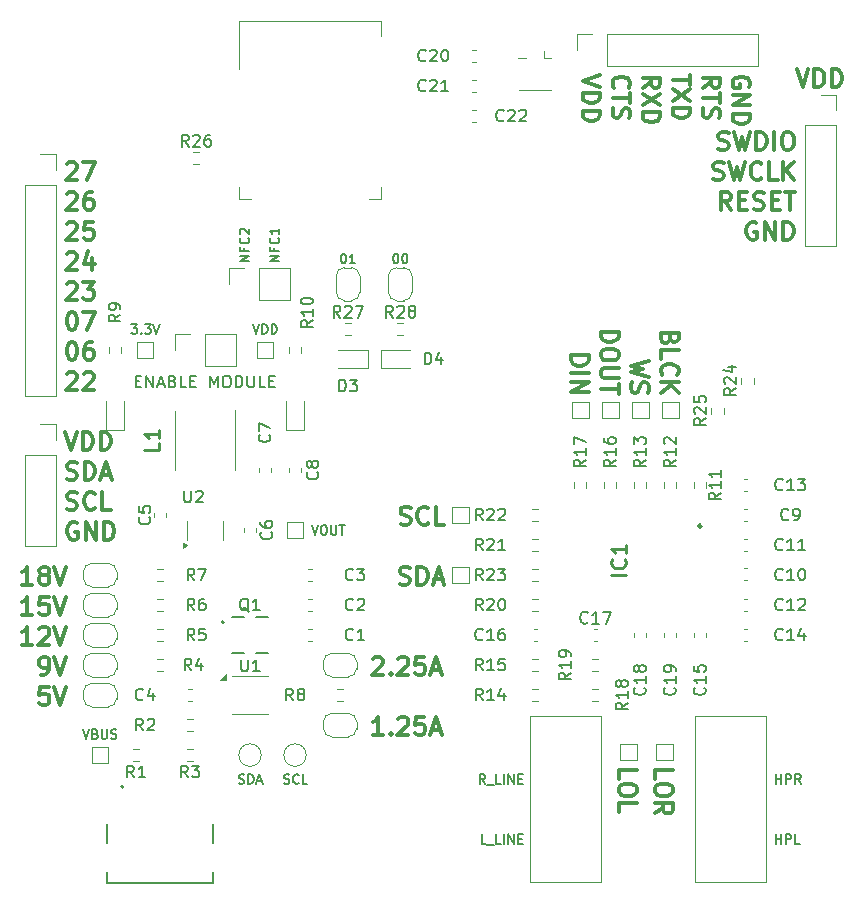
<source format=gbr>
%TF.GenerationSoftware,KiCad,Pcbnew,9.0.1*%
%TF.CreationDate,2025-05-21T12:09:37+01:00*%
%TF.ProjectId,FSC-BT631D-Breakout,4653432d-4254-4363-9331-442d42726561,rev?*%
%TF.SameCoordinates,Original*%
%TF.FileFunction,Legend,Top*%
%TF.FilePolarity,Positive*%
%FSLAX46Y46*%
G04 Gerber Fmt 4.6, Leading zero omitted, Abs format (unit mm)*
G04 Created by KiCad (PCBNEW 9.0.1) date 2025-05-21 12:09:37*
%MOMM*%
%LPD*%
G01*
G04 APERTURE LIST*
%ADD10C,0.300000*%
%ADD11C,0.200000*%
%ADD12C,0.150000*%
%ADD13C,0.254000*%
%ADD14C,0.120000*%
%ADD15C,0.250000*%
%ADD16C,0.127000*%
%ADD17C,0.100000*%
G04 APERTURE END LIST*
D10*
X96241082Y-83279685D02*
X96312510Y-83208257D01*
X96312510Y-83208257D02*
X96455368Y-83136828D01*
X96455368Y-83136828D02*
X96812510Y-83136828D01*
X96812510Y-83136828D02*
X96955368Y-83208257D01*
X96955368Y-83208257D02*
X97026796Y-83279685D01*
X97026796Y-83279685D02*
X97098225Y-83422542D01*
X97098225Y-83422542D02*
X97098225Y-83565400D01*
X97098225Y-83565400D02*
X97026796Y-83779685D01*
X97026796Y-83779685D02*
X96169653Y-84636828D01*
X96169653Y-84636828D02*
X97098225Y-84636828D01*
X97669653Y-83279685D02*
X97741081Y-83208257D01*
X97741081Y-83208257D02*
X97883939Y-83136828D01*
X97883939Y-83136828D02*
X98241081Y-83136828D01*
X98241081Y-83136828D02*
X98383939Y-83208257D01*
X98383939Y-83208257D02*
X98455367Y-83279685D01*
X98455367Y-83279685D02*
X98526796Y-83422542D01*
X98526796Y-83422542D02*
X98526796Y-83565400D01*
X98526796Y-83565400D02*
X98455367Y-83779685D01*
X98455367Y-83779685D02*
X97598224Y-84636828D01*
X97598224Y-84636828D02*
X98526796Y-84636828D01*
D11*
X102049047Y-83925409D02*
X102382380Y-83925409D01*
X102525237Y-84449219D02*
X102049047Y-84449219D01*
X102049047Y-84449219D02*
X102049047Y-83449219D01*
X102049047Y-83449219D02*
X102525237Y-83449219D01*
X102953809Y-84449219D02*
X102953809Y-83449219D01*
X102953809Y-83449219D02*
X103525237Y-84449219D01*
X103525237Y-84449219D02*
X103525237Y-83449219D01*
X103953809Y-84163504D02*
X104429999Y-84163504D01*
X103858571Y-84449219D02*
X104191904Y-83449219D01*
X104191904Y-83449219D02*
X104525237Y-84449219D01*
X105191904Y-83925409D02*
X105334761Y-83973028D01*
X105334761Y-83973028D02*
X105382380Y-84020647D01*
X105382380Y-84020647D02*
X105429999Y-84115885D01*
X105429999Y-84115885D02*
X105429999Y-84258742D01*
X105429999Y-84258742D02*
X105382380Y-84353980D01*
X105382380Y-84353980D02*
X105334761Y-84401600D01*
X105334761Y-84401600D02*
X105239523Y-84449219D01*
X105239523Y-84449219D02*
X104858571Y-84449219D01*
X104858571Y-84449219D02*
X104858571Y-83449219D01*
X104858571Y-83449219D02*
X105191904Y-83449219D01*
X105191904Y-83449219D02*
X105287142Y-83496838D01*
X105287142Y-83496838D02*
X105334761Y-83544457D01*
X105334761Y-83544457D02*
X105382380Y-83639695D01*
X105382380Y-83639695D02*
X105382380Y-83734933D01*
X105382380Y-83734933D02*
X105334761Y-83830171D01*
X105334761Y-83830171D02*
X105287142Y-83877790D01*
X105287142Y-83877790D02*
X105191904Y-83925409D01*
X105191904Y-83925409D02*
X104858571Y-83925409D01*
X106334761Y-84449219D02*
X105858571Y-84449219D01*
X105858571Y-84449219D02*
X105858571Y-83449219D01*
X106668095Y-83925409D02*
X107001428Y-83925409D01*
X107144285Y-84449219D02*
X106668095Y-84449219D01*
X106668095Y-84449219D02*
X106668095Y-83449219D01*
X106668095Y-83449219D02*
X107144285Y-83449219D01*
X108334762Y-84449219D02*
X108334762Y-83449219D01*
X108334762Y-83449219D02*
X108668095Y-84163504D01*
X108668095Y-84163504D02*
X109001428Y-83449219D01*
X109001428Y-83449219D02*
X109001428Y-84449219D01*
X109668095Y-83449219D02*
X109858571Y-83449219D01*
X109858571Y-83449219D02*
X109953809Y-83496838D01*
X109953809Y-83496838D02*
X110049047Y-83592076D01*
X110049047Y-83592076D02*
X110096666Y-83782552D01*
X110096666Y-83782552D02*
X110096666Y-84115885D01*
X110096666Y-84115885D02*
X110049047Y-84306361D01*
X110049047Y-84306361D02*
X109953809Y-84401600D01*
X109953809Y-84401600D02*
X109858571Y-84449219D01*
X109858571Y-84449219D02*
X109668095Y-84449219D01*
X109668095Y-84449219D02*
X109572857Y-84401600D01*
X109572857Y-84401600D02*
X109477619Y-84306361D01*
X109477619Y-84306361D02*
X109430000Y-84115885D01*
X109430000Y-84115885D02*
X109430000Y-83782552D01*
X109430000Y-83782552D02*
X109477619Y-83592076D01*
X109477619Y-83592076D02*
X109572857Y-83496838D01*
X109572857Y-83496838D02*
X109668095Y-83449219D01*
X110525238Y-84449219D02*
X110525238Y-83449219D01*
X110525238Y-83449219D02*
X110763333Y-83449219D01*
X110763333Y-83449219D02*
X110906190Y-83496838D01*
X110906190Y-83496838D02*
X111001428Y-83592076D01*
X111001428Y-83592076D02*
X111049047Y-83687314D01*
X111049047Y-83687314D02*
X111096666Y-83877790D01*
X111096666Y-83877790D02*
X111096666Y-84020647D01*
X111096666Y-84020647D02*
X111049047Y-84211123D01*
X111049047Y-84211123D02*
X111001428Y-84306361D01*
X111001428Y-84306361D02*
X110906190Y-84401600D01*
X110906190Y-84401600D02*
X110763333Y-84449219D01*
X110763333Y-84449219D02*
X110525238Y-84449219D01*
X111525238Y-83449219D02*
X111525238Y-84258742D01*
X111525238Y-84258742D02*
X111572857Y-84353980D01*
X111572857Y-84353980D02*
X111620476Y-84401600D01*
X111620476Y-84401600D02*
X111715714Y-84449219D01*
X111715714Y-84449219D02*
X111906190Y-84449219D01*
X111906190Y-84449219D02*
X112001428Y-84401600D01*
X112001428Y-84401600D02*
X112049047Y-84353980D01*
X112049047Y-84353980D02*
X112096666Y-84258742D01*
X112096666Y-84258742D02*
X112096666Y-83449219D01*
X113049047Y-84449219D02*
X112572857Y-84449219D01*
X112572857Y-84449219D02*
X112572857Y-83449219D01*
X113382381Y-83925409D02*
X113715714Y-83925409D01*
X113858571Y-84449219D02*
X113382381Y-84449219D01*
X113382381Y-84449219D02*
X113382381Y-83449219D01*
X113382381Y-83449219D02*
X113858571Y-83449219D01*
X131720231Y-123081695D02*
X131339279Y-123081695D01*
X131339279Y-123081695D02*
X131339279Y-122281695D01*
X131796422Y-123157885D02*
X132405945Y-123157885D01*
X132977374Y-123081695D02*
X132596422Y-123081695D01*
X132596422Y-123081695D02*
X132596422Y-122281695D01*
X133244041Y-123081695D02*
X133244041Y-122281695D01*
X133624993Y-123081695D02*
X133624993Y-122281695D01*
X133624993Y-122281695D02*
X134082136Y-123081695D01*
X134082136Y-123081695D02*
X134082136Y-122281695D01*
X134463088Y-122662647D02*
X134729754Y-122662647D01*
X134844040Y-123081695D02*
X134463088Y-123081695D01*
X134463088Y-123081695D02*
X134463088Y-122281695D01*
X134463088Y-122281695D02*
X134844040Y-122281695D01*
D10*
X154027742Y-58998225D02*
X154099171Y-58855368D01*
X154099171Y-58855368D02*
X154099171Y-58641082D01*
X154099171Y-58641082D02*
X154027742Y-58426796D01*
X154027742Y-58426796D02*
X153884885Y-58283939D01*
X153884885Y-58283939D02*
X153742028Y-58212510D01*
X153742028Y-58212510D02*
X153456314Y-58141082D01*
X153456314Y-58141082D02*
X153242028Y-58141082D01*
X153242028Y-58141082D02*
X152956314Y-58212510D01*
X152956314Y-58212510D02*
X152813457Y-58283939D01*
X152813457Y-58283939D02*
X152670600Y-58426796D01*
X152670600Y-58426796D02*
X152599171Y-58641082D01*
X152599171Y-58641082D02*
X152599171Y-58783939D01*
X152599171Y-58783939D02*
X152670600Y-58998225D01*
X152670600Y-58998225D02*
X152742028Y-59069653D01*
X152742028Y-59069653D02*
X153242028Y-59069653D01*
X153242028Y-59069653D02*
X153242028Y-58783939D01*
X152599171Y-59712510D02*
X154099171Y-59712510D01*
X154099171Y-59712510D02*
X152599171Y-60569653D01*
X152599171Y-60569653D02*
X154099171Y-60569653D01*
X152599171Y-61283939D02*
X154099171Y-61283939D01*
X154099171Y-61283939D02*
X154099171Y-61641082D01*
X154099171Y-61641082D02*
X154027742Y-61855368D01*
X154027742Y-61855368D02*
X153884885Y-61998225D01*
X153884885Y-61998225D02*
X153742028Y-62069654D01*
X153742028Y-62069654D02*
X153456314Y-62141082D01*
X153456314Y-62141082D02*
X153242028Y-62141082D01*
X153242028Y-62141082D02*
X152956314Y-62069654D01*
X152956314Y-62069654D02*
X152813457Y-61998225D01*
X152813457Y-61998225D02*
X152670600Y-61855368D01*
X152670600Y-61855368D02*
X152599171Y-61641082D01*
X152599171Y-61641082D02*
X152599171Y-61283939D01*
X96241082Y-94725400D02*
X96455368Y-94796828D01*
X96455368Y-94796828D02*
X96812510Y-94796828D01*
X96812510Y-94796828D02*
X96955368Y-94725400D01*
X96955368Y-94725400D02*
X97026796Y-94653971D01*
X97026796Y-94653971D02*
X97098225Y-94511114D01*
X97098225Y-94511114D02*
X97098225Y-94368257D01*
X97098225Y-94368257D02*
X97026796Y-94225400D01*
X97026796Y-94225400D02*
X96955368Y-94153971D01*
X96955368Y-94153971D02*
X96812510Y-94082542D01*
X96812510Y-94082542D02*
X96526796Y-94011114D01*
X96526796Y-94011114D02*
X96383939Y-93939685D01*
X96383939Y-93939685D02*
X96312510Y-93868257D01*
X96312510Y-93868257D02*
X96241082Y-93725400D01*
X96241082Y-93725400D02*
X96241082Y-93582542D01*
X96241082Y-93582542D02*
X96312510Y-93439685D01*
X96312510Y-93439685D02*
X96383939Y-93368257D01*
X96383939Y-93368257D02*
X96526796Y-93296828D01*
X96526796Y-93296828D02*
X96883939Y-93296828D01*
X96883939Y-93296828D02*
X97098225Y-93368257D01*
X98598224Y-94653971D02*
X98526796Y-94725400D01*
X98526796Y-94725400D02*
X98312510Y-94796828D01*
X98312510Y-94796828D02*
X98169653Y-94796828D01*
X98169653Y-94796828D02*
X97955367Y-94725400D01*
X97955367Y-94725400D02*
X97812510Y-94582542D01*
X97812510Y-94582542D02*
X97741081Y-94439685D01*
X97741081Y-94439685D02*
X97669653Y-94153971D01*
X97669653Y-94153971D02*
X97669653Y-93939685D01*
X97669653Y-93939685D02*
X97741081Y-93653971D01*
X97741081Y-93653971D02*
X97812510Y-93511114D01*
X97812510Y-93511114D02*
X97955367Y-93368257D01*
X97955367Y-93368257D02*
X98169653Y-93296828D01*
X98169653Y-93296828D02*
X98312510Y-93296828D01*
X98312510Y-93296828D02*
X98526796Y-93368257D01*
X98526796Y-93368257D02*
X98598224Y-93439685D01*
X99955367Y-94796828D02*
X99241081Y-94796828D01*
X99241081Y-94796828D02*
X99241081Y-93296828D01*
X96241082Y-75659685D02*
X96312510Y-75588257D01*
X96312510Y-75588257D02*
X96455368Y-75516828D01*
X96455368Y-75516828D02*
X96812510Y-75516828D01*
X96812510Y-75516828D02*
X96955368Y-75588257D01*
X96955368Y-75588257D02*
X97026796Y-75659685D01*
X97026796Y-75659685D02*
X97098225Y-75802542D01*
X97098225Y-75802542D02*
X97098225Y-75945400D01*
X97098225Y-75945400D02*
X97026796Y-76159685D01*
X97026796Y-76159685D02*
X96169653Y-77016828D01*
X96169653Y-77016828D02*
X97098225Y-77016828D01*
X97598224Y-75516828D02*
X98526796Y-75516828D01*
X98526796Y-75516828D02*
X98026796Y-76088257D01*
X98026796Y-76088257D02*
X98241081Y-76088257D01*
X98241081Y-76088257D02*
X98383939Y-76159685D01*
X98383939Y-76159685D02*
X98455367Y-76231114D01*
X98455367Y-76231114D02*
X98526796Y-76373971D01*
X98526796Y-76373971D02*
X98526796Y-76731114D01*
X98526796Y-76731114D02*
X98455367Y-76873971D01*
X98455367Y-76873971D02*
X98383939Y-76945400D01*
X98383939Y-76945400D02*
X98241081Y-77016828D01*
X98241081Y-77016828D02*
X97812510Y-77016828D01*
X97812510Y-77016828D02*
X97669653Y-76945400D01*
X97669653Y-76945400D02*
X97598224Y-76873971D01*
X96098225Y-88216828D02*
X96598225Y-89716828D01*
X96598225Y-89716828D02*
X97098225Y-88216828D01*
X97598224Y-89716828D02*
X97598224Y-88216828D01*
X97598224Y-88216828D02*
X97955367Y-88216828D01*
X97955367Y-88216828D02*
X98169653Y-88288257D01*
X98169653Y-88288257D02*
X98312510Y-88431114D01*
X98312510Y-88431114D02*
X98383939Y-88573971D01*
X98383939Y-88573971D02*
X98455367Y-88859685D01*
X98455367Y-88859685D02*
X98455367Y-89073971D01*
X98455367Y-89073971D02*
X98383939Y-89359685D01*
X98383939Y-89359685D02*
X98312510Y-89502542D01*
X98312510Y-89502542D02*
X98169653Y-89645400D01*
X98169653Y-89645400D02*
X97955367Y-89716828D01*
X97955367Y-89716828D02*
X97598224Y-89716828D01*
X99098224Y-89716828D02*
X99098224Y-88216828D01*
X99098224Y-88216828D02*
X99455367Y-88216828D01*
X99455367Y-88216828D02*
X99669653Y-88288257D01*
X99669653Y-88288257D02*
X99812510Y-88431114D01*
X99812510Y-88431114D02*
X99883939Y-88573971D01*
X99883939Y-88573971D02*
X99955367Y-88859685D01*
X99955367Y-88859685D02*
X99955367Y-89073971D01*
X99955367Y-89073971D02*
X99883939Y-89359685D01*
X99883939Y-89359685D02*
X99812510Y-89502542D01*
X99812510Y-89502542D02*
X99669653Y-89645400D01*
X99669653Y-89645400D02*
X99455367Y-89716828D01*
X99455367Y-89716828D02*
X99098224Y-89716828D01*
X150059171Y-59069653D02*
X150773457Y-58569653D01*
X150059171Y-58212510D02*
X151559171Y-58212510D01*
X151559171Y-58212510D02*
X151559171Y-58783939D01*
X151559171Y-58783939D02*
X151487742Y-58926796D01*
X151487742Y-58926796D02*
X151416314Y-58998225D01*
X151416314Y-58998225D02*
X151273457Y-59069653D01*
X151273457Y-59069653D02*
X151059171Y-59069653D01*
X151059171Y-59069653D02*
X150916314Y-58998225D01*
X150916314Y-58998225D02*
X150844885Y-58926796D01*
X150844885Y-58926796D02*
X150773457Y-58783939D01*
X150773457Y-58783939D02*
X150773457Y-58212510D01*
X151559171Y-59498225D02*
X151559171Y-60355368D01*
X150059171Y-59926796D02*
X151559171Y-59926796D01*
X150130600Y-60783939D02*
X150059171Y-60998225D01*
X150059171Y-60998225D02*
X150059171Y-61355367D01*
X150059171Y-61355367D02*
X150130600Y-61498225D01*
X150130600Y-61498225D02*
X150202028Y-61569653D01*
X150202028Y-61569653D02*
X150344885Y-61641082D01*
X150344885Y-61641082D02*
X150487742Y-61641082D01*
X150487742Y-61641082D02*
X150630600Y-61569653D01*
X150630600Y-61569653D02*
X150702028Y-61498225D01*
X150702028Y-61498225D02*
X150773457Y-61355367D01*
X150773457Y-61355367D02*
X150844885Y-61069653D01*
X150844885Y-61069653D02*
X150916314Y-60926796D01*
X150916314Y-60926796D02*
X150987742Y-60855367D01*
X150987742Y-60855367D02*
X151130600Y-60783939D01*
X151130600Y-60783939D02*
X151273457Y-60783939D01*
X151273457Y-60783939D02*
X151416314Y-60855367D01*
X151416314Y-60855367D02*
X151487742Y-60926796D01*
X151487742Y-60926796D02*
X151559171Y-61069653D01*
X151559171Y-61069653D02*
X151559171Y-61426796D01*
X151559171Y-61426796D02*
X151487742Y-61641082D01*
X93322633Y-106226828D02*
X92465490Y-106226828D01*
X92894061Y-106226828D02*
X92894061Y-104726828D01*
X92894061Y-104726828D02*
X92751204Y-104941114D01*
X92751204Y-104941114D02*
X92608347Y-105083971D01*
X92608347Y-105083971D02*
X92465490Y-105155400D01*
X93894061Y-104869685D02*
X93965489Y-104798257D01*
X93965489Y-104798257D02*
X94108347Y-104726828D01*
X94108347Y-104726828D02*
X94465489Y-104726828D01*
X94465489Y-104726828D02*
X94608347Y-104798257D01*
X94608347Y-104798257D02*
X94679775Y-104869685D01*
X94679775Y-104869685D02*
X94751204Y-105012542D01*
X94751204Y-105012542D02*
X94751204Y-105155400D01*
X94751204Y-105155400D02*
X94679775Y-105369685D01*
X94679775Y-105369685D02*
X93822632Y-106226828D01*
X93822632Y-106226828D02*
X94751204Y-106226828D01*
X95179775Y-104726828D02*
X95679775Y-106226828D01*
X95679775Y-106226828D02*
X96179775Y-104726828D01*
X145479171Y-82234060D02*
X143979171Y-82591203D01*
X143979171Y-82591203D02*
X145050600Y-82876917D01*
X145050600Y-82876917D02*
X143979171Y-83162632D01*
X143979171Y-83162632D02*
X145479171Y-83519775D01*
X144050600Y-84019775D02*
X143979171Y-84234061D01*
X143979171Y-84234061D02*
X143979171Y-84591203D01*
X143979171Y-84591203D02*
X144050600Y-84734061D01*
X144050600Y-84734061D02*
X144122028Y-84805489D01*
X144122028Y-84805489D02*
X144264885Y-84876918D01*
X144264885Y-84876918D02*
X144407742Y-84876918D01*
X144407742Y-84876918D02*
X144550600Y-84805489D01*
X144550600Y-84805489D02*
X144622028Y-84734061D01*
X144622028Y-84734061D02*
X144693457Y-84591203D01*
X144693457Y-84591203D02*
X144764885Y-84305489D01*
X144764885Y-84305489D02*
X144836314Y-84162632D01*
X144836314Y-84162632D02*
X144907742Y-84091203D01*
X144907742Y-84091203D02*
X145050600Y-84019775D01*
X145050600Y-84019775D02*
X145193457Y-84019775D01*
X145193457Y-84019775D02*
X145336314Y-84091203D01*
X145336314Y-84091203D02*
X145407742Y-84162632D01*
X145407742Y-84162632D02*
X145479171Y-84305489D01*
X145479171Y-84305489D02*
X145479171Y-84662632D01*
X145479171Y-84662632D02*
X145407742Y-84876918D01*
D11*
X111963333Y-79101695D02*
X112230000Y-79901695D01*
X112230000Y-79901695D02*
X112496666Y-79101695D01*
X112763333Y-79901695D02*
X112763333Y-79101695D01*
X112763333Y-79101695D02*
X112953809Y-79101695D01*
X112953809Y-79101695D02*
X113068095Y-79139790D01*
X113068095Y-79139790D02*
X113144285Y-79215980D01*
X113144285Y-79215980D02*
X113182380Y-79292171D01*
X113182380Y-79292171D02*
X113220476Y-79444552D01*
X113220476Y-79444552D02*
X113220476Y-79558838D01*
X113220476Y-79558838D02*
X113182380Y-79711219D01*
X113182380Y-79711219D02*
X113144285Y-79787409D01*
X113144285Y-79787409D02*
X113068095Y-79863600D01*
X113068095Y-79863600D02*
X112953809Y-79901695D01*
X112953809Y-79901695D02*
X112763333Y-79901695D01*
X113563333Y-79901695D02*
X113563333Y-79101695D01*
X113563333Y-79101695D02*
X113753809Y-79101695D01*
X113753809Y-79101695D02*
X113868095Y-79139790D01*
X113868095Y-79139790D02*
X113944285Y-79215980D01*
X113944285Y-79215980D02*
X113982380Y-79292171D01*
X113982380Y-79292171D02*
X114020476Y-79444552D01*
X114020476Y-79444552D02*
X114020476Y-79558838D01*
X114020476Y-79558838D02*
X113982380Y-79711219D01*
X113982380Y-79711219D02*
X113944285Y-79787409D01*
X113944285Y-79787409D02*
X113868095Y-79863600D01*
X113868095Y-79863600D02*
X113753809Y-79901695D01*
X113753809Y-79901695D02*
X113563333Y-79901695D01*
D10*
X96241082Y-92185400D02*
X96455368Y-92256828D01*
X96455368Y-92256828D02*
X96812510Y-92256828D01*
X96812510Y-92256828D02*
X96955368Y-92185400D01*
X96955368Y-92185400D02*
X97026796Y-92113971D01*
X97026796Y-92113971D02*
X97098225Y-91971114D01*
X97098225Y-91971114D02*
X97098225Y-91828257D01*
X97098225Y-91828257D02*
X97026796Y-91685400D01*
X97026796Y-91685400D02*
X96955368Y-91613971D01*
X96955368Y-91613971D02*
X96812510Y-91542542D01*
X96812510Y-91542542D02*
X96526796Y-91471114D01*
X96526796Y-91471114D02*
X96383939Y-91399685D01*
X96383939Y-91399685D02*
X96312510Y-91328257D01*
X96312510Y-91328257D02*
X96241082Y-91185400D01*
X96241082Y-91185400D02*
X96241082Y-91042542D01*
X96241082Y-91042542D02*
X96312510Y-90899685D01*
X96312510Y-90899685D02*
X96383939Y-90828257D01*
X96383939Y-90828257D02*
X96526796Y-90756828D01*
X96526796Y-90756828D02*
X96883939Y-90756828D01*
X96883939Y-90756828D02*
X97098225Y-90828257D01*
X97741081Y-92256828D02*
X97741081Y-90756828D01*
X97741081Y-90756828D02*
X98098224Y-90756828D01*
X98098224Y-90756828D02*
X98312510Y-90828257D01*
X98312510Y-90828257D02*
X98455367Y-90971114D01*
X98455367Y-90971114D02*
X98526796Y-91113971D01*
X98526796Y-91113971D02*
X98598224Y-91399685D01*
X98598224Y-91399685D02*
X98598224Y-91613971D01*
X98598224Y-91613971D02*
X98526796Y-91899685D01*
X98526796Y-91899685D02*
X98455367Y-92042542D01*
X98455367Y-92042542D02*
X98312510Y-92185400D01*
X98312510Y-92185400D02*
X98098224Y-92256828D01*
X98098224Y-92256828D02*
X97741081Y-92256828D01*
X99169653Y-91828257D02*
X99883939Y-91828257D01*
X99026796Y-92256828D02*
X99526796Y-90756828D01*
X99526796Y-90756828D02*
X100026796Y-92256828D01*
X138899171Y-81734059D02*
X140399171Y-81734059D01*
X140399171Y-81734059D02*
X140399171Y-82091202D01*
X140399171Y-82091202D02*
X140327742Y-82305488D01*
X140327742Y-82305488D02*
X140184885Y-82448345D01*
X140184885Y-82448345D02*
X140042028Y-82519774D01*
X140042028Y-82519774D02*
X139756314Y-82591202D01*
X139756314Y-82591202D02*
X139542028Y-82591202D01*
X139542028Y-82591202D02*
X139256314Y-82519774D01*
X139256314Y-82519774D02*
X139113457Y-82448345D01*
X139113457Y-82448345D02*
X138970600Y-82305488D01*
X138970600Y-82305488D02*
X138899171Y-82091202D01*
X138899171Y-82091202D02*
X138899171Y-81734059D01*
X138899171Y-83234059D02*
X140399171Y-83234059D01*
X138899171Y-83948345D02*
X140399171Y-83948345D01*
X140399171Y-83948345D02*
X138899171Y-84805488D01*
X138899171Y-84805488D02*
X140399171Y-84805488D01*
D11*
X119610952Y-73133695D02*
X119687142Y-73133695D01*
X119687142Y-73133695D02*
X119763333Y-73171790D01*
X119763333Y-73171790D02*
X119801428Y-73209885D01*
X119801428Y-73209885D02*
X119839523Y-73286076D01*
X119839523Y-73286076D02*
X119877618Y-73438457D01*
X119877618Y-73438457D02*
X119877618Y-73628933D01*
X119877618Y-73628933D02*
X119839523Y-73781314D01*
X119839523Y-73781314D02*
X119801428Y-73857504D01*
X119801428Y-73857504D02*
X119763333Y-73895600D01*
X119763333Y-73895600D02*
X119687142Y-73933695D01*
X119687142Y-73933695D02*
X119610952Y-73933695D01*
X119610952Y-73933695D02*
X119534761Y-73895600D01*
X119534761Y-73895600D02*
X119496666Y-73857504D01*
X119496666Y-73857504D02*
X119458571Y-73781314D01*
X119458571Y-73781314D02*
X119420475Y-73628933D01*
X119420475Y-73628933D02*
X119420475Y-73438457D01*
X119420475Y-73438457D02*
X119458571Y-73286076D01*
X119458571Y-73286076D02*
X119496666Y-73209885D01*
X119496666Y-73209885D02*
X119534761Y-73171790D01*
X119534761Y-73171790D02*
X119610952Y-73133695D01*
X120639523Y-73933695D02*
X120182380Y-73933695D01*
X120410952Y-73933695D02*
X120410952Y-73133695D01*
X120410952Y-73133695D02*
X120334761Y-73247980D01*
X120334761Y-73247980D02*
X120258571Y-73324171D01*
X120258571Y-73324171D02*
X120182380Y-73362266D01*
D10*
X124414061Y-101059400D02*
X124628347Y-101130828D01*
X124628347Y-101130828D02*
X124985489Y-101130828D01*
X124985489Y-101130828D02*
X125128347Y-101059400D01*
X125128347Y-101059400D02*
X125199775Y-100987971D01*
X125199775Y-100987971D02*
X125271204Y-100845114D01*
X125271204Y-100845114D02*
X125271204Y-100702257D01*
X125271204Y-100702257D02*
X125199775Y-100559400D01*
X125199775Y-100559400D02*
X125128347Y-100487971D01*
X125128347Y-100487971D02*
X124985489Y-100416542D01*
X124985489Y-100416542D02*
X124699775Y-100345114D01*
X124699775Y-100345114D02*
X124556918Y-100273685D01*
X124556918Y-100273685D02*
X124485489Y-100202257D01*
X124485489Y-100202257D02*
X124414061Y-100059400D01*
X124414061Y-100059400D02*
X124414061Y-99916542D01*
X124414061Y-99916542D02*
X124485489Y-99773685D01*
X124485489Y-99773685D02*
X124556918Y-99702257D01*
X124556918Y-99702257D02*
X124699775Y-99630828D01*
X124699775Y-99630828D02*
X125056918Y-99630828D01*
X125056918Y-99630828D02*
X125271204Y-99702257D01*
X125914060Y-101130828D02*
X125914060Y-99630828D01*
X125914060Y-99630828D02*
X126271203Y-99630828D01*
X126271203Y-99630828D02*
X126485489Y-99702257D01*
X126485489Y-99702257D02*
X126628346Y-99845114D01*
X126628346Y-99845114D02*
X126699775Y-99987971D01*
X126699775Y-99987971D02*
X126771203Y-100273685D01*
X126771203Y-100273685D02*
X126771203Y-100487971D01*
X126771203Y-100487971D02*
X126699775Y-100773685D01*
X126699775Y-100773685D02*
X126628346Y-100916542D01*
X126628346Y-100916542D02*
X126485489Y-101059400D01*
X126485489Y-101059400D02*
X126271203Y-101130828D01*
X126271203Y-101130828D02*
X125914060Y-101130828D01*
X127342632Y-100702257D02*
X128056918Y-100702257D01*
X127199775Y-101130828D02*
X127699775Y-99630828D01*
X127699775Y-99630828D02*
X128199775Y-101130828D01*
X123006225Y-113846828D02*
X122149082Y-113846828D01*
X122577653Y-113846828D02*
X122577653Y-112346828D01*
X122577653Y-112346828D02*
X122434796Y-112561114D01*
X122434796Y-112561114D02*
X122291939Y-112703971D01*
X122291939Y-112703971D02*
X122149082Y-112775400D01*
X123649081Y-113703971D02*
X123720510Y-113775400D01*
X123720510Y-113775400D02*
X123649081Y-113846828D01*
X123649081Y-113846828D02*
X123577653Y-113775400D01*
X123577653Y-113775400D02*
X123649081Y-113703971D01*
X123649081Y-113703971D02*
X123649081Y-113846828D01*
X124291939Y-112489685D02*
X124363367Y-112418257D01*
X124363367Y-112418257D02*
X124506225Y-112346828D01*
X124506225Y-112346828D02*
X124863367Y-112346828D01*
X124863367Y-112346828D02*
X125006225Y-112418257D01*
X125006225Y-112418257D02*
X125077653Y-112489685D01*
X125077653Y-112489685D02*
X125149082Y-112632542D01*
X125149082Y-112632542D02*
X125149082Y-112775400D01*
X125149082Y-112775400D02*
X125077653Y-112989685D01*
X125077653Y-112989685D02*
X124220510Y-113846828D01*
X124220510Y-113846828D02*
X125149082Y-113846828D01*
X126506224Y-112346828D02*
X125791938Y-112346828D01*
X125791938Y-112346828D02*
X125720510Y-113061114D01*
X125720510Y-113061114D02*
X125791938Y-112989685D01*
X125791938Y-112989685D02*
X125934796Y-112918257D01*
X125934796Y-112918257D02*
X126291938Y-112918257D01*
X126291938Y-112918257D02*
X126434796Y-112989685D01*
X126434796Y-112989685D02*
X126506224Y-113061114D01*
X126506224Y-113061114D02*
X126577653Y-113203971D01*
X126577653Y-113203971D02*
X126577653Y-113561114D01*
X126577653Y-113561114D02*
X126506224Y-113703971D01*
X126506224Y-113703971D02*
X126434796Y-113775400D01*
X126434796Y-113775400D02*
X126291938Y-113846828D01*
X126291938Y-113846828D02*
X125934796Y-113846828D01*
X125934796Y-113846828D02*
X125791938Y-113775400D01*
X125791938Y-113775400D02*
X125720510Y-113703971D01*
X127149081Y-113418257D02*
X127863367Y-113418257D01*
X127006224Y-113846828D02*
X127506224Y-112346828D01*
X127506224Y-112346828D02*
X128006224Y-113846828D01*
D11*
X101689047Y-79101695D02*
X102184285Y-79101695D01*
X102184285Y-79101695D02*
X101917619Y-79406457D01*
X101917619Y-79406457D02*
X102031904Y-79406457D01*
X102031904Y-79406457D02*
X102108095Y-79444552D01*
X102108095Y-79444552D02*
X102146190Y-79482647D01*
X102146190Y-79482647D02*
X102184285Y-79558838D01*
X102184285Y-79558838D02*
X102184285Y-79749314D01*
X102184285Y-79749314D02*
X102146190Y-79825504D01*
X102146190Y-79825504D02*
X102108095Y-79863600D01*
X102108095Y-79863600D02*
X102031904Y-79901695D01*
X102031904Y-79901695D02*
X101803333Y-79901695D01*
X101803333Y-79901695D02*
X101727142Y-79863600D01*
X101727142Y-79863600D02*
X101689047Y-79825504D01*
X102527143Y-79825504D02*
X102565238Y-79863600D01*
X102565238Y-79863600D02*
X102527143Y-79901695D01*
X102527143Y-79901695D02*
X102489047Y-79863600D01*
X102489047Y-79863600D02*
X102527143Y-79825504D01*
X102527143Y-79825504D02*
X102527143Y-79901695D01*
X102831904Y-79101695D02*
X103327142Y-79101695D01*
X103327142Y-79101695D02*
X103060476Y-79406457D01*
X103060476Y-79406457D02*
X103174761Y-79406457D01*
X103174761Y-79406457D02*
X103250952Y-79444552D01*
X103250952Y-79444552D02*
X103289047Y-79482647D01*
X103289047Y-79482647D02*
X103327142Y-79558838D01*
X103327142Y-79558838D02*
X103327142Y-79749314D01*
X103327142Y-79749314D02*
X103289047Y-79825504D01*
X103289047Y-79825504D02*
X103250952Y-79863600D01*
X103250952Y-79863600D02*
X103174761Y-79901695D01*
X103174761Y-79901695D02*
X102946190Y-79901695D01*
X102946190Y-79901695D02*
X102869999Y-79863600D01*
X102869999Y-79863600D02*
X102831904Y-79825504D01*
X103555714Y-79101695D02*
X103822381Y-79901695D01*
X103822381Y-79901695D02*
X104089047Y-79101695D01*
D10*
X93322633Y-103686828D02*
X92465490Y-103686828D01*
X92894061Y-103686828D02*
X92894061Y-102186828D01*
X92894061Y-102186828D02*
X92751204Y-102401114D01*
X92751204Y-102401114D02*
X92608347Y-102543971D01*
X92608347Y-102543971D02*
X92465490Y-102615400D01*
X94679775Y-102186828D02*
X93965489Y-102186828D01*
X93965489Y-102186828D02*
X93894061Y-102901114D01*
X93894061Y-102901114D02*
X93965489Y-102829685D01*
X93965489Y-102829685D02*
X94108347Y-102758257D01*
X94108347Y-102758257D02*
X94465489Y-102758257D01*
X94465489Y-102758257D02*
X94608347Y-102829685D01*
X94608347Y-102829685D02*
X94679775Y-102901114D01*
X94679775Y-102901114D02*
X94751204Y-103043971D01*
X94751204Y-103043971D02*
X94751204Y-103401114D01*
X94751204Y-103401114D02*
X94679775Y-103543971D01*
X94679775Y-103543971D02*
X94608347Y-103615400D01*
X94608347Y-103615400D02*
X94465489Y-103686828D01*
X94465489Y-103686828D02*
X94108347Y-103686828D01*
X94108347Y-103686828D02*
X93965489Y-103615400D01*
X93965489Y-103615400D02*
X93894061Y-103543971D01*
X95179775Y-102186828D02*
X95679775Y-103686828D01*
X95679775Y-103686828D02*
X96179775Y-102186828D01*
X93322633Y-101146828D02*
X92465490Y-101146828D01*
X92894061Y-101146828D02*
X92894061Y-99646828D01*
X92894061Y-99646828D02*
X92751204Y-99861114D01*
X92751204Y-99861114D02*
X92608347Y-100003971D01*
X92608347Y-100003971D02*
X92465490Y-100075400D01*
X94179775Y-100289685D02*
X94036918Y-100218257D01*
X94036918Y-100218257D02*
X93965489Y-100146828D01*
X93965489Y-100146828D02*
X93894061Y-100003971D01*
X93894061Y-100003971D02*
X93894061Y-99932542D01*
X93894061Y-99932542D02*
X93965489Y-99789685D01*
X93965489Y-99789685D02*
X94036918Y-99718257D01*
X94036918Y-99718257D02*
X94179775Y-99646828D01*
X94179775Y-99646828D02*
X94465489Y-99646828D01*
X94465489Y-99646828D02*
X94608347Y-99718257D01*
X94608347Y-99718257D02*
X94679775Y-99789685D01*
X94679775Y-99789685D02*
X94751204Y-99932542D01*
X94751204Y-99932542D02*
X94751204Y-100003971D01*
X94751204Y-100003971D02*
X94679775Y-100146828D01*
X94679775Y-100146828D02*
X94608347Y-100218257D01*
X94608347Y-100218257D02*
X94465489Y-100289685D01*
X94465489Y-100289685D02*
X94179775Y-100289685D01*
X94179775Y-100289685D02*
X94036918Y-100361114D01*
X94036918Y-100361114D02*
X93965489Y-100432542D01*
X93965489Y-100432542D02*
X93894061Y-100575400D01*
X93894061Y-100575400D02*
X93894061Y-100861114D01*
X93894061Y-100861114D02*
X93965489Y-101003971D01*
X93965489Y-101003971D02*
X94036918Y-101075400D01*
X94036918Y-101075400D02*
X94179775Y-101146828D01*
X94179775Y-101146828D02*
X94465489Y-101146828D01*
X94465489Y-101146828D02*
X94608347Y-101075400D01*
X94608347Y-101075400D02*
X94679775Y-101003971D01*
X94679775Y-101003971D02*
X94751204Y-100861114D01*
X94751204Y-100861114D02*
X94751204Y-100575400D01*
X94751204Y-100575400D02*
X94679775Y-100432542D01*
X94679775Y-100432542D02*
X94608347Y-100361114D01*
X94608347Y-100361114D02*
X94465489Y-100289685D01*
X95179775Y-99646828D02*
X95679775Y-101146828D01*
X95679775Y-101146828D02*
X96179775Y-99646828D01*
X154616060Y-70508257D02*
X154473203Y-70436828D01*
X154473203Y-70436828D02*
X154258917Y-70436828D01*
X154258917Y-70436828D02*
X154044631Y-70508257D01*
X154044631Y-70508257D02*
X153901774Y-70651114D01*
X153901774Y-70651114D02*
X153830345Y-70793971D01*
X153830345Y-70793971D02*
X153758917Y-71079685D01*
X153758917Y-71079685D02*
X153758917Y-71293971D01*
X153758917Y-71293971D02*
X153830345Y-71579685D01*
X153830345Y-71579685D02*
X153901774Y-71722542D01*
X153901774Y-71722542D02*
X154044631Y-71865400D01*
X154044631Y-71865400D02*
X154258917Y-71936828D01*
X154258917Y-71936828D02*
X154401774Y-71936828D01*
X154401774Y-71936828D02*
X154616060Y-71865400D01*
X154616060Y-71865400D02*
X154687488Y-71793971D01*
X154687488Y-71793971D02*
X154687488Y-71293971D01*
X154687488Y-71293971D02*
X154401774Y-71293971D01*
X155330345Y-71936828D02*
X155330345Y-70436828D01*
X155330345Y-70436828D02*
X156187488Y-71936828D01*
X156187488Y-71936828D02*
X156187488Y-70436828D01*
X156901774Y-71936828D02*
X156901774Y-70436828D01*
X156901774Y-70436828D02*
X157258917Y-70436828D01*
X157258917Y-70436828D02*
X157473203Y-70508257D01*
X157473203Y-70508257D02*
X157616060Y-70651114D01*
X157616060Y-70651114D02*
X157687489Y-70793971D01*
X157687489Y-70793971D02*
X157758917Y-71079685D01*
X157758917Y-71079685D02*
X157758917Y-71293971D01*
X157758917Y-71293971D02*
X157687489Y-71579685D01*
X157687489Y-71579685D02*
X157616060Y-71722542D01*
X157616060Y-71722542D02*
X157473203Y-71865400D01*
X157473203Y-71865400D02*
X157258917Y-71936828D01*
X157258917Y-71936828D02*
X156901774Y-71936828D01*
D11*
X156278054Y-118001695D02*
X156278054Y-117201695D01*
X156278054Y-117582647D02*
X156735197Y-117582647D01*
X156735197Y-118001695D02*
X156735197Y-117201695D01*
X157116149Y-118001695D02*
X157116149Y-117201695D01*
X157116149Y-117201695D02*
X157420911Y-117201695D01*
X157420911Y-117201695D02*
X157497101Y-117239790D01*
X157497101Y-117239790D02*
X157535196Y-117277885D01*
X157535196Y-117277885D02*
X157573292Y-117354076D01*
X157573292Y-117354076D02*
X157573292Y-117468361D01*
X157573292Y-117468361D02*
X157535196Y-117544552D01*
X157535196Y-117544552D02*
X157497101Y-117582647D01*
X157497101Y-117582647D02*
X157420911Y-117620742D01*
X157420911Y-117620742D02*
X157116149Y-117620742D01*
X158373292Y-118001695D02*
X158106625Y-117620742D01*
X157916149Y-118001695D02*
X157916149Y-117201695D01*
X157916149Y-117201695D02*
X158220911Y-117201695D01*
X158220911Y-117201695D02*
X158297101Y-117239790D01*
X158297101Y-117239790D02*
X158335196Y-117277885D01*
X158335196Y-117277885D02*
X158373292Y-117354076D01*
X158373292Y-117354076D02*
X158373292Y-117468361D01*
X158373292Y-117468361D02*
X158335196Y-117544552D01*
X158335196Y-117544552D02*
X158297101Y-117582647D01*
X158297101Y-117582647D02*
X158220911Y-117620742D01*
X158220911Y-117620742D02*
X157916149Y-117620742D01*
D10*
X96241082Y-68039685D02*
X96312510Y-67968257D01*
X96312510Y-67968257D02*
X96455368Y-67896828D01*
X96455368Y-67896828D02*
X96812510Y-67896828D01*
X96812510Y-67896828D02*
X96955368Y-67968257D01*
X96955368Y-67968257D02*
X97026796Y-68039685D01*
X97026796Y-68039685D02*
X97098225Y-68182542D01*
X97098225Y-68182542D02*
X97098225Y-68325400D01*
X97098225Y-68325400D02*
X97026796Y-68539685D01*
X97026796Y-68539685D02*
X96169653Y-69396828D01*
X96169653Y-69396828D02*
X97098225Y-69396828D01*
X98383939Y-67896828D02*
X98098224Y-67896828D01*
X98098224Y-67896828D02*
X97955367Y-67968257D01*
X97955367Y-67968257D02*
X97883939Y-68039685D01*
X97883939Y-68039685D02*
X97741081Y-68253971D01*
X97741081Y-68253971D02*
X97669653Y-68539685D01*
X97669653Y-68539685D02*
X97669653Y-69111114D01*
X97669653Y-69111114D02*
X97741081Y-69253971D01*
X97741081Y-69253971D02*
X97812510Y-69325400D01*
X97812510Y-69325400D02*
X97955367Y-69396828D01*
X97955367Y-69396828D02*
X98241081Y-69396828D01*
X98241081Y-69396828D02*
X98383939Y-69325400D01*
X98383939Y-69325400D02*
X98455367Y-69253971D01*
X98455367Y-69253971D02*
X98526796Y-69111114D01*
X98526796Y-69111114D02*
X98526796Y-68753971D01*
X98526796Y-68753971D02*
X98455367Y-68611114D01*
X98455367Y-68611114D02*
X98383939Y-68539685D01*
X98383939Y-68539685D02*
X98241081Y-68468257D01*
X98241081Y-68468257D02*
X97955367Y-68468257D01*
X97955367Y-68468257D02*
X97812510Y-68539685D01*
X97812510Y-68539685D02*
X97741081Y-68611114D01*
X97741081Y-68611114D02*
X97669653Y-68753971D01*
D11*
X110788571Y-117963600D02*
X110902857Y-118001695D01*
X110902857Y-118001695D02*
X111093333Y-118001695D01*
X111093333Y-118001695D02*
X111169524Y-117963600D01*
X111169524Y-117963600D02*
X111207619Y-117925504D01*
X111207619Y-117925504D02*
X111245714Y-117849314D01*
X111245714Y-117849314D02*
X111245714Y-117773123D01*
X111245714Y-117773123D02*
X111207619Y-117696933D01*
X111207619Y-117696933D02*
X111169524Y-117658838D01*
X111169524Y-117658838D02*
X111093333Y-117620742D01*
X111093333Y-117620742D02*
X110940952Y-117582647D01*
X110940952Y-117582647D02*
X110864762Y-117544552D01*
X110864762Y-117544552D02*
X110826667Y-117506457D01*
X110826667Y-117506457D02*
X110788571Y-117430266D01*
X110788571Y-117430266D02*
X110788571Y-117354076D01*
X110788571Y-117354076D02*
X110826667Y-117277885D01*
X110826667Y-117277885D02*
X110864762Y-117239790D01*
X110864762Y-117239790D02*
X110940952Y-117201695D01*
X110940952Y-117201695D02*
X111131429Y-117201695D01*
X111131429Y-117201695D02*
X111245714Y-117239790D01*
X111588572Y-118001695D02*
X111588572Y-117201695D01*
X111588572Y-117201695D02*
X111779048Y-117201695D01*
X111779048Y-117201695D02*
X111893334Y-117239790D01*
X111893334Y-117239790D02*
X111969524Y-117315980D01*
X111969524Y-117315980D02*
X112007619Y-117392171D01*
X112007619Y-117392171D02*
X112045715Y-117544552D01*
X112045715Y-117544552D02*
X112045715Y-117658838D01*
X112045715Y-117658838D02*
X112007619Y-117811219D01*
X112007619Y-117811219D02*
X111969524Y-117887409D01*
X111969524Y-117887409D02*
X111893334Y-117963600D01*
X111893334Y-117963600D02*
X111779048Y-118001695D01*
X111779048Y-118001695D02*
X111588572Y-118001695D01*
X112350476Y-117773123D02*
X112731429Y-117773123D01*
X112274286Y-118001695D02*
X112540953Y-117201695D01*
X112540953Y-117201695D02*
X112807619Y-118001695D01*
D10*
X146013171Y-117584796D02*
X146013171Y-116870510D01*
X146013171Y-116870510D02*
X147513171Y-116870510D01*
X147513171Y-118370511D02*
X147513171Y-118656225D01*
X147513171Y-118656225D02*
X147441742Y-118799082D01*
X147441742Y-118799082D02*
X147298885Y-118941939D01*
X147298885Y-118941939D02*
X147013171Y-119013368D01*
X147013171Y-119013368D02*
X146513171Y-119013368D01*
X146513171Y-119013368D02*
X146227457Y-118941939D01*
X146227457Y-118941939D02*
X146084600Y-118799082D01*
X146084600Y-118799082D02*
X146013171Y-118656225D01*
X146013171Y-118656225D02*
X146013171Y-118370511D01*
X146013171Y-118370511D02*
X146084600Y-118227654D01*
X146084600Y-118227654D02*
X146227457Y-118084796D01*
X146227457Y-118084796D02*
X146513171Y-118013368D01*
X146513171Y-118013368D02*
X147013171Y-118013368D01*
X147013171Y-118013368D02*
X147298885Y-118084796D01*
X147298885Y-118084796D02*
X147441742Y-118227654D01*
X147441742Y-118227654D02*
X147513171Y-118370511D01*
X146013171Y-120513368D02*
X146727457Y-120013368D01*
X146013171Y-119656225D02*
X147513171Y-119656225D01*
X147513171Y-119656225D02*
X147513171Y-120227654D01*
X147513171Y-120227654D02*
X147441742Y-120370511D01*
X147441742Y-120370511D02*
X147370314Y-120441940D01*
X147370314Y-120441940D02*
X147227457Y-120513368D01*
X147227457Y-120513368D02*
X147013171Y-120513368D01*
X147013171Y-120513368D02*
X146870314Y-120441940D01*
X146870314Y-120441940D02*
X146798885Y-120370511D01*
X146798885Y-120370511D02*
X146727457Y-120227654D01*
X146727457Y-120227654D02*
X146727457Y-119656225D01*
X97098225Y-95908257D02*
X96955368Y-95836828D01*
X96955368Y-95836828D02*
X96741082Y-95836828D01*
X96741082Y-95836828D02*
X96526796Y-95908257D01*
X96526796Y-95908257D02*
X96383939Y-96051114D01*
X96383939Y-96051114D02*
X96312510Y-96193971D01*
X96312510Y-96193971D02*
X96241082Y-96479685D01*
X96241082Y-96479685D02*
X96241082Y-96693971D01*
X96241082Y-96693971D02*
X96312510Y-96979685D01*
X96312510Y-96979685D02*
X96383939Y-97122542D01*
X96383939Y-97122542D02*
X96526796Y-97265400D01*
X96526796Y-97265400D02*
X96741082Y-97336828D01*
X96741082Y-97336828D02*
X96883939Y-97336828D01*
X96883939Y-97336828D02*
X97098225Y-97265400D01*
X97098225Y-97265400D02*
X97169653Y-97193971D01*
X97169653Y-97193971D02*
X97169653Y-96693971D01*
X97169653Y-96693971D02*
X96883939Y-96693971D01*
X97812510Y-97336828D02*
X97812510Y-95836828D01*
X97812510Y-95836828D02*
X98669653Y-97336828D01*
X98669653Y-97336828D02*
X98669653Y-95836828D01*
X99383939Y-97336828D02*
X99383939Y-95836828D01*
X99383939Y-95836828D02*
X99741082Y-95836828D01*
X99741082Y-95836828D02*
X99955368Y-95908257D01*
X99955368Y-95908257D02*
X100098225Y-96051114D01*
X100098225Y-96051114D02*
X100169654Y-96193971D01*
X100169654Y-96193971D02*
X100241082Y-96479685D01*
X100241082Y-96479685D02*
X100241082Y-96693971D01*
X100241082Y-96693971D02*
X100169654Y-96979685D01*
X100169654Y-96979685D02*
X100098225Y-97122542D01*
X100098225Y-97122542D02*
X99955368Y-97265400D01*
X99955368Y-97265400D02*
X99741082Y-97336828D01*
X99741082Y-97336828D02*
X99383939Y-97336828D01*
X124485489Y-95979400D02*
X124699775Y-96050828D01*
X124699775Y-96050828D02*
X125056917Y-96050828D01*
X125056917Y-96050828D02*
X125199775Y-95979400D01*
X125199775Y-95979400D02*
X125271203Y-95907971D01*
X125271203Y-95907971D02*
X125342632Y-95765114D01*
X125342632Y-95765114D02*
X125342632Y-95622257D01*
X125342632Y-95622257D02*
X125271203Y-95479400D01*
X125271203Y-95479400D02*
X125199775Y-95407971D01*
X125199775Y-95407971D02*
X125056917Y-95336542D01*
X125056917Y-95336542D02*
X124771203Y-95265114D01*
X124771203Y-95265114D02*
X124628346Y-95193685D01*
X124628346Y-95193685D02*
X124556917Y-95122257D01*
X124556917Y-95122257D02*
X124485489Y-94979400D01*
X124485489Y-94979400D02*
X124485489Y-94836542D01*
X124485489Y-94836542D02*
X124556917Y-94693685D01*
X124556917Y-94693685D02*
X124628346Y-94622257D01*
X124628346Y-94622257D02*
X124771203Y-94550828D01*
X124771203Y-94550828D02*
X125128346Y-94550828D01*
X125128346Y-94550828D02*
X125342632Y-94622257D01*
X126842631Y-95907971D02*
X126771203Y-95979400D01*
X126771203Y-95979400D02*
X126556917Y-96050828D01*
X126556917Y-96050828D02*
X126414060Y-96050828D01*
X126414060Y-96050828D02*
X126199774Y-95979400D01*
X126199774Y-95979400D02*
X126056917Y-95836542D01*
X126056917Y-95836542D02*
X125985488Y-95693685D01*
X125985488Y-95693685D02*
X125914060Y-95407971D01*
X125914060Y-95407971D02*
X125914060Y-95193685D01*
X125914060Y-95193685D02*
X125985488Y-94907971D01*
X125985488Y-94907971D02*
X126056917Y-94765114D01*
X126056917Y-94765114D02*
X126199774Y-94622257D01*
X126199774Y-94622257D02*
X126414060Y-94550828D01*
X126414060Y-94550828D02*
X126556917Y-94550828D01*
X126556917Y-94550828D02*
X126771203Y-94622257D01*
X126771203Y-94622257D02*
X126842631Y-94693685D01*
X128199774Y-96050828D02*
X127485488Y-96050828D01*
X127485488Y-96050828D02*
X127485488Y-94550828D01*
D11*
X116954476Y-96119695D02*
X117221143Y-96919695D01*
X117221143Y-96919695D02*
X117487809Y-96119695D01*
X117906857Y-96119695D02*
X118059238Y-96119695D01*
X118059238Y-96119695D02*
X118135428Y-96157790D01*
X118135428Y-96157790D02*
X118211619Y-96233980D01*
X118211619Y-96233980D02*
X118249714Y-96386361D01*
X118249714Y-96386361D02*
X118249714Y-96653028D01*
X118249714Y-96653028D02*
X118211619Y-96805409D01*
X118211619Y-96805409D02*
X118135428Y-96881600D01*
X118135428Y-96881600D02*
X118059238Y-96919695D01*
X118059238Y-96919695D02*
X117906857Y-96919695D01*
X117906857Y-96919695D02*
X117830666Y-96881600D01*
X117830666Y-96881600D02*
X117754476Y-96805409D01*
X117754476Y-96805409D02*
X117716380Y-96653028D01*
X117716380Y-96653028D02*
X117716380Y-96386361D01*
X117716380Y-96386361D02*
X117754476Y-96233980D01*
X117754476Y-96233980D02*
X117830666Y-96157790D01*
X117830666Y-96157790D02*
X117906857Y-96119695D01*
X118592571Y-96119695D02*
X118592571Y-96767314D01*
X118592571Y-96767314D02*
X118630666Y-96843504D01*
X118630666Y-96843504D02*
X118668761Y-96881600D01*
X118668761Y-96881600D02*
X118744952Y-96919695D01*
X118744952Y-96919695D02*
X118897333Y-96919695D01*
X118897333Y-96919695D02*
X118973523Y-96881600D01*
X118973523Y-96881600D02*
X119011618Y-96843504D01*
X119011618Y-96843504D02*
X119049714Y-96767314D01*
X119049714Y-96767314D02*
X119049714Y-96119695D01*
X119316380Y-96119695D02*
X119773523Y-96119695D01*
X119544951Y-96919695D02*
X119544951Y-96119695D01*
X114191695Y-73742380D02*
X113391695Y-73742380D01*
X113391695Y-73742380D02*
X114191695Y-73285237D01*
X114191695Y-73285237D02*
X113391695Y-73285237D01*
X113772647Y-72637619D02*
X113772647Y-72904285D01*
X114191695Y-72904285D02*
X113391695Y-72904285D01*
X113391695Y-72904285D02*
X113391695Y-72523333D01*
X114115504Y-71761428D02*
X114153600Y-71799524D01*
X114153600Y-71799524D02*
X114191695Y-71913809D01*
X114191695Y-71913809D02*
X114191695Y-71990000D01*
X114191695Y-71990000D02*
X114153600Y-72104286D01*
X114153600Y-72104286D02*
X114077409Y-72180476D01*
X114077409Y-72180476D02*
X114001219Y-72218571D01*
X114001219Y-72218571D02*
X113848838Y-72256667D01*
X113848838Y-72256667D02*
X113734552Y-72256667D01*
X113734552Y-72256667D02*
X113582171Y-72218571D01*
X113582171Y-72218571D02*
X113505980Y-72180476D01*
X113505980Y-72180476D02*
X113429790Y-72104286D01*
X113429790Y-72104286D02*
X113391695Y-71990000D01*
X113391695Y-71990000D02*
X113391695Y-71913809D01*
X113391695Y-71913809D02*
X113429790Y-71799524D01*
X113429790Y-71799524D02*
X113467885Y-71761428D01*
X114191695Y-70999524D02*
X114191695Y-71456667D01*
X114191695Y-71228095D02*
X113391695Y-71228095D01*
X113391695Y-71228095D02*
X113505980Y-71304286D01*
X113505980Y-71304286D02*
X113582171Y-71380476D01*
X113582171Y-71380476D02*
X113620266Y-71456667D01*
D10*
X122149082Y-107409685D02*
X122220510Y-107338257D01*
X122220510Y-107338257D02*
X122363368Y-107266828D01*
X122363368Y-107266828D02*
X122720510Y-107266828D01*
X122720510Y-107266828D02*
X122863368Y-107338257D01*
X122863368Y-107338257D02*
X122934796Y-107409685D01*
X122934796Y-107409685D02*
X123006225Y-107552542D01*
X123006225Y-107552542D02*
X123006225Y-107695400D01*
X123006225Y-107695400D02*
X122934796Y-107909685D01*
X122934796Y-107909685D02*
X122077653Y-108766828D01*
X122077653Y-108766828D02*
X123006225Y-108766828D01*
X123649081Y-108623971D02*
X123720510Y-108695400D01*
X123720510Y-108695400D02*
X123649081Y-108766828D01*
X123649081Y-108766828D02*
X123577653Y-108695400D01*
X123577653Y-108695400D02*
X123649081Y-108623971D01*
X123649081Y-108623971D02*
X123649081Y-108766828D01*
X124291939Y-107409685D02*
X124363367Y-107338257D01*
X124363367Y-107338257D02*
X124506225Y-107266828D01*
X124506225Y-107266828D02*
X124863367Y-107266828D01*
X124863367Y-107266828D02*
X125006225Y-107338257D01*
X125006225Y-107338257D02*
X125077653Y-107409685D01*
X125077653Y-107409685D02*
X125149082Y-107552542D01*
X125149082Y-107552542D02*
X125149082Y-107695400D01*
X125149082Y-107695400D02*
X125077653Y-107909685D01*
X125077653Y-107909685D02*
X124220510Y-108766828D01*
X124220510Y-108766828D02*
X125149082Y-108766828D01*
X126506224Y-107266828D02*
X125791938Y-107266828D01*
X125791938Y-107266828D02*
X125720510Y-107981114D01*
X125720510Y-107981114D02*
X125791938Y-107909685D01*
X125791938Y-107909685D02*
X125934796Y-107838257D01*
X125934796Y-107838257D02*
X126291938Y-107838257D01*
X126291938Y-107838257D02*
X126434796Y-107909685D01*
X126434796Y-107909685D02*
X126506224Y-107981114D01*
X126506224Y-107981114D02*
X126577653Y-108123971D01*
X126577653Y-108123971D02*
X126577653Y-108481114D01*
X126577653Y-108481114D02*
X126506224Y-108623971D01*
X126506224Y-108623971D02*
X126434796Y-108695400D01*
X126434796Y-108695400D02*
X126291938Y-108766828D01*
X126291938Y-108766828D02*
X125934796Y-108766828D01*
X125934796Y-108766828D02*
X125791938Y-108695400D01*
X125791938Y-108695400D02*
X125720510Y-108623971D01*
X127149081Y-108338257D02*
X127863367Y-108338257D01*
X127006224Y-108766828D02*
X127506224Y-107266828D01*
X127506224Y-107266828D02*
X128006224Y-108766828D01*
X96598225Y-80596828D02*
X96741082Y-80596828D01*
X96741082Y-80596828D02*
X96883939Y-80668257D01*
X96883939Y-80668257D02*
X96955368Y-80739685D01*
X96955368Y-80739685D02*
X97026796Y-80882542D01*
X97026796Y-80882542D02*
X97098225Y-81168257D01*
X97098225Y-81168257D02*
X97098225Y-81525400D01*
X97098225Y-81525400D02*
X97026796Y-81811114D01*
X97026796Y-81811114D02*
X96955368Y-81953971D01*
X96955368Y-81953971D02*
X96883939Y-82025400D01*
X96883939Y-82025400D02*
X96741082Y-82096828D01*
X96741082Y-82096828D02*
X96598225Y-82096828D01*
X96598225Y-82096828D02*
X96455368Y-82025400D01*
X96455368Y-82025400D02*
X96383939Y-81953971D01*
X96383939Y-81953971D02*
X96312510Y-81811114D01*
X96312510Y-81811114D02*
X96241082Y-81525400D01*
X96241082Y-81525400D02*
X96241082Y-81168257D01*
X96241082Y-81168257D02*
X96312510Y-80882542D01*
X96312510Y-80882542D02*
X96383939Y-80739685D01*
X96383939Y-80739685D02*
X96455368Y-80668257D01*
X96455368Y-80668257D02*
X96598225Y-80596828D01*
X98383939Y-80596828D02*
X98098224Y-80596828D01*
X98098224Y-80596828D02*
X97955367Y-80668257D01*
X97955367Y-80668257D02*
X97883939Y-80739685D01*
X97883939Y-80739685D02*
X97741081Y-80953971D01*
X97741081Y-80953971D02*
X97669653Y-81239685D01*
X97669653Y-81239685D02*
X97669653Y-81811114D01*
X97669653Y-81811114D02*
X97741081Y-81953971D01*
X97741081Y-81953971D02*
X97812510Y-82025400D01*
X97812510Y-82025400D02*
X97955367Y-82096828D01*
X97955367Y-82096828D02*
X98241081Y-82096828D01*
X98241081Y-82096828D02*
X98383939Y-82025400D01*
X98383939Y-82025400D02*
X98455367Y-81953971D01*
X98455367Y-81953971D02*
X98526796Y-81811114D01*
X98526796Y-81811114D02*
X98526796Y-81453971D01*
X98526796Y-81453971D02*
X98455367Y-81311114D01*
X98455367Y-81311114D02*
X98383939Y-81239685D01*
X98383939Y-81239685D02*
X98241081Y-81168257D01*
X98241081Y-81168257D02*
X97955367Y-81168257D01*
X97955367Y-81168257D02*
X97812510Y-81239685D01*
X97812510Y-81239685D02*
X97741081Y-81311114D01*
X97741081Y-81311114D02*
X97669653Y-81453971D01*
X150973203Y-66785400D02*
X151187489Y-66856828D01*
X151187489Y-66856828D02*
X151544631Y-66856828D01*
X151544631Y-66856828D02*
X151687489Y-66785400D01*
X151687489Y-66785400D02*
X151758917Y-66713971D01*
X151758917Y-66713971D02*
X151830346Y-66571114D01*
X151830346Y-66571114D02*
X151830346Y-66428257D01*
X151830346Y-66428257D02*
X151758917Y-66285400D01*
X151758917Y-66285400D02*
X151687489Y-66213971D01*
X151687489Y-66213971D02*
X151544631Y-66142542D01*
X151544631Y-66142542D02*
X151258917Y-66071114D01*
X151258917Y-66071114D02*
X151116060Y-65999685D01*
X151116060Y-65999685D02*
X151044631Y-65928257D01*
X151044631Y-65928257D02*
X150973203Y-65785400D01*
X150973203Y-65785400D02*
X150973203Y-65642542D01*
X150973203Y-65642542D02*
X151044631Y-65499685D01*
X151044631Y-65499685D02*
X151116060Y-65428257D01*
X151116060Y-65428257D02*
X151258917Y-65356828D01*
X151258917Y-65356828D02*
X151616060Y-65356828D01*
X151616060Y-65356828D02*
X151830346Y-65428257D01*
X152330345Y-65356828D02*
X152687488Y-66856828D01*
X152687488Y-66856828D02*
X152973202Y-65785400D01*
X152973202Y-65785400D02*
X153258917Y-66856828D01*
X153258917Y-66856828D02*
X153616060Y-65356828D01*
X155044631Y-66713971D02*
X154973203Y-66785400D01*
X154973203Y-66785400D02*
X154758917Y-66856828D01*
X154758917Y-66856828D02*
X154616060Y-66856828D01*
X154616060Y-66856828D02*
X154401774Y-66785400D01*
X154401774Y-66785400D02*
X154258917Y-66642542D01*
X154258917Y-66642542D02*
X154187488Y-66499685D01*
X154187488Y-66499685D02*
X154116060Y-66213971D01*
X154116060Y-66213971D02*
X154116060Y-65999685D01*
X154116060Y-65999685D02*
X154187488Y-65713971D01*
X154187488Y-65713971D02*
X154258917Y-65571114D01*
X154258917Y-65571114D02*
X154401774Y-65428257D01*
X154401774Y-65428257D02*
X154616060Y-65356828D01*
X154616060Y-65356828D02*
X154758917Y-65356828D01*
X154758917Y-65356828D02*
X154973203Y-65428257D01*
X154973203Y-65428257D02*
X155044631Y-65499685D01*
X156401774Y-66856828D02*
X155687488Y-66856828D01*
X155687488Y-66856828D02*
X155687488Y-65356828D01*
X156901774Y-66856828D02*
X156901774Y-65356828D01*
X157758917Y-66856828D02*
X157116060Y-65999685D01*
X157758917Y-65356828D02*
X156901774Y-66213971D01*
X96241082Y-73119685D02*
X96312510Y-73048257D01*
X96312510Y-73048257D02*
X96455368Y-72976828D01*
X96455368Y-72976828D02*
X96812510Y-72976828D01*
X96812510Y-72976828D02*
X96955368Y-73048257D01*
X96955368Y-73048257D02*
X97026796Y-73119685D01*
X97026796Y-73119685D02*
X97098225Y-73262542D01*
X97098225Y-73262542D02*
X97098225Y-73405400D01*
X97098225Y-73405400D02*
X97026796Y-73619685D01*
X97026796Y-73619685D02*
X96169653Y-74476828D01*
X96169653Y-74476828D02*
X97098225Y-74476828D01*
X98383939Y-73476828D02*
X98383939Y-74476828D01*
X98026796Y-72905400D02*
X97669653Y-73976828D01*
X97669653Y-73976828D02*
X98598224Y-73976828D01*
X149019171Y-57998225D02*
X149019171Y-58855368D01*
X147519171Y-58426796D02*
X149019171Y-58426796D01*
X149019171Y-59212510D02*
X147519171Y-60212510D01*
X149019171Y-60212510D02*
X147519171Y-59212510D01*
X147519171Y-60783938D02*
X149019171Y-60783938D01*
X149019171Y-60783938D02*
X149019171Y-61141081D01*
X149019171Y-61141081D02*
X148947742Y-61355367D01*
X148947742Y-61355367D02*
X148804885Y-61498224D01*
X148804885Y-61498224D02*
X148662028Y-61569653D01*
X148662028Y-61569653D02*
X148376314Y-61641081D01*
X148376314Y-61641081D02*
X148162028Y-61641081D01*
X148162028Y-61641081D02*
X147876314Y-61569653D01*
X147876314Y-61569653D02*
X147733457Y-61498224D01*
X147733457Y-61498224D02*
X147590600Y-61355367D01*
X147590600Y-61355367D02*
X147519171Y-61141081D01*
X147519171Y-61141081D02*
X147519171Y-60783938D01*
D11*
X156278054Y-123081695D02*
X156278054Y-122281695D01*
X156278054Y-122662647D02*
X156735197Y-122662647D01*
X156735197Y-123081695D02*
X156735197Y-122281695D01*
X157116149Y-123081695D02*
X157116149Y-122281695D01*
X157116149Y-122281695D02*
X157420911Y-122281695D01*
X157420911Y-122281695D02*
X157497101Y-122319790D01*
X157497101Y-122319790D02*
X157535196Y-122357885D01*
X157535196Y-122357885D02*
X157573292Y-122434076D01*
X157573292Y-122434076D02*
X157573292Y-122548361D01*
X157573292Y-122548361D02*
X157535196Y-122624552D01*
X157535196Y-122624552D02*
X157497101Y-122662647D01*
X157497101Y-122662647D02*
X157420911Y-122700742D01*
X157420911Y-122700742D02*
X157116149Y-122700742D01*
X158297101Y-123081695D02*
X157916149Y-123081695D01*
X157916149Y-123081695D02*
X157916149Y-122281695D01*
D10*
X151401774Y-64245400D02*
X151616060Y-64316828D01*
X151616060Y-64316828D02*
X151973202Y-64316828D01*
X151973202Y-64316828D02*
X152116060Y-64245400D01*
X152116060Y-64245400D02*
X152187488Y-64173971D01*
X152187488Y-64173971D02*
X152258917Y-64031114D01*
X152258917Y-64031114D02*
X152258917Y-63888257D01*
X152258917Y-63888257D02*
X152187488Y-63745400D01*
X152187488Y-63745400D02*
X152116060Y-63673971D01*
X152116060Y-63673971D02*
X151973202Y-63602542D01*
X151973202Y-63602542D02*
X151687488Y-63531114D01*
X151687488Y-63531114D02*
X151544631Y-63459685D01*
X151544631Y-63459685D02*
X151473202Y-63388257D01*
X151473202Y-63388257D02*
X151401774Y-63245400D01*
X151401774Y-63245400D02*
X151401774Y-63102542D01*
X151401774Y-63102542D02*
X151473202Y-62959685D01*
X151473202Y-62959685D02*
X151544631Y-62888257D01*
X151544631Y-62888257D02*
X151687488Y-62816828D01*
X151687488Y-62816828D02*
X152044631Y-62816828D01*
X152044631Y-62816828D02*
X152258917Y-62888257D01*
X152758916Y-62816828D02*
X153116059Y-64316828D01*
X153116059Y-64316828D02*
X153401773Y-63245400D01*
X153401773Y-63245400D02*
X153687488Y-64316828D01*
X153687488Y-64316828D02*
X154044631Y-62816828D01*
X154616059Y-64316828D02*
X154616059Y-62816828D01*
X154616059Y-62816828D02*
X154973202Y-62816828D01*
X154973202Y-62816828D02*
X155187488Y-62888257D01*
X155187488Y-62888257D02*
X155330345Y-63031114D01*
X155330345Y-63031114D02*
X155401774Y-63173971D01*
X155401774Y-63173971D02*
X155473202Y-63459685D01*
X155473202Y-63459685D02*
X155473202Y-63673971D01*
X155473202Y-63673971D02*
X155401774Y-63959685D01*
X155401774Y-63959685D02*
X155330345Y-64102542D01*
X155330345Y-64102542D02*
X155187488Y-64245400D01*
X155187488Y-64245400D02*
X154973202Y-64316828D01*
X154973202Y-64316828D02*
X154616059Y-64316828D01*
X156116059Y-64316828D02*
X156116059Y-62816828D01*
X157116060Y-62816828D02*
X157401774Y-62816828D01*
X157401774Y-62816828D02*
X157544631Y-62888257D01*
X157544631Y-62888257D02*
X157687488Y-63031114D01*
X157687488Y-63031114D02*
X157758917Y-63316828D01*
X157758917Y-63316828D02*
X157758917Y-63816828D01*
X157758917Y-63816828D02*
X157687488Y-64102542D01*
X157687488Y-64102542D02*
X157544631Y-64245400D01*
X157544631Y-64245400D02*
X157401774Y-64316828D01*
X157401774Y-64316828D02*
X157116060Y-64316828D01*
X157116060Y-64316828D02*
X156973203Y-64245400D01*
X156973203Y-64245400D02*
X156830345Y-64102542D01*
X156830345Y-64102542D02*
X156758917Y-63816828D01*
X156758917Y-63816828D02*
X156758917Y-63316828D01*
X156758917Y-63316828D02*
X156830345Y-63031114D01*
X156830345Y-63031114D02*
X156973203Y-62888257D01*
X156973203Y-62888257D02*
X157116060Y-62816828D01*
X94036918Y-108766828D02*
X94322632Y-108766828D01*
X94322632Y-108766828D02*
X94465489Y-108695400D01*
X94465489Y-108695400D02*
X94536918Y-108623971D01*
X94536918Y-108623971D02*
X94679775Y-108409685D01*
X94679775Y-108409685D02*
X94751204Y-108123971D01*
X94751204Y-108123971D02*
X94751204Y-107552542D01*
X94751204Y-107552542D02*
X94679775Y-107409685D01*
X94679775Y-107409685D02*
X94608347Y-107338257D01*
X94608347Y-107338257D02*
X94465489Y-107266828D01*
X94465489Y-107266828D02*
X94179775Y-107266828D01*
X94179775Y-107266828D02*
X94036918Y-107338257D01*
X94036918Y-107338257D02*
X93965489Y-107409685D01*
X93965489Y-107409685D02*
X93894061Y-107552542D01*
X93894061Y-107552542D02*
X93894061Y-107909685D01*
X93894061Y-107909685D02*
X93965489Y-108052542D01*
X93965489Y-108052542D02*
X94036918Y-108123971D01*
X94036918Y-108123971D02*
X94179775Y-108195400D01*
X94179775Y-108195400D02*
X94465489Y-108195400D01*
X94465489Y-108195400D02*
X94608347Y-108123971D01*
X94608347Y-108123971D02*
X94679775Y-108052542D01*
X94679775Y-108052542D02*
X94751204Y-107909685D01*
X95179775Y-107266828D02*
X95679775Y-108766828D01*
X95679775Y-108766828D02*
X96179775Y-107266828D01*
D11*
X97573333Y-113391695D02*
X97840000Y-114191695D01*
X97840000Y-114191695D02*
X98106666Y-113391695D01*
X98639999Y-113772647D02*
X98754285Y-113810742D01*
X98754285Y-113810742D02*
X98792380Y-113848838D01*
X98792380Y-113848838D02*
X98830476Y-113925028D01*
X98830476Y-113925028D02*
X98830476Y-114039314D01*
X98830476Y-114039314D02*
X98792380Y-114115504D01*
X98792380Y-114115504D02*
X98754285Y-114153600D01*
X98754285Y-114153600D02*
X98678095Y-114191695D01*
X98678095Y-114191695D02*
X98373333Y-114191695D01*
X98373333Y-114191695D02*
X98373333Y-113391695D01*
X98373333Y-113391695D02*
X98639999Y-113391695D01*
X98639999Y-113391695D02*
X98716190Y-113429790D01*
X98716190Y-113429790D02*
X98754285Y-113467885D01*
X98754285Y-113467885D02*
X98792380Y-113544076D01*
X98792380Y-113544076D02*
X98792380Y-113620266D01*
X98792380Y-113620266D02*
X98754285Y-113696457D01*
X98754285Y-113696457D02*
X98716190Y-113734552D01*
X98716190Y-113734552D02*
X98639999Y-113772647D01*
X98639999Y-113772647D02*
X98373333Y-113772647D01*
X99173333Y-113391695D02*
X99173333Y-114039314D01*
X99173333Y-114039314D02*
X99211428Y-114115504D01*
X99211428Y-114115504D02*
X99249523Y-114153600D01*
X99249523Y-114153600D02*
X99325714Y-114191695D01*
X99325714Y-114191695D02*
X99478095Y-114191695D01*
X99478095Y-114191695D02*
X99554285Y-114153600D01*
X99554285Y-114153600D02*
X99592380Y-114115504D01*
X99592380Y-114115504D02*
X99630476Y-114039314D01*
X99630476Y-114039314D02*
X99630476Y-113391695D01*
X99973332Y-114153600D02*
X100087618Y-114191695D01*
X100087618Y-114191695D02*
X100278094Y-114191695D01*
X100278094Y-114191695D02*
X100354285Y-114153600D01*
X100354285Y-114153600D02*
X100392380Y-114115504D01*
X100392380Y-114115504D02*
X100430475Y-114039314D01*
X100430475Y-114039314D02*
X100430475Y-113963123D01*
X100430475Y-113963123D02*
X100392380Y-113886933D01*
X100392380Y-113886933D02*
X100354285Y-113848838D01*
X100354285Y-113848838D02*
X100278094Y-113810742D01*
X100278094Y-113810742D02*
X100125713Y-113772647D01*
X100125713Y-113772647D02*
X100049523Y-113734552D01*
X100049523Y-113734552D02*
X100011428Y-113696457D01*
X100011428Y-113696457D02*
X99973332Y-113620266D01*
X99973332Y-113620266D02*
X99973332Y-113544076D01*
X99973332Y-113544076D02*
X100011428Y-113467885D01*
X100011428Y-113467885D02*
X100049523Y-113429790D01*
X100049523Y-113429790D02*
X100125713Y-113391695D01*
X100125713Y-113391695D02*
X100316190Y-113391695D01*
X100316190Y-113391695D02*
X100430475Y-113429790D01*
X114617618Y-117963600D02*
X114731904Y-118001695D01*
X114731904Y-118001695D02*
X114922380Y-118001695D01*
X114922380Y-118001695D02*
X114998571Y-117963600D01*
X114998571Y-117963600D02*
X115036666Y-117925504D01*
X115036666Y-117925504D02*
X115074761Y-117849314D01*
X115074761Y-117849314D02*
X115074761Y-117773123D01*
X115074761Y-117773123D02*
X115036666Y-117696933D01*
X115036666Y-117696933D02*
X114998571Y-117658838D01*
X114998571Y-117658838D02*
X114922380Y-117620742D01*
X114922380Y-117620742D02*
X114769999Y-117582647D01*
X114769999Y-117582647D02*
X114693809Y-117544552D01*
X114693809Y-117544552D02*
X114655714Y-117506457D01*
X114655714Y-117506457D02*
X114617618Y-117430266D01*
X114617618Y-117430266D02*
X114617618Y-117354076D01*
X114617618Y-117354076D02*
X114655714Y-117277885D01*
X114655714Y-117277885D02*
X114693809Y-117239790D01*
X114693809Y-117239790D02*
X114769999Y-117201695D01*
X114769999Y-117201695D02*
X114960476Y-117201695D01*
X114960476Y-117201695D02*
X115074761Y-117239790D01*
X115874762Y-117925504D02*
X115836666Y-117963600D01*
X115836666Y-117963600D02*
X115722381Y-118001695D01*
X115722381Y-118001695D02*
X115646190Y-118001695D01*
X115646190Y-118001695D02*
X115531904Y-117963600D01*
X115531904Y-117963600D02*
X115455714Y-117887409D01*
X115455714Y-117887409D02*
X115417619Y-117811219D01*
X115417619Y-117811219D02*
X115379523Y-117658838D01*
X115379523Y-117658838D02*
X115379523Y-117544552D01*
X115379523Y-117544552D02*
X115417619Y-117392171D01*
X115417619Y-117392171D02*
X115455714Y-117315980D01*
X115455714Y-117315980D02*
X115531904Y-117239790D01*
X115531904Y-117239790D02*
X115646190Y-117201695D01*
X115646190Y-117201695D02*
X115722381Y-117201695D01*
X115722381Y-117201695D02*
X115836666Y-117239790D01*
X115836666Y-117239790D02*
X115874762Y-117277885D01*
X116598571Y-118001695D02*
X116217619Y-118001695D01*
X116217619Y-118001695D02*
X116217619Y-117201695D01*
X124040952Y-73133695D02*
X124117142Y-73133695D01*
X124117142Y-73133695D02*
X124193333Y-73171790D01*
X124193333Y-73171790D02*
X124231428Y-73209885D01*
X124231428Y-73209885D02*
X124269523Y-73286076D01*
X124269523Y-73286076D02*
X124307618Y-73438457D01*
X124307618Y-73438457D02*
X124307618Y-73628933D01*
X124307618Y-73628933D02*
X124269523Y-73781314D01*
X124269523Y-73781314D02*
X124231428Y-73857504D01*
X124231428Y-73857504D02*
X124193333Y-73895600D01*
X124193333Y-73895600D02*
X124117142Y-73933695D01*
X124117142Y-73933695D02*
X124040952Y-73933695D01*
X124040952Y-73933695D02*
X123964761Y-73895600D01*
X123964761Y-73895600D02*
X123926666Y-73857504D01*
X123926666Y-73857504D02*
X123888571Y-73781314D01*
X123888571Y-73781314D02*
X123850475Y-73628933D01*
X123850475Y-73628933D02*
X123850475Y-73438457D01*
X123850475Y-73438457D02*
X123888571Y-73286076D01*
X123888571Y-73286076D02*
X123926666Y-73209885D01*
X123926666Y-73209885D02*
X123964761Y-73171790D01*
X123964761Y-73171790D02*
X124040952Y-73133695D01*
X124802857Y-73133695D02*
X124879047Y-73133695D01*
X124879047Y-73133695D02*
X124955238Y-73171790D01*
X124955238Y-73171790D02*
X124993333Y-73209885D01*
X124993333Y-73209885D02*
X125031428Y-73286076D01*
X125031428Y-73286076D02*
X125069523Y-73438457D01*
X125069523Y-73438457D02*
X125069523Y-73628933D01*
X125069523Y-73628933D02*
X125031428Y-73781314D01*
X125031428Y-73781314D02*
X124993333Y-73857504D01*
X124993333Y-73857504D02*
X124955238Y-73895600D01*
X124955238Y-73895600D02*
X124879047Y-73933695D01*
X124879047Y-73933695D02*
X124802857Y-73933695D01*
X124802857Y-73933695D02*
X124726666Y-73895600D01*
X124726666Y-73895600D02*
X124688571Y-73857504D01*
X124688571Y-73857504D02*
X124650476Y-73781314D01*
X124650476Y-73781314D02*
X124612380Y-73628933D01*
X124612380Y-73628933D02*
X124612380Y-73438457D01*
X124612380Y-73438457D02*
X124650476Y-73286076D01*
X124650476Y-73286076D02*
X124688571Y-73209885D01*
X124688571Y-73209885D02*
X124726666Y-73171790D01*
X124726666Y-73171790D02*
X124802857Y-73133695D01*
D10*
X144979171Y-59069653D02*
X145693457Y-58569653D01*
X144979171Y-58212510D02*
X146479171Y-58212510D01*
X146479171Y-58212510D02*
X146479171Y-58783939D01*
X146479171Y-58783939D02*
X146407742Y-58926796D01*
X146407742Y-58926796D02*
X146336314Y-58998225D01*
X146336314Y-58998225D02*
X146193457Y-59069653D01*
X146193457Y-59069653D02*
X145979171Y-59069653D01*
X145979171Y-59069653D02*
X145836314Y-58998225D01*
X145836314Y-58998225D02*
X145764885Y-58926796D01*
X145764885Y-58926796D02*
X145693457Y-58783939D01*
X145693457Y-58783939D02*
X145693457Y-58212510D01*
X146479171Y-59569653D02*
X144979171Y-60569653D01*
X146479171Y-60569653D02*
X144979171Y-59569653D01*
X144979171Y-61141081D02*
X146479171Y-61141081D01*
X146479171Y-61141081D02*
X146479171Y-61498224D01*
X146479171Y-61498224D02*
X146407742Y-61712510D01*
X146407742Y-61712510D02*
X146264885Y-61855367D01*
X146264885Y-61855367D02*
X146122028Y-61926796D01*
X146122028Y-61926796D02*
X145836314Y-61998224D01*
X145836314Y-61998224D02*
X145622028Y-61998224D01*
X145622028Y-61998224D02*
X145336314Y-61926796D01*
X145336314Y-61926796D02*
X145193457Y-61855367D01*
X145193457Y-61855367D02*
X145050600Y-61712510D01*
X145050600Y-61712510D02*
X144979171Y-61498224D01*
X144979171Y-61498224D02*
X144979171Y-61141081D01*
X94679775Y-109806828D02*
X93965489Y-109806828D01*
X93965489Y-109806828D02*
X93894061Y-110521114D01*
X93894061Y-110521114D02*
X93965489Y-110449685D01*
X93965489Y-110449685D02*
X94108347Y-110378257D01*
X94108347Y-110378257D02*
X94465489Y-110378257D01*
X94465489Y-110378257D02*
X94608347Y-110449685D01*
X94608347Y-110449685D02*
X94679775Y-110521114D01*
X94679775Y-110521114D02*
X94751204Y-110663971D01*
X94751204Y-110663971D02*
X94751204Y-111021114D01*
X94751204Y-111021114D02*
X94679775Y-111163971D01*
X94679775Y-111163971D02*
X94608347Y-111235400D01*
X94608347Y-111235400D02*
X94465489Y-111306828D01*
X94465489Y-111306828D02*
X94108347Y-111306828D01*
X94108347Y-111306828D02*
X93965489Y-111235400D01*
X93965489Y-111235400D02*
X93894061Y-111163971D01*
X95179775Y-109806828D02*
X95679775Y-111306828D01*
X95679775Y-111306828D02*
X96179775Y-109806828D01*
X141399171Y-57998225D02*
X139899171Y-58498225D01*
X139899171Y-58498225D02*
X141399171Y-58998225D01*
X139899171Y-59498224D02*
X141399171Y-59498224D01*
X141399171Y-59498224D02*
X141399171Y-59855367D01*
X141399171Y-59855367D02*
X141327742Y-60069653D01*
X141327742Y-60069653D02*
X141184885Y-60212510D01*
X141184885Y-60212510D02*
X141042028Y-60283939D01*
X141042028Y-60283939D02*
X140756314Y-60355367D01*
X140756314Y-60355367D02*
X140542028Y-60355367D01*
X140542028Y-60355367D02*
X140256314Y-60283939D01*
X140256314Y-60283939D02*
X140113457Y-60212510D01*
X140113457Y-60212510D02*
X139970600Y-60069653D01*
X139970600Y-60069653D02*
X139899171Y-59855367D01*
X139899171Y-59855367D02*
X139899171Y-59498224D01*
X139899171Y-60998224D02*
X141399171Y-60998224D01*
X141399171Y-60998224D02*
X141399171Y-61355367D01*
X141399171Y-61355367D02*
X141327742Y-61569653D01*
X141327742Y-61569653D02*
X141184885Y-61712510D01*
X141184885Y-61712510D02*
X141042028Y-61783939D01*
X141042028Y-61783939D02*
X140756314Y-61855367D01*
X140756314Y-61855367D02*
X140542028Y-61855367D01*
X140542028Y-61855367D02*
X140256314Y-61783939D01*
X140256314Y-61783939D02*
X140113457Y-61712510D01*
X140113457Y-61712510D02*
X139970600Y-61569653D01*
X139970600Y-61569653D02*
X139899171Y-61355367D01*
X139899171Y-61355367D02*
X139899171Y-60998224D01*
X142582028Y-59069653D02*
X142510600Y-58998225D01*
X142510600Y-58998225D02*
X142439171Y-58783939D01*
X142439171Y-58783939D02*
X142439171Y-58641082D01*
X142439171Y-58641082D02*
X142510600Y-58426796D01*
X142510600Y-58426796D02*
X142653457Y-58283939D01*
X142653457Y-58283939D02*
X142796314Y-58212510D01*
X142796314Y-58212510D02*
X143082028Y-58141082D01*
X143082028Y-58141082D02*
X143296314Y-58141082D01*
X143296314Y-58141082D02*
X143582028Y-58212510D01*
X143582028Y-58212510D02*
X143724885Y-58283939D01*
X143724885Y-58283939D02*
X143867742Y-58426796D01*
X143867742Y-58426796D02*
X143939171Y-58641082D01*
X143939171Y-58641082D02*
X143939171Y-58783939D01*
X143939171Y-58783939D02*
X143867742Y-58998225D01*
X143867742Y-58998225D02*
X143796314Y-59069653D01*
X143939171Y-59498225D02*
X143939171Y-60355368D01*
X142439171Y-59926796D02*
X143939171Y-59926796D01*
X142510600Y-60783939D02*
X142439171Y-60998225D01*
X142439171Y-60998225D02*
X142439171Y-61355367D01*
X142439171Y-61355367D02*
X142510600Y-61498225D01*
X142510600Y-61498225D02*
X142582028Y-61569653D01*
X142582028Y-61569653D02*
X142724885Y-61641082D01*
X142724885Y-61641082D02*
X142867742Y-61641082D01*
X142867742Y-61641082D02*
X143010600Y-61569653D01*
X143010600Y-61569653D02*
X143082028Y-61498225D01*
X143082028Y-61498225D02*
X143153457Y-61355367D01*
X143153457Y-61355367D02*
X143224885Y-61069653D01*
X143224885Y-61069653D02*
X143296314Y-60926796D01*
X143296314Y-60926796D02*
X143367742Y-60855367D01*
X143367742Y-60855367D02*
X143510600Y-60783939D01*
X143510600Y-60783939D02*
X143653457Y-60783939D01*
X143653457Y-60783939D02*
X143796314Y-60855367D01*
X143796314Y-60855367D02*
X143867742Y-60926796D01*
X143867742Y-60926796D02*
X143939171Y-61069653D01*
X143939171Y-61069653D02*
X143939171Y-61426796D01*
X143939171Y-61426796D02*
X143867742Y-61641082D01*
D11*
X111651695Y-73742380D02*
X110851695Y-73742380D01*
X110851695Y-73742380D02*
X111651695Y-73285237D01*
X111651695Y-73285237D02*
X110851695Y-73285237D01*
X111232647Y-72637619D02*
X111232647Y-72904285D01*
X111651695Y-72904285D02*
X110851695Y-72904285D01*
X110851695Y-72904285D02*
X110851695Y-72523333D01*
X111575504Y-71761428D02*
X111613600Y-71799524D01*
X111613600Y-71799524D02*
X111651695Y-71913809D01*
X111651695Y-71913809D02*
X111651695Y-71990000D01*
X111651695Y-71990000D02*
X111613600Y-72104286D01*
X111613600Y-72104286D02*
X111537409Y-72180476D01*
X111537409Y-72180476D02*
X111461219Y-72218571D01*
X111461219Y-72218571D02*
X111308838Y-72256667D01*
X111308838Y-72256667D02*
X111194552Y-72256667D01*
X111194552Y-72256667D02*
X111042171Y-72218571D01*
X111042171Y-72218571D02*
X110965980Y-72180476D01*
X110965980Y-72180476D02*
X110889790Y-72104286D01*
X110889790Y-72104286D02*
X110851695Y-71990000D01*
X110851695Y-71990000D02*
X110851695Y-71913809D01*
X110851695Y-71913809D02*
X110889790Y-71799524D01*
X110889790Y-71799524D02*
X110927885Y-71761428D01*
X110927885Y-71456667D02*
X110889790Y-71418571D01*
X110889790Y-71418571D02*
X110851695Y-71342381D01*
X110851695Y-71342381D02*
X110851695Y-71151905D01*
X110851695Y-71151905D02*
X110889790Y-71075714D01*
X110889790Y-71075714D02*
X110927885Y-71037619D01*
X110927885Y-71037619D02*
X111004076Y-70999524D01*
X111004076Y-70999524D02*
X111080266Y-70999524D01*
X111080266Y-70999524D02*
X111194552Y-71037619D01*
X111194552Y-71037619D02*
X111651695Y-71494762D01*
X111651695Y-71494762D02*
X111651695Y-70999524D01*
X131644041Y-118001695D02*
X131377374Y-117620742D01*
X131186898Y-118001695D02*
X131186898Y-117201695D01*
X131186898Y-117201695D02*
X131491660Y-117201695D01*
X131491660Y-117201695D02*
X131567850Y-117239790D01*
X131567850Y-117239790D02*
X131605945Y-117277885D01*
X131605945Y-117277885D02*
X131644041Y-117354076D01*
X131644041Y-117354076D02*
X131644041Y-117468361D01*
X131644041Y-117468361D02*
X131605945Y-117544552D01*
X131605945Y-117544552D02*
X131567850Y-117582647D01*
X131567850Y-117582647D02*
X131491660Y-117620742D01*
X131491660Y-117620742D02*
X131186898Y-117620742D01*
X131796422Y-118077885D02*
X132405945Y-118077885D01*
X132977374Y-118001695D02*
X132596422Y-118001695D01*
X132596422Y-118001695D02*
X132596422Y-117201695D01*
X133244041Y-118001695D02*
X133244041Y-117201695D01*
X133624993Y-118001695D02*
X133624993Y-117201695D01*
X133624993Y-117201695D02*
X134082136Y-118001695D01*
X134082136Y-118001695D02*
X134082136Y-117201695D01*
X134463088Y-117582647D02*
X134729754Y-117582647D01*
X134844040Y-118001695D02*
X134463088Y-118001695D01*
X134463088Y-118001695D02*
X134463088Y-117201695D01*
X134463088Y-117201695D02*
X134844040Y-117201695D01*
D10*
X152473203Y-69396828D02*
X151973203Y-68682542D01*
X151616060Y-69396828D02*
X151616060Y-67896828D01*
X151616060Y-67896828D02*
X152187489Y-67896828D01*
X152187489Y-67896828D02*
X152330346Y-67968257D01*
X152330346Y-67968257D02*
X152401775Y-68039685D01*
X152401775Y-68039685D02*
X152473203Y-68182542D01*
X152473203Y-68182542D02*
X152473203Y-68396828D01*
X152473203Y-68396828D02*
X152401775Y-68539685D01*
X152401775Y-68539685D02*
X152330346Y-68611114D01*
X152330346Y-68611114D02*
X152187489Y-68682542D01*
X152187489Y-68682542D02*
X151616060Y-68682542D01*
X153116060Y-68611114D02*
X153616060Y-68611114D01*
X153830346Y-69396828D02*
X153116060Y-69396828D01*
X153116060Y-69396828D02*
X153116060Y-67896828D01*
X153116060Y-67896828D02*
X153830346Y-67896828D01*
X154401775Y-69325400D02*
X154616061Y-69396828D01*
X154616061Y-69396828D02*
X154973203Y-69396828D01*
X154973203Y-69396828D02*
X155116061Y-69325400D01*
X155116061Y-69325400D02*
X155187489Y-69253971D01*
X155187489Y-69253971D02*
X155258918Y-69111114D01*
X155258918Y-69111114D02*
X155258918Y-68968257D01*
X155258918Y-68968257D02*
X155187489Y-68825400D01*
X155187489Y-68825400D02*
X155116061Y-68753971D01*
X155116061Y-68753971D02*
X154973203Y-68682542D01*
X154973203Y-68682542D02*
X154687489Y-68611114D01*
X154687489Y-68611114D02*
X154544632Y-68539685D01*
X154544632Y-68539685D02*
X154473203Y-68468257D01*
X154473203Y-68468257D02*
X154401775Y-68325400D01*
X154401775Y-68325400D02*
X154401775Y-68182542D01*
X154401775Y-68182542D02*
X154473203Y-68039685D01*
X154473203Y-68039685D02*
X154544632Y-67968257D01*
X154544632Y-67968257D02*
X154687489Y-67896828D01*
X154687489Y-67896828D02*
X155044632Y-67896828D01*
X155044632Y-67896828D02*
X155258918Y-67968257D01*
X155901774Y-68611114D02*
X156401774Y-68611114D01*
X156616060Y-69396828D02*
X155901774Y-69396828D01*
X155901774Y-69396828D02*
X155901774Y-67896828D01*
X155901774Y-67896828D02*
X156616060Y-67896828D01*
X157044632Y-67896828D02*
X157901775Y-67896828D01*
X157473203Y-69396828D02*
X157473203Y-67896828D01*
X141439171Y-79734059D02*
X142939171Y-79734059D01*
X142939171Y-79734059D02*
X142939171Y-80091202D01*
X142939171Y-80091202D02*
X142867742Y-80305488D01*
X142867742Y-80305488D02*
X142724885Y-80448345D01*
X142724885Y-80448345D02*
X142582028Y-80519774D01*
X142582028Y-80519774D02*
X142296314Y-80591202D01*
X142296314Y-80591202D02*
X142082028Y-80591202D01*
X142082028Y-80591202D02*
X141796314Y-80519774D01*
X141796314Y-80519774D02*
X141653457Y-80448345D01*
X141653457Y-80448345D02*
X141510600Y-80305488D01*
X141510600Y-80305488D02*
X141439171Y-80091202D01*
X141439171Y-80091202D02*
X141439171Y-79734059D01*
X142939171Y-81519774D02*
X142939171Y-81805488D01*
X142939171Y-81805488D02*
X142867742Y-81948345D01*
X142867742Y-81948345D02*
X142724885Y-82091202D01*
X142724885Y-82091202D02*
X142439171Y-82162631D01*
X142439171Y-82162631D02*
X141939171Y-82162631D01*
X141939171Y-82162631D02*
X141653457Y-82091202D01*
X141653457Y-82091202D02*
X141510600Y-81948345D01*
X141510600Y-81948345D02*
X141439171Y-81805488D01*
X141439171Y-81805488D02*
X141439171Y-81519774D01*
X141439171Y-81519774D02*
X141510600Y-81376917D01*
X141510600Y-81376917D02*
X141653457Y-81234059D01*
X141653457Y-81234059D02*
X141939171Y-81162631D01*
X141939171Y-81162631D02*
X142439171Y-81162631D01*
X142439171Y-81162631D02*
X142724885Y-81234059D01*
X142724885Y-81234059D02*
X142867742Y-81376917D01*
X142867742Y-81376917D02*
X142939171Y-81519774D01*
X142939171Y-82805488D02*
X141724885Y-82805488D01*
X141724885Y-82805488D02*
X141582028Y-82876917D01*
X141582028Y-82876917D02*
X141510600Y-82948346D01*
X141510600Y-82948346D02*
X141439171Y-83091203D01*
X141439171Y-83091203D02*
X141439171Y-83376917D01*
X141439171Y-83376917D02*
X141510600Y-83519774D01*
X141510600Y-83519774D02*
X141582028Y-83591203D01*
X141582028Y-83591203D02*
X141724885Y-83662631D01*
X141724885Y-83662631D02*
X142939171Y-83662631D01*
X142939171Y-84162632D02*
X142939171Y-85019775D01*
X141439171Y-84591203D02*
X142939171Y-84591203D01*
X142963171Y-117584796D02*
X142963171Y-116870510D01*
X142963171Y-116870510D02*
X144463171Y-116870510D01*
X144463171Y-118370511D02*
X144463171Y-118656225D01*
X144463171Y-118656225D02*
X144391742Y-118799082D01*
X144391742Y-118799082D02*
X144248885Y-118941939D01*
X144248885Y-118941939D02*
X143963171Y-119013368D01*
X143963171Y-119013368D02*
X143463171Y-119013368D01*
X143463171Y-119013368D02*
X143177457Y-118941939D01*
X143177457Y-118941939D02*
X143034600Y-118799082D01*
X143034600Y-118799082D02*
X142963171Y-118656225D01*
X142963171Y-118656225D02*
X142963171Y-118370511D01*
X142963171Y-118370511D02*
X143034600Y-118227654D01*
X143034600Y-118227654D02*
X143177457Y-118084796D01*
X143177457Y-118084796D02*
X143463171Y-118013368D01*
X143463171Y-118013368D02*
X143963171Y-118013368D01*
X143963171Y-118013368D02*
X144248885Y-118084796D01*
X144248885Y-118084796D02*
X144391742Y-118227654D01*
X144391742Y-118227654D02*
X144463171Y-118370511D01*
X142963171Y-120370511D02*
X142963171Y-119656225D01*
X142963171Y-119656225D02*
X144463171Y-119656225D01*
X147304885Y-80305488D02*
X147233457Y-80519774D01*
X147233457Y-80519774D02*
X147162028Y-80591203D01*
X147162028Y-80591203D02*
X147019171Y-80662631D01*
X147019171Y-80662631D02*
X146804885Y-80662631D01*
X146804885Y-80662631D02*
X146662028Y-80591203D01*
X146662028Y-80591203D02*
X146590600Y-80519774D01*
X146590600Y-80519774D02*
X146519171Y-80376917D01*
X146519171Y-80376917D02*
X146519171Y-79805488D01*
X146519171Y-79805488D02*
X148019171Y-79805488D01*
X148019171Y-79805488D02*
X148019171Y-80305488D01*
X148019171Y-80305488D02*
X147947742Y-80448346D01*
X147947742Y-80448346D02*
X147876314Y-80519774D01*
X147876314Y-80519774D02*
X147733457Y-80591203D01*
X147733457Y-80591203D02*
X147590600Y-80591203D01*
X147590600Y-80591203D02*
X147447742Y-80519774D01*
X147447742Y-80519774D02*
X147376314Y-80448346D01*
X147376314Y-80448346D02*
X147304885Y-80305488D01*
X147304885Y-80305488D02*
X147304885Y-79805488D01*
X146519171Y-82019774D02*
X146519171Y-81305488D01*
X146519171Y-81305488D02*
X148019171Y-81305488D01*
X146662028Y-83376917D02*
X146590600Y-83305489D01*
X146590600Y-83305489D02*
X146519171Y-83091203D01*
X146519171Y-83091203D02*
X146519171Y-82948346D01*
X146519171Y-82948346D02*
X146590600Y-82734060D01*
X146590600Y-82734060D02*
X146733457Y-82591203D01*
X146733457Y-82591203D02*
X146876314Y-82519774D01*
X146876314Y-82519774D02*
X147162028Y-82448346D01*
X147162028Y-82448346D02*
X147376314Y-82448346D01*
X147376314Y-82448346D02*
X147662028Y-82519774D01*
X147662028Y-82519774D02*
X147804885Y-82591203D01*
X147804885Y-82591203D02*
X147947742Y-82734060D01*
X147947742Y-82734060D02*
X148019171Y-82948346D01*
X148019171Y-82948346D02*
X148019171Y-83091203D01*
X148019171Y-83091203D02*
X147947742Y-83305489D01*
X147947742Y-83305489D02*
X147876314Y-83376917D01*
X146519171Y-84019774D02*
X148019171Y-84019774D01*
X146519171Y-84876917D02*
X147376314Y-84234060D01*
X148019171Y-84876917D02*
X147162028Y-84019774D01*
X96241082Y-70579685D02*
X96312510Y-70508257D01*
X96312510Y-70508257D02*
X96455368Y-70436828D01*
X96455368Y-70436828D02*
X96812510Y-70436828D01*
X96812510Y-70436828D02*
X96955368Y-70508257D01*
X96955368Y-70508257D02*
X97026796Y-70579685D01*
X97026796Y-70579685D02*
X97098225Y-70722542D01*
X97098225Y-70722542D02*
X97098225Y-70865400D01*
X97098225Y-70865400D02*
X97026796Y-71079685D01*
X97026796Y-71079685D02*
X96169653Y-71936828D01*
X96169653Y-71936828D02*
X97098225Y-71936828D01*
X98455367Y-70436828D02*
X97741081Y-70436828D01*
X97741081Y-70436828D02*
X97669653Y-71151114D01*
X97669653Y-71151114D02*
X97741081Y-71079685D01*
X97741081Y-71079685D02*
X97883939Y-71008257D01*
X97883939Y-71008257D02*
X98241081Y-71008257D01*
X98241081Y-71008257D02*
X98383939Y-71079685D01*
X98383939Y-71079685D02*
X98455367Y-71151114D01*
X98455367Y-71151114D02*
X98526796Y-71293971D01*
X98526796Y-71293971D02*
X98526796Y-71651114D01*
X98526796Y-71651114D02*
X98455367Y-71793971D01*
X98455367Y-71793971D02*
X98383939Y-71865400D01*
X98383939Y-71865400D02*
X98241081Y-71936828D01*
X98241081Y-71936828D02*
X97883939Y-71936828D01*
X97883939Y-71936828D02*
X97741081Y-71865400D01*
X97741081Y-71865400D02*
X97669653Y-71793971D01*
X158020000Y-57490828D02*
X158520000Y-58990828D01*
X158520000Y-58990828D02*
X159020000Y-57490828D01*
X159519999Y-58990828D02*
X159519999Y-57490828D01*
X159519999Y-57490828D02*
X159877142Y-57490828D01*
X159877142Y-57490828D02*
X160091428Y-57562257D01*
X160091428Y-57562257D02*
X160234285Y-57705114D01*
X160234285Y-57705114D02*
X160305714Y-57847971D01*
X160305714Y-57847971D02*
X160377142Y-58133685D01*
X160377142Y-58133685D02*
X160377142Y-58347971D01*
X160377142Y-58347971D02*
X160305714Y-58633685D01*
X160305714Y-58633685D02*
X160234285Y-58776542D01*
X160234285Y-58776542D02*
X160091428Y-58919400D01*
X160091428Y-58919400D02*
X159877142Y-58990828D01*
X159877142Y-58990828D02*
X159519999Y-58990828D01*
X161019999Y-58990828D02*
X161019999Y-57490828D01*
X161019999Y-57490828D02*
X161377142Y-57490828D01*
X161377142Y-57490828D02*
X161591428Y-57562257D01*
X161591428Y-57562257D02*
X161734285Y-57705114D01*
X161734285Y-57705114D02*
X161805714Y-57847971D01*
X161805714Y-57847971D02*
X161877142Y-58133685D01*
X161877142Y-58133685D02*
X161877142Y-58347971D01*
X161877142Y-58347971D02*
X161805714Y-58633685D01*
X161805714Y-58633685D02*
X161734285Y-58776542D01*
X161734285Y-58776542D02*
X161591428Y-58919400D01*
X161591428Y-58919400D02*
X161377142Y-58990828D01*
X161377142Y-58990828D02*
X161019999Y-58990828D01*
X96598225Y-78056828D02*
X96741082Y-78056828D01*
X96741082Y-78056828D02*
X96883939Y-78128257D01*
X96883939Y-78128257D02*
X96955368Y-78199685D01*
X96955368Y-78199685D02*
X97026796Y-78342542D01*
X97026796Y-78342542D02*
X97098225Y-78628257D01*
X97098225Y-78628257D02*
X97098225Y-78985400D01*
X97098225Y-78985400D02*
X97026796Y-79271114D01*
X97026796Y-79271114D02*
X96955368Y-79413971D01*
X96955368Y-79413971D02*
X96883939Y-79485400D01*
X96883939Y-79485400D02*
X96741082Y-79556828D01*
X96741082Y-79556828D02*
X96598225Y-79556828D01*
X96598225Y-79556828D02*
X96455368Y-79485400D01*
X96455368Y-79485400D02*
X96383939Y-79413971D01*
X96383939Y-79413971D02*
X96312510Y-79271114D01*
X96312510Y-79271114D02*
X96241082Y-78985400D01*
X96241082Y-78985400D02*
X96241082Y-78628257D01*
X96241082Y-78628257D02*
X96312510Y-78342542D01*
X96312510Y-78342542D02*
X96383939Y-78199685D01*
X96383939Y-78199685D02*
X96455368Y-78128257D01*
X96455368Y-78128257D02*
X96598225Y-78056828D01*
X97598224Y-78056828D02*
X98598224Y-78056828D01*
X98598224Y-78056828D02*
X97955367Y-79556828D01*
X96241082Y-65499685D02*
X96312510Y-65428257D01*
X96312510Y-65428257D02*
X96455368Y-65356828D01*
X96455368Y-65356828D02*
X96812510Y-65356828D01*
X96812510Y-65356828D02*
X96955368Y-65428257D01*
X96955368Y-65428257D02*
X97026796Y-65499685D01*
X97026796Y-65499685D02*
X97098225Y-65642542D01*
X97098225Y-65642542D02*
X97098225Y-65785400D01*
X97098225Y-65785400D02*
X97026796Y-65999685D01*
X97026796Y-65999685D02*
X96169653Y-66856828D01*
X96169653Y-66856828D02*
X97098225Y-66856828D01*
X97598224Y-65356828D02*
X98598224Y-65356828D01*
X98598224Y-65356828D02*
X97955367Y-66856828D01*
D12*
X157313333Y-95609580D02*
X157265714Y-95657200D01*
X157265714Y-95657200D02*
X157122857Y-95704819D01*
X157122857Y-95704819D02*
X157027619Y-95704819D01*
X157027619Y-95704819D02*
X156884762Y-95657200D01*
X156884762Y-95657200D02*
X156789524Y-95561961D01*
X156789524Y-95561961D02*
X156741905Y-95466723D01*
X156741905Y-95466723D02*
X156694286Y-95276247D01*
X156694286Y-95276247D02*
X156694286Y-95133390D01*
X156694286Y-95133390D02*
X156741905Y-94942914D01*
X156741905Y-94942914D02*
X156789524Y-94847676D01*
X156789524Y-94847676D02*
X156884762Y-94752438D01*
X156884762Y-94752438D02*
X157027619Y-94704819D01*
X157027619Y-94704819D02*
X157122857Y-94704819D01*
X157122857Y-94704819D02*
X157265714Y-94752438D01*
X157265714Y-94752438D02*
X157313333Y-94800057D01*
X157789524Y-95704819D02*
X157980000Y-95704819D01*
X157980000Y-95704819D02*
X158075238Y-95657200D01*
X158075238Y-95657200D02*
X158122857Y-95609580D01*
X158122857Y-95609580D02*
X158218095Y-95466723D01*
X158218095Y-95466723D02*
X158265714Y-95276247D01*
X158265714Y-95276247D02*
X158265714Y-94895295D01*
X158265714Y-94895295D02*
X158218095Y-94800057D01*
X158218095Y-94800057D02*
X158170476Y-94752438D01*
X158170476Y-94752438D02*
X158075238Y-94704819D01*
X158075238Y-94704819D02*
X157884762Y-94704819D01*
X157884762Y-94704819D02*
X157789524Y-94752438D01*
X157789524Y-94752438D02*
X157741905Y-94800057D01*
X157741905Y-94800057D02*
X157694286Y-94895295D01*
X157694286Y-94895295D02*
X157694286Y-95133390D01*
X157694286Y-95133390D02*
X157741905Y-95228628D01*
X157741905Y-95228628D02*
X157789524Y-95276247D01*
X157789524Y-95276247D02*
X157884762Y-95323866D01*
X157884762Y-95323866D02*
X158075238Y-95323866D01*
X158075238Y-95323866D02*
X158170476Y-95276247D01*
X158170476Y-95276247D02*
X158218095Y-95228628D01*
X158218095Y-95228628D02*
X158265714Y-95133390D01*
X120463333Y-100689580D02*
X120415714Y-100737200D01*
X120415714Y-100737200D02*
X120272857Y-100784819D01*
X120272857Y-100784819D02*
X120177619Y-100784819D01*
X120177619Y-100784819D02*
X120034762Y-100737200D01*
X120034762Y-100737200D02*
X119939524Y-100641961D01*
X119939524Y-100641961D02*
X119891905Y-100546723D01*
X119891905Y-100546723D02*
X119844286Y-100356247D01*
X119844286Y-100356247D02*
X119844286Y-100213390D01*
X119844286Y-100213390D02*
X119891905Y-100022914D01*
X119891905Y-100022914D02*
X119939524Y-99927676D01*
X119939524Y-99927676D02*
X120034762Y-99832438D01*
X120034762Y-99832438D02*
X120177619Y-99784819D01*
X120177619Y-99784819D02*
X120272857Y-99784819D01*
X120272857Y-99784819D02*
X120415714Y-99832438D01*
X120415714Y-99832438D02*
X120463333Y-99880057D01*
X120796667Y-99784819D02*
X121415714Y-99784819D01*
X121415714Y-99784819D02*
X121082381Y-100165771D01*
X121082381Y-100165771D02*
X121225238Y-100165771D01*
X121225238Y-100165771D02*
X121320476Y-100213390D01*
X121320476Y-100213390D02*
X121368095Y-100261009D01*
X121368095Y-100261009D02*
X121415714Y-100356247D01*
X121415714Y-100356247D02*
X121415714Y-100594342D01*
X121415714Y-100594342D02*
X121368095Y-100689580D01*
X121368095Y-100689580D02*
X121320476Y-100737200D01*
X121320476Y-100737200D02*
X121225238Y-100784819D01*
X121225238Y-100784819D02*
X120939524Y-100784819D01*
X120939524Y-100784819D02*
X120844286Y-100737200D01*
X120844286Y-100737200D02*
X120796667Y-100689580D01*
X120463333Y-105769580D02*
X120415714Y-105817200D01*
X120415714Y-105817200D02*
X120272857Y-105864819D01*
X120272857Y-105864819D02*
X120177619Y-105864819D01*
X120177619Y-105864819D02*
X120034762Y-105817200D01*
X120034762Y-105817200D02*
X119939524Y-105721961D01*
X119939524Y-105721961D02*
X119891905Y-105626723D01*
X119891905Y-105626723D02*
X119844286Y-105436247D01*
X119844286Y-105436247D02*
X119844286Y-105293390D01*
X119844286Y-105293390D02*
X119891905Y-105102914D01*
X119891905Y-105102914D02*
X119939524Y-105007676D01*
X119939524Y-105007676D02*
X120034762Y-104912438D01*
X120034762Y-104912438D02*
X120177619Y-104864819D01*
X120177619Y-104864819D02*
X120272857Y-104864819D01*
X120272857Y-104864819D02*
X120415714Y-104912438D01*
X120415714Y-104912438D02*
X120463333Y-104960057D01*
X121415714Y-105864819D02*
X120844286Y-105864819D01*
X121130000Y-105864819D02*
X121130000Y-104864819D01*
X121130000Y-104864819D02*
X121034762Y-105007676D01*
X121034762Y-105007676D02*
X120939524Y-105102914D01*
X120939524Y-105102914D02*
X120844286Y-105150533D01*
X106172095Y-93180819D02*
X106172095Y-93990342D01*
X106172095Y-93990342D02*
X106219714Y-94085580D01*
X106219714Y-94085580D02*
X106267333Y-94133200D01*
X106267333Y-94133200D02*
X106362571Y-94180819D01*
X106362571Y-94180819D02*
X106553047Y-94180819D01*
X106553047Y-94180819D02*
X106648285Y-94133200D01*
X106648285Y-94133200D02*
X106695904Y-94085580D01*
X106695904Y-94085580D02*
X106743523Y-93990342D01*
X106743523Y-93990342D02*
X106743523Y-93180819D01*
X107172095Y-93276057D02*
X107219714Y-93228438D01*
X107219714Y-93228438D02*
X107314952Y-93180819D01*
X107314952Y-93180819D02*
X107553047Y-93180819D01*
X107553047Y-93180819D02*
X107648285Y-93228438D01*
X107648285Y-93228438D02*
X107695904Y-93276057D01*
X107695904Y-93276057D02*
X107743523Y-93371295D01*
X107743523Y-93371295D02*
X107743523Y-93466533D01*
X107743523Y-93466533D02*
X107695904Y-93609390D01*
X107695904Y-93609390D02*
X107124476Y-94180819D01*
X107124476Y-94180819D02*
X107743523Y-94180819D01*
X103209580Y-95416666D02*
X103257200Y-95464285D01*
X103257200Y-95464285D02*
X103304819Y-95607142D01*
X103304819Y-95607142D02*
X103304819Y-95702380D01*
X103304819Y-95702380D02*
X103257200Y-95845237D01*
X103257200Y-95845237D02*
X103161961Y-95940475D01*
X103161961Y-95940475D02*
X103066723Y-95988094D01*
X103066723Y-95988094D02*
X102876247Y-96035713D01*
X102876247Y-96035713D02*
X102733390Y-96035713D01*
X102733390Y-96035713D02*
X102542914Y-95988094D01*
X102542914Y-95988094D02*
X102447676Y-95940475D01*
X102447676Y-95940475D02*
X102352438Y-95845237D01*
X102352438Y-95845237D02*
X102304819Y-95702380D01*
X102304819Y-95702380D02*
X102304819Y-95607142D01*
X102304819Y-95607142D02*
X102352438Y-95464285D01*
X102352438Y-95464285D02*
X102400057Y-95416666D01*
X102304819Y-94511904D02*
X102304819Y-94988094D01*
X102304819Y-94988094D02*
X102781009Y-95035713D01*
X102781009Y-95035713D02*
X102733390Y-94988094D01*
X102733390Y-94988094D02*
X102685771Y-94892856D01*
X102685771Y-94892856D02*
X102685771Y-94654761D01*
X102685771Y-94654761D02*
X102733390Y-94559523D01*
X102733390Y-94559523D02*
X102781009Y-94511904D01*
X102781009Y-94511904D02*
X102876247Y-94464285D01*
X102876247Y-94464285D02*
X103114342Y-94464285D01*
X103114342Y-94464285D02*
X103209580Y-94511904D01*
X103209580Y-94511904D02*
X103257200Y-94559523D01*
X103257200Y-94559523D02*
X103304819Y-94654761D01*
X103304819Y-94654761D02*
X103304819Y-94892856D01*
X103304819Y-94892856D02*
X103257200Y-94988094D01*
X103257200Y-94988094D02*
X103209580Y-95035713D01*
X107021333Y-105864819D02*
X106688000Y-105388628D01*
X106449905Y-105864819D02*
X106449905Y-104864819D01*
X106449905Y-104864819D02*
X106830857Y-104864819D01*
X106830857Y-104864819D02*
X106926095Y-104912438D01*
X106926095Y-104912438D02*
X106973714Y-104960057D01*
X106973714Y-104960057D02*
X107021333Y-105055295D01*
X107021333Y-105055295D02*
X107021333Y-105198152D01*
X107021333Y-105198152D02*
X106973714Y-105293390D01*
X106973714Y-105293390D02*
X106926095Y-105341009D01*
X106926095Y-105341009D02*
X106830857Y-105388628D01*
X106830857Y-105388628D02*
X106449905Y-105388628D01*
X107926095Y-104864819D02*
X107449905Y-104864819D01*
X107449905Y-104864819D02*
X107402286Y-105341009D01*
X107402286Y-105341009D02*
X107449905Y-105293390D01*
X107449905Y-105293390D02*
X107545143Y-105245771D01*
X107545143Y-105245771D02*
X107783238Y-105245771D01*
X107783238Y-105245771D02*
X107878476Y-105293390D01*
X107878476Y-105293390D02*
X107926095Y-105341009D01*
X107926095Y-105341009D02*
X107973714Y-105436247D01*
X107973714Y-105436247D02*
X107973714Y-105674342D01*
X107973714Y-105674342D02*
X107926095Y-105769580D01*
X107926095Y-105769580D02*
X107878476Y-105817200D01*
X107878476Y-105817200D02*
X107783238Y-105864819D01*
X107783238Y-105864819D02*
X107545143Y-105864819D01*
X107545143Y-105864819D02*
X107449905Y-105817200D01*
X107449905Y-105817200D02*
X107402286Y-105769580D01*
X131437142Y-100784819D02*
X131103809Y-100308628D01*
X130865714Y-100784819D02*
X130865714Y-99784819D01*
X130865714Y-99784819D02*
X131246666Y-99784819D01*
X131246666Y-99784819D02*
X131341904Y-99832438D01*
X131341904Y-99832438D02*
X131389523Y-99880057D01*
X131389523Y-99880057D02*
X131437142Y-99975295D01*
X131437142Y-99975295D02*
X131437142Y-100118152D01*
X131437142Y-100118152D02*
X131389523Y-100213390D01*
X131389523Y-100213390D02*
X131341904Y-100261009D01*
X131341904Y-100261009D02*
X131246666Y-100308628D01*
X131246666Y-100308628D02*
X130865714Y-100308628D01*
X131818095Y-99880057D02*
X131865714Y-99832438D01*
X131865714Y-99832438D02*
X131960952Y-99784819D01*
X131960952Y-99784819D02*
X132199047Y-99784819D01*
X132199047Y-99784819D02*
X132294285Y-99832438D01*
X132294285Y-99832438D02*
X132341904Y-99880057D01*
X132341904Y-99880057D02*
X132389523Y-99975295D01*
X132389523Y-99975295D02*
X132389523Y-100070533D01*
X132389523Y-100070533D02*
X132341904Y-100213390D01*
X132341904Y-100213390D02*
X131770476Y-100784819D01*
X131770476Y-100784819D02*
X132389523Y-100784819D01*
X132722857Y-99784819D02*
X133341904Y-99784819D01*
X133341904Y-99784819D02*
X133008571Y-100165771D01*
X133008571Y-100165771D02*
X133151428Y-100165771D01*
X133151428Y-100165771D02*
X133246666Y-100213390D01*
X133246666Y-100213390D02*
X133294285Y-100261009D01*
X133294285Y-100261009D02*
X133341904Y-100356247D01*
X133341904Y-100356247D02*
X133341904Y-100594342D01*
X133341904Y-100594342D02*
X133294285Y-100689580D01*
X133294285Y-100689580D02*
X133246666Y-100737200D01*
X133246666Y-100737200D02*
X133151428Y-100784819D01*
X133151428Y-100784819D02*
X132865714Y-100784819D01*
X132865714Y-100784819D02*
X132770476Y-100737200D01*
X132770476Y-100737200D02*
X132722857Y-100689580D01*
X147774819Y-90558857D02*
X147298628Y-90892190D01*
X147774819Y-91130285D02*
X146774819Y-91130285D01*
X146774819Y-91130285D02*
X146774819Y-90749333D01*
X146774819Y-90749333D02*
X146822438Y-90654095D01*
X146822438Y-90654095D02*
X146870057Y-90606476D01*
X146870057Y-90606476D02*
X146965295Y-90558857D01*
X146965295Y-90558857D02*
X147108152Y-90558857D01*
X147108152Y-90558857D02*
X147203390Y-90606476D01*
X147203390Y-90606476D02*
X147251009Y-90654095D01*
X147251009Y-90654095D02*
X147298628Y-90749333D01*
X147298628Y-90749333D02*
X147298628Y-91130285D01*
X147774819Y-89606476D02*
X147774819Y-90177904D01*
X147774819Y-89892190D02*
X146774819Y-89892190D01*
X146774819Y-89892190D02*
X146917676Y-89987428D01*
X146917676Y-89987428D02*
X147012914Y-90082666D01*
X147012914Y-90082666D02*
X147060533Y-90177904D01*
X146870057Y-89225523D02*
X146822438Y-89177904D01*
X146822438Y-89177904D02*
X146774819Y-89082666D01*
X146774819Y-89082666D02*
X146774819Y-88844571D01*
X146774819Y-88844571D02*
X146822438Y-88749333D01*
X146822438Y-88749333D02*
X146870057Y-88701714D01*
X146870057Y-88701714D02*
X146965295Y-88654095D01*
X146965295Y-88654095D02*
X147060533Y-88654095D01*
X147060533Y-88654095D02*
X147203390Y-88701714D01*
X147203390Y-88701714D02*
X147774819Y-89273142D01*
X147774819Y-89273142D02*
X147774819Y-88654095D01*
X106493333Y-117454819D02*
X106160000Y-116978628D01*
X105921905Y-117454819D02*
X105921905Y-116454819D01*
X105921905Y-116454819D02*
X106302857Y-116454819D01*
X106302857Y-116454819D02*
X106398095Y-116502438D01*
X106398095Y-116502438D02*
X106445714Y-116550057D01*
X106445714Y-116550057D02*
X106493333Y-116645295D01*
X106493333Y-116645295D02*
X106493333Y-116788152D01*
X106493333Y-116788152D02*
X106445714Y-116883390D01*
X106445714Y-116883390D02*
X106398095Y-116931009D01*
X106398095Y-116931009D02*
X106302857Y-116978628D01*
X106302857Y-116978628D02*
X105921905Y-116978628D01*
X106826667Y-116454819D02*
X107445714Y-116454819D01*
X107445714Y-116454819D02*
X107112381Y-116835771D01*
X107112381Y-116835771D02*
X107255238Y-116835771D01*
X107255238Y-116835771D02*
X107350476Y-116883390D01*
X107350476Y-116883390D02*
X107398095Y-116931009D01*
X107398095Y-116931009D02*
X107445714Y-117026247D01*
X107445714Y-117026247D02*
X107445714Y-117264342D01*
X107445714Y-117264342D02*
X107398095Y-117359580D01*
X107398095Y-117359580D02*
X107350476Y-117407200D01*
X107350476Y-117407200D02*
X107255238Y-117454819D01*
X107255238Y-117454819D02*
X106969524Y-117454819D01*
X106969524Y-117454819D02*
X106874286Y-117407200D01*
X106874286Y-117407200D02*
X106826667Y-117359580D01*
D13*
X143576318Y-100299762D02*
X142306318Y-100299762D01*
X143455365Y-98969285D02*
X143515842Y-99029761D01*
X143515842Y-99029761D02*
X143576318Y-99211190D01*
X143576318Y-99211190D02*
X143576318Y-99332142D01*
X143576318Y-99332142D02*
X143515842Y-99513571D01*
X143515842Y-99513571D02*
X143394889Y-99634523D01*
X143394889Y-99634523D02*
X143273937Y-99695000D01*
X143273937Y-99695000D02*
X143032032Y-99755476D01*
X143032032Y-99755476D02*
X142850603Y-99755476D01*
X142850603Y-99755476D02*
X142608699Y-99695000D01*
X142608699Y-99695000D02*
X142487746Y-99634523D01*
X142487746Y-99634523D02*
X142366794Y-99513571D01*
X142366794Y-99513571D02*
X142306318Y-99332142D01*
X142306318Y-99332142D02*
X142306318Y-99211190D01*
X142306318Y-99211190D02*
X142366794Y-99029761D01*
X142366794Y-99029761D02*
X142427270Y-98969285D01*
X143576318Y-97759761D02*
X143576318Y-98485476D01*
X143576318Y-98122619D02*
X142306318Y-98122619D01*
X142306318Y-98122619D02*
X142487746Y-98243571D01*
X142487746Y-98243571D02*
X142608699Y-98364523D01*
X142608699Y-98364523D02*
X142669175Y-98485476D01*
D12*
X111644761Y-103420057D02*
X111549523Y-103372438D01*
X111549523Y-103372438D02*
X111454285Y-103277200D01*
X111454285Y-103277200D02*
X111311428Y-103134342D01*
X111311428Y-103134342D02*
X111216190Y-103086723D01*
X111216190Y-103086723D02*
X111120952Y-103086723D01*
X111168571Y-103324819D02*
X111073333Y-103277200D01*
X111073333Y-103277200D02*
X110978095Y-103181961D01*
X110978095Y-103181961D02*
X110930476Y-102991485D01*
X110930476Y-102991485D02*
X110930476Y-102658152D01*
X110930476Y-102658152D02*
X110978095Y-102467676D01*
X110978095Y-102467676D02*
X111073333Y-102372438D01*
X111073333Y-102372438D02*
X111168571Y-102324819D01*
X111168571Y-102324819D02*
X111359047Y-102324819D01*
X111359047Y-102324819D02*
X111454285Y-102372438D01*
X111454285Y-102372438D02*
X111549523Y-102467676D01*
X111549523Y-102467676D02*
X111597142Y-102658152D01*
X111597142Y-102658152D02*
X111597142Y-102991485D01*
X111597142Y-102991485D02*
X111549523Y-103181961D01*
X111549523Y-103181961D02*
X111454285Y-103277200D01*
X111454285Y-103277200D02*
X111359047Y-103324819D01*
X111359047Y-103324819D02*
X111168571Y-103324819D01*
X112549523Y-103324819D02*
X111978095Y-103324819D01*
X112263809Y-103324819D02*
X112263809Y-102324819D01*
X112263809Y-102324819D02*
X112168571Y-102467676D01*
X112168571Y-102467676D02*
X112073333Y-102562914D01*
X112073333Y-102562914D02*
X111978095Y-102610533D01*
X131437142Y-110944819D02*
X131103809Y-110468628D01*
X130865714Y-110944819D02*
X130865714Y-109944819D01*
X130865714Y-109944819D02*
X131246666Y-109944819D01*
X131246666Y-109944819D02*
X131341904Y-109992438D01*
X131341904Y-109992438D02*
X131389523Y-110040057D01*
X131389523Y-110040057D02*
X131437142Y-110135295D01*
X131437142Y-110135295D02*
X131437142Y-110278152D01*
X131437142Y-110278152D02*
X131389523Y-110373390D01*
X131389523Y-110373390D02*
X131341904Y-110421009D01*
X131341904Y-110421009D02*
X131246666Y-110468628D01*
X131246666Y-110468628D02*
X130865714Y-110468628D01*
X132389523Y-110944819D02*
X131818095Y-110944819D01*
X132103809Y-110944819D02*
X132103809Y-109944819D01*
X132103809Y-109944819D02*
X132008571Y-110087676D01*
X132008571Y-110087676D02*
X131913333Y-110182914D01*
X131913333Y-110182914D02*
X131818095Y-110230533D01*
X133246666Y-110278152D02*
X133246666Y-110944819D01*
X133008571Y-109897200D02*
X132770476Y-110611485D01*
X132770476Y-110611485D02*
X133389523Y-110611485D01*
X156837142Y-105769580D02*
X156789523Y-105817200D01*
X156789523Y-105817200D02*
X156646666Y-105864819D01*
X156646666Y-105864819D02*
X156551428Y-105864819D01*
X156551428Y-105864819D02*
X156408571Y-105817200D01*
X156408571Y-105817200D02*
X156313333Y-105721961D01*
X156313333Y-105721961D02*
X156265714Y-105626723D01*
X156265714Y-105626723D02*
X156218095Y-105436247D01*
X156218095Y-105436247D02*
X156218095Y-105293390D01*
X156218095Y-105293390D02*
X156265714Y-105102914D01*
X156265714Y-105102914D02*
X156313333Y-105007676D01*
X156313333Y-105007676D02*
X156408571Y-104912438D01*
X156408571Y-104912438D02*
X156551428Y-104864819D01*
X156551428Y-104864819D02*
X156646666Y-104864819D01*
X156646666Y-104864819D02*
X156789523Y-104912438D01*
X156789523Y-104912438D02*
X156837142Y-104960057D01*
X157789523Y-105864819D02*
X157218095Y-105864819D01*
X157503809Y-105864819D02*
X157503809Y-104864819D01*
X157503809Y-104864819D02*
X157408571Y-105007676D01*
X157408571Y-105007676D02*
X157313333Y-105102914D01*
X157313333Y-105102914D02*
X157218095Y-105150533D01*
X158646666Y-105198152D02*
X158646666Y-105864819D01*
X158408571Y-104817200D02*
X158170476Y-105531485D01*
X158170476Y-105531485D02*
X158789523Y-105531485D01*
X120463333Y-103229580D02*
X120415714Y-103277200D01*
X120415714Y-103277200D02*
X120272857Y-103324819D01*
X120272857Y-103324819D02*
X120177619Y-103324819D01*
X120177619Y-103324819D02*
X120034762Y-103277200D01*
X120034762Y-103277200D02*
X119939524Y-103181961D01*
X119939524Y-103181961D02*
X119891905Y-103086723D01*
X119891905Y-103086723D02*
X119844286Y-102896247D01*
X119844286Y-102896247D02*
X119844286Y-102753390D01*
X119844286Y-102753390D02*
X119891905Y-102562914D01*
X119891905Y-102562914D02*
X119939524Y-102467676D01*
X119939524Y-102467676D02*
X120034762Y-102372438D01*
X120034762Y-102372438D02*
X120177619Y-102324819D01*
X120177619Y-102324819D02*
X120272857Y-102324819D01*
X120272857Y-102324819D02*
X120415714Y-102372438D01*
X120415714Y-102372438D02*
X120463333Y-102420057D01*
X120844286Y-102420057D02*
X120891905Y-102372438D01*
X120891905Y-102372438D02*
X120987143Y-102324819D01*
X120987143Y-102324819D02*
X121225238Y-102324819D01*
X121225238Y-102324819D02*
X121320476Y-102372438D01*
X121320476Y-102372438D02*
X121368095Y-102420057D01*
X121368095Y-102420057D02*
X121415714Y-102515295D01*
X121415714Y-102515295D02*
X121415714Y-102610533D01*
X121415714Y-102610533D02*
X121368095Y-102753390D01*
X121368095Y-102753390D02*
X120796667Y-103324819D01*
X120796667Y-103324819D02*
X121415714Y-103324819D01*
X131437142Y-105769580D02*
X131389523Y-105817200D01*
X131389523Y-105817200D02*
X131246666Y-105864819D01*
X131246666Y-105864819D02*
X131151428Y-105864819D01*
X131151428Y-105864819D02*
X131008571Y-105817200D01*
X131008571Y-105817200D02*
X130913333Y-105721961D01*
X130913333Y-105721961D02*
X130865714Y-105626723D01*
X130865714Y-105626723D02*
X130818095Y-105436247D01*
X130818095Y-105436247D02*
X130818095Y-105293390D01*
X130818095Y-105293390D02*
X130865714Y-105102914D01*
X130865714Y-105102914D02*
X130913333Y-105007676D01*
X130913333Y-105007676D02*
X131008571Y-104912438D01*
X131008571Y-104912438D02*
X131151428Y-104864819D01*
X131151428Y-104864819D02*
X131246666Y-104864819D01*
X131246666Y-104864819D02*
X131389523Y-104912438D01*
X131389523Y-104912438D02*
X131437142Y-104960057D01*
X132389523Y-105864819D02*
X131818095Y-105864819D01*
X132103809Y-105864819D02*
X132103809Y-104864819D01*
X132103809Y-104864819D02*
X132008571Y-105007676D01*
X132008571Y-105007676D02*
X131913333Y-105102914D01*
X131913333Y-105102914D02*
X131818095Y-105150533D01*
X133246666Y-104864819D02*
X133056190Y-104864819D01*
X133056190Y-104864819D02*
X132960952Y-104912438D01*
X132960952Y-104912438D02*
X132913333Y-104960057D01*
X132913333Y-104960057D02*
X132818095Y-105102914D01*
X132818095Y-105102914D02*
X132770476Y-105293390D01*
X132770476Y-105293390D02*
X132770476Y-105674342D01*
X132770476Y-105674342D02*
X132818095Y-105769580D01*
X132818095Y-105769580D02*
X132865714Y-105817200D01*
X132865714Y-105817200D02*
X132960952Y-105864819D01*
X132960952Y-105864819D02*
X133151428Y-105864819D01*
X133151428Y-105864819D02*
X133246666Y-105817200D01*
X133246666Y-105817200D02*
X133294285Y-105769580D01*
X133294285Y-105769580D02*
X133341904Y-105674342D01*
X133341904Y-105674342D02*
X133341904Y-105436247D01*
X133341904Y-105436247D02*
X133294285Y-105341009D01*
X133294285Y-105341009D02*
X133246666Y-105293390D01*
X133246666Y-105293390D02*
X133151428Y-105245771D01*
X133151428Y-105245771D02*
X132960952Y-105245771D01*
X132960952Y-105245771D02*
X132865714Y-105293390D01*
X132865714Y-105293390D02*
X132818095Y-105341009D01*
X132818095Y-105341009D02*
X132770476Y-105436247D01*
X113369580Y-88431666D02*
X113417200Y-88479285D01*
X113417200Y-88479285D02*
X113464819Y-88622142D01*
X113464819Y-88622142D02*
X113464819Y-88717380D01*
X113464819Y-88717380D02*
X113417200Y-88860237D01*
X113417200Y-88860237D02*
X113321961Y-88955475D01*
X113321961Y-88955475D02*
X113226723Y-89003094D01*
X113226723Y-89003094D02*
X113036247Y-89050713D01*
X113036247Y-89050713D02*
X112893390Y-89050713D01*
X112893390Y-89050713D02*
X112702914Y-89003094D01*
X112702914Y-89003094D02*
X112607676Y-88955475D01*
X112607676Y-88955475D02*
X112512438Y-88860237D01*
X112512438Y-88860237D02*
X112464819Y-88717380D01*
X112464819Y-88717380D02*
X112464819Y-88622142D01*
X112464819Y-88622142D02*
X112512438Y-88479285D01*
X112512438Y-88479285D02*
X112560057Y-88431666D01*
X112464819Y-88098332D02*
X112464819Y-87431666D01*
X112464819Y-87431666D02*
X113464819Y-87860237D01*
X119291905Y-84782819D02*
X119291905Y-83782819D01*
X119291905Y-83782819D02*
X119530000Y-83782819D01*
X119530000Y-83782819D02*
X119672857Y-83830438D01*
X119672857Y-83830438D02*
X119768095Y-83925676D01*
X119768095Y-83925676D02*
X119815714Y-84020914D01*
X119815714Y-84020914D02*
X119863333Y-84211390D01*
X119863333Y-84211390D02*
X119863333Y-84354247D01*
X119863333Y-84354247D02*
X119815714Y-84544723D01*
X119815714Y-84544723D02*
X119768095Y-84639961D01*
X119768095Y-84639961D02*
X119672857Y-84735200D01*
X119672857Y-84735200D02*
X119530000Y-84782819D01*
X119530000Y-84782819D02*
X119291905Y-84782819D01*
X120196667Y-83782819D02*
X120815714Y-83782819D01*
X120815714Y-83782819D02*
X120482381Y-84163771D01*
X120482381Y-84163771D02*
X120625238Y-84163771D01*
X120625238Y-84163771D02*
X120720476Y-84211390D01*
X120720476Y-84211390D02*
X120768095Y-84259009D01*
X120768095Y-84259009D02*
X120815714Y-84354247D01*
X120815714Y-84354247D02*
X120815714Y-84592342D01*
X120815714Y-84592342D02*
X120768095Y-84687580D01*
X120768095Y-84687580D02*
X120720476Y-84735200D01*
X120720476Y-84735200D02*
X120625238Y-84782819D01*
X120625238Y-84782819D02*
X120339524Y-84782819D01*
X120339524Y-84782819D02*
X120244286Y-84735200D01*
X120244286Y-84735200D02*
X120196667Y-84687580D01*
X138884819Y-108592857D02*
X138408628Y-108926190D01*
X138884819Y-109164285D02*
X137884819Y-109164285D01*
X137884819Y-109164285D02*
X137884819Y-108783333D01*
X137884819Y-108783333D02*
X137932438Y-108688095D01*
X137932438Y-108688095D02*
X137980057Y-108640476D01*
X137980057Y-108640476D02*
X138075295Y-108592857D01*
X138075295Y-108592857D02*
X138218152Y-108592857D01*
X138218152Y-108592857D02*
X138313390Y-108640476D01*
X138313390Y-108640476D02*
X138361009Y-108688095D01*
X138361009Y-108688095D02*
X138408628Y-108783333D01*
X138408628Y-108783333D02*
X138408628Y-109164285D01*
X138884819Y-107640476D02*
X138884819Y-108211904D01*
X138884819Y-107926190D02*
X137884819Y-107926190D01*
X137884819Y-107926190D02*
X138027676Y-108021428D01*
X138027676Y-108021428D02*
X138122914Y-108116666D01*
X138122914Y-108116666D02*
X138170533Y-108211904D01*
X138884819Y-107164285D02*
X138884819Y-106973809D01*
X138884819Y-106973809D02*
X138837200Y-106878571D01*
X138837200Y-106878571D02*
X138789580Y-106830952D01*
X138789580Y-106830952D02*
X138646723Y-106735714D01*
X138646723Y-106735714D02*
X138456247Y-106688095D01*
X138456247Y-106688095D02*
X138075295Y-106688095D01*
X138075295Y-106688095D02*
X137980057Y-106735714D01*
X137980057Y-106735714D02*
X137932438Y-106783333D01*
X137932438Y-106783333D02*
X137884819Y-106878571D01*
X137884819Y-106878571D02*
X137884819Y-107069047D01*
X137884819Y-107069047D02*
X137932438Y-107164285D01*
X137932438Y-107164285D02*
X137980057Y-107211904D01*
X137980057Y-107211904D02*
X138075295Y-107259523D01*
X138075295Y-107259523D02*
X138313390Y-107259523D01*
X138313390Y-107259523D02*
X138408628Y-107211904D01*
X138408628Y-107211904D02*
X138456247Y-107164285D01*
X138456247Y-107164285D02*
X138503866Y-107069047D01*
X138503866Y-107069047D02*
X138503866Y-106878571D01*
X138503866Y-106878571D02*
X138456247Y-106783333D01*
X138456247Y-106783333D02*
X138408628Y-106735714D01*
X138408628Y-106735714D02*
X138313390Y-106688095D01*
X119387142Y-78526819D02*
X119053809Y-78050628D01*
X118815714Y-78526819D02*
X118815714Y-77526819D01*
X118815714Y-77526819D02*
X119196666Y-77526819D01*
X119196666Y-77526819D02*
X119291904Y-77574438D01*
X119291904Y-77574438D02*
X119339523Y-77622057D01*
X119339523Y-77622057D02*
X119387142Y-77717295D01*
X119387142Y-77717295D02*
X119387142Y-77860152D01*
X119387142Y-77860152D02*
X119339523Y-77955390D01*
X119339523Y-77955390D02*
X119291904Y-78003009D01*
X119291904Y-78003009D02*
X119196666Y-78050628D01*
X119196666Y-78050628D02*
X118815714Y-78050628D01*
X119768095Y-77622057D02*
X119815714Y-77574438D01*
X119815714Y-77574438D02*
X119910952Y-77526819D01*
X119910952Y-77526819D02*
X120149047Y-77526819D01*
X120149047Y-77526819D02*
X120244285Y-77574438D01*
X120244285Y-77574438D02*
X120291904Y-77622057D01*
X120291904Y-77622057D02*
X120339523Y-77717295D01*
X120339523Y-77717295D02*
X120339523Y-77812533D01*
X120339523Y-77812533D02*
X120291904Y-77955390D01*
X120291904Y-77955390D02*
X119720476Y-78526819D01*
X119720476Y-78526819D02*
X120339523Y-78526819D01*
X120672857Y-77526819D02*
X121339523Y-77526819D01*
X121339523Y-77526819D02*
X120910952Y-78526819D01*
D13*
X104059318Y-89111666D02*
X104059318Y-89716428D01*
X104059318Y-89716428D02*
X102789318Y-89716428D01*
X104059318Y-88023094D02*
X104059318Y-88748809D01*
X104059318Y-88385952D02*
X102789318Y-88385952D01*
X102789318Y-88385952D02*
X102970746Y-88506904D01*
X102970746Y-88506904D02*
X103091699Y-88627856D01*
X103091699Y-88627856D02*
X103152175Y-88748809D01*
D12*
X101921333Y-117454819D02*
X101588000Y-116978628D01*
X101349905Y-117454819D02*
X101349905Y-116454819D01*
X101349905Y-116454819D02*
X101730857Y-116454819D01*
X101730857Y-116454819D02*
X101826095Y-116502438D01*
X101826095Y-116502438D02*
X101873714Y-116550057D01*
X101873714Y-116550057D02*
X101921333Y-116645295D01*
X101921333Y-116645295D02*
X101921333Y-116788152D01*
X101921333Y-116788152D02*
X101873714Y-116883390D01*
X101873714Y-116883390D02*
X101826095Y-116931009D01*
X101826095Y-116931009D02*
X101730857Y-116978628D01*
X101730857Y-116978628D02*
X101349905Y-116978628D01*
X102873714Y-117454819D02*
X102302286Y-117454819D01*
X102588000Y-117454819D02*
X102588000Y-116454819D01*
X102588000Y-116454819D02*
X102492762Y-116597676D01*
X102492762Y-116597676D02*
X102397524Y-116692914D01*
X102397524Y-116692914D02*
X102302286Y-116740533D01*
X107021333Y-103324819D02*
X106688000Y-102848628D01*
X106449905Y-103324819D02*
X106449905Y-102324819D01*
X106449905Y-102324819D02*
X106830857Y-102324819D01*
X106830857Y-102324819D02*
X106926095Y-102372438D01*
X106926095Y-102372438D02*
X106973714Y-102420057D01*
X106973714Y-102420057D02*
X107021333Y-102515295D01*
X107021333Y-102515295D02*
X107021333Y-102658152D01*
X107021333Y-102658152D02*
X106973714Y-102753390D01*
X106973714Y-102753390D02*
X106926095Y-102801009D01*
X106926095Y-102801009D02*
X106830857Y-102848628D01*
X106830857Y-102848628D02*
X106449905Y-102848628D01*
X107878476Y-102324819D02*
X107688000Y-102324819D01*
X107688000Y-102324819D02*
X107592762Y-102372438D01*
X107592762Y-102372438D02*
X107545143Y-102420057D01*
X107545143Y-102420057D02*
X107449905Y-102562914D01*
X107449905Y-102562914D02*
X107402286Y-102753390D01*
X107402286Y-102753390D02*
X107402286Y-103134342D01*
X107402286Y-103134342D02*
X107449905Y-103229580D01*
X107449905Y-103229580D02*
X107497524Y-103277200D01*
X107497524Y-103277200D02*
X107592762Y-103324819D01*
X107592762Y-103324819D02*
X107783238Y-103324819D01*
X107783238Y-103324819D02*
X107878476Y-103277200D01*
X107878476Y-103277200D02*
X107926095Y-103229580D01*
X107926095Y-103229580D02*
X107973714Y-103134342D01*
X107973714Y-103134342D02*
X107973714Y-102896247D01*
X107973714Y-102896247D02*
X107926095Y-102801009D01*
X107926095Y-102801009D02*
X107878476Y-102753390D01*
X107878476Y-102753390D02*
X107783238Y-102705771D01*
X107783238Y-102705771D02*
X107592762Y-102705771D01*
X107592762Y-102705771D02*
X107497524Y-102753390D01*
X107497524Y-102753390D02*
X107449905Y-102801009D01*
X107449905Y-102801009D02*
X107402286Y-102896247D01*
X115383333Y-110944819D02*
X115050000Y-110468628D01*
X114811905Y-110944819D02*
X114811905Y-109944819D01*
X114811905Y-109944819D02*
X115192857Y-109944819D01*
X115192857Y-109944819D02*
X115288095Y-109992438D01*
X115288095Y-109992438D02*
X115335714Y-110040057D01*
X115335714Y-110040057D02*
X115383333Y-110135295D01*
X115383333Y-110135295D02*
X115383333Y-110278152D01*
X115383333Y-110278152D02*
X115335714Y-110373390D01*
X115335714Y-110373390D02*
X115288095Y-110421009D01*
X115288095Y-110421009D02*
X115192857Y-110468628D01*
X115192857Y-110468628D02*
X114811905Y-110468628D01*
X115954762Y-110373390D02*
X115859524Y-110325771D01*
X115859524Y-110325771D02*
X115811905Y-110278152D01*
X115811905Y-110278152D02*
X115764286Y-110182914D01*
X115764286Y-110182914D02*
X115764286Y-110135295D01*
X115764286Y-110135295D02*
X115811905Y-110040057D01*
X115811905Y-110040057D02*
X115859524Y-109992438D01*
X115859524Y-109992438D02*
X115954762Y-109944819D01*
X115954762Y-109944819D02*
X116145238Y-109944819D01*
X116145238Y-109944819D02*
X116240476Y-109992438D01*
X116240476Y-109992438D02*
X116288095Y-110040057D01*
X116288095Y-110040057D02*
X116335714Y-110135295D01*
X116335714Y-110135295D02*
X116335714Y-110182914D01*
X116335714Y-110182914D02*
X116288095Y-110278152D01*
X116288095Y-110278152D02*
X116240476Y-110325771D01*
X116240476Y-110325771D02*
X116145238Y-110373390D01*
X116145238Y-110373390D02*
X115954762Y-110373390D01*
X115954762Y-110373390D02*
X115859524Y-110421009D01*
X115859524Y-110421009D02*
X115811905Y-110468628D01*
X115811905Y-110468628D02*
X115764286Y-110563866D01*
X115764286Y-110563866D02*
X115764286Y-110754342D01*
X115764286Y-110754342D02*
X115811905Y-110849580D01*
X115811905Y-110849580D02*
X115859524Y-110897200D01*
X115859524Y-110897200D02*
X115954762Y-110944819D01*
X115954762Y-110944819D02*
X116145238Y-110944819D01*
X116145238Y-110944819D02*
X116240476Y-110897200D01*
X116240476Y-110897200D02*
X116288095Y-110849580D01*
X116288095Y-110849580D02*
X116335714Y-110754342D01*
X116335714Y-110754342D02*
X116335714Y-110563866D01*
X116335714Y-110563866D02*
X116288095Y-110468628D01*
X116288095Y-110468628D02*
X116240476Y-110421009D01*
X116240476Y-110421009D02*
X116145238Y-110373390D01*
X140327142Y-104339580D02*
X140279523Y-104387200D01*
X140279523Y-104387200D02*
X140136666Y-104434819D01*
X140136666Y-104434819D02*
X140041428Y-104434819D01*
X140041428Y-104434819D02*
X139898571Y-104387200D01*
X139898571Y-104387200D02*
X139803333Y-104291961D01*
X139803333Y-104291961D02*
X139755714Y-104196723D01*
X139755714Y-104196723D02*
X139708095Y-104006247D01*
X139708095Y-104006247D02*
X139708095Y-103863390D01*
X139708095Y-103863390D02*
X139755714Y-103672914D01*
X139755714Y-103672914D02*
X139803333Y-103577676D01*
X139803333Y-103577676D02*
X139898571Y-103482438D01*
X139898571Y-103482438D02*
X140041428Y-103434819D01*
X140041428Y-103434819D02*
X140136666Y-103434819D01*
X140136666Y-103434819D02*
X140279523Y-103482438D01*
X140279523Y-103482438D02*
X140327142Y-103530057D01*
X141279523Y-104434819D02*
X140708095Y-104434819D01*
X140993809Y-104434819D02*
X140993809Y-103434819D01*
X140993809Y-103434819D02*
X140898571Y-103577676D01*
X140898571Y-103577676D02*
X140803333Y-103672914D01*
X140803333Y-103672914D02*
X140708095Y-103720533D01*
X141612857Y-103434819D02*
X142279523Y-103434819D01*
X142279523Y-103434819D02*
X141850952Y-104434819D01*
X100764819Y-78271666D02*
X100288628Y-78604999D01*
X100764819Y-78843094D02*
X99764819Y-78843094D01*
X99764819Y-78843094D02*
X99764819Y-78462142D01*
X99764819Y-78462142D02*
X99812438Y-78366904D01*
X99812438Y-78366904D02*
X99860057Y-78319285D01*
X99860057Y-78319285D02*
X99955295Y-78271666D01*
X99955295Y-78271666D02*
X100098152Y-78271666D01*
X100098152Y-78271666D02*
X100193390Y-78319285D01*
X100193390Y-78319285D02*
X100241009Y-78366904D01*
X100241009Y-78366904D02*
X100288628Y-78462142D01*
X100288628Y-78462142D02*
X100288628Y-78843094D01*
X100764819Y-77795475D02*
X100764819Y-77604999D01*
X100764819Y-77604999D02*
X100717200Y-77509761D01*
X100717200Y-77509761D02*
X100669580Y-77462142D01*
X100669580Y-77462142D02*
X100526723Y-77366904D01*
X100526723Y-77366904D02*
X100336247Y-77319285D01*
X100336247Y-77319285D02*
X99955295Y-77319285D01*
X99955295Y-77319285D02*
X99860057Y-77366904D01*
X99860057Y-77366904D02*
X99812438Y-77414523D01*
X99812438Y-77414523D02*
X99764819Y-77509761D01*
X99764819Y-77509761D02*
X99764819Y-77700237D01*
X99764819Y-77700237D02*
X99812438Y-77795475D01*
X99812438Y-77795475D02*
X99860057Y-77843094D01*
X99860057Y-77843094D02*
X99955295Y-77890713D01*
X99955295Y-77890713D02*
X100193390Y-77890713D01*
X100193390Y-77890713D02*
X100288628Y-77843094D01*
X100288628Y-77843094D02*
X100336247Y-77795475D01*
X100336247Y-77795475D02*
X100383866Y-77700237D01*
X100383866Y-77700237D02*
X100383866Y-77509761D01*
X100383866Y-77509761D02*
X100336247Y-77414523D01*
X100336247Y-77414523D02*
X100288628Y-77366904D01*
X100288628Y-77366904D02*
X100193390Y-77319285D01*
X156837142Y-93069580D02*
X156789523Y-93117200D01*
X156789523Y-93117200D02*
X156646666Y-93164819D01*
X156646666Y-93164819D02*
X156551428Y-93164819D01*
X156551428Y-93164819D02*
X156408571Y-93117200D01*
X156408571Y-93117200D02*
X156313333Y-93021961D01*
X156313333Y-93021961D02*
X156265714Y-92926723D01*
X156265714Y-92926723D02*
X156218095Y-92736247D01*
X156218095Y-92736247D02*
X156218095Y-92593390D01*
X156218095Y-92593390D02*
X156265714Y-92402914D01*
X156265714Y-92402914D02*
X156313333Y-92307676D01*
X156313333Y-92307676D02*
X156408571Y-92212438D01*
X156408571Y-92212438D02*
X156551428Y-92164819D01*
X156551428Y-92164819D02*
X156646666Y-92164819D01*
X156646666Y-92164819D02*
X156789523Y-92212438D01*
X156789523Y-92212438D02*
X156837142Y-92260057D01*
X157789523Y-93164819D02*
X157218095Y-93164819D01*
X157503809Y-93164819D02*
X157503809Y-92164819D01*
X157503809Y-92164819D02*
X157408571Y-92307676D01*
X157408571Y-92307676D02*
X157313333Y-92402914D01*
X157313333Y-92402914D02*
X157218095Y-92450533D01*
X158122857Y-92164819D02*
X158741904Y-92164819D01*
X158741904Y-92164819D02*
X158408571Y-92545771D01*
X158408571Y-92545771D02*
X158551428Y-92545771D01*
X158551428Y-92545771D02*
X158646666Y-92593390D01*
X158646666Y-92593390D02*
X158694285Y-92641009D01*
X158694285Y-92641009D02*
X158741904Y-92736247D01*
X158741904Y-92736247D02*
X158741904Y-92974342D01*
X158741904Y-92974342D02*
X158694285Y-93069580D01*
X158694285Y-93069580D02*
X158646666Y-93117200D01*
X158646666Y-93117200D02*
X158551428Y-93164819D01*
X158551428Y-93164819D02*
X158265714Y-93164819D01*
X158265714Y-93164819D02*
X158170476Y-93117200D01*
X158170476Y-93117200D02*
X158122857Y-93069580D01*
X131437142Y-108404819D02*
X131103809Y-107928628D01*
X130865714Y-108404819D02*
X130865714Y-107404819D01*
X130865714Y-107404819D02*
X131246666Y-107404819D01*
X131246666Y-107404819D02*
X131341904Y-107452438D01*
X131341904Y-107452438D02*
X131389523Y-107500057D01*
X131389523Y-107500057D02*
X131437142Y-107595295D01*
X131437142Y-107595295D02*
X131437142Y-107738152D01*
X131437142Y-107738152D02*
X131389523Y-107833390D01*
X131389523Y-107833390D02*
X131341904Y-107881009D01*
X131341904Y-107881009D02*
X131246666Y-107928628D01*
X131246666Y-107928628D02*
X130865714Y-107928628D01*
X132389523Y-108404819D02*
X131818095Y-108404819D01*
X132103809Y-108404819D02*
X132103809Y-107404819D01*
X132103809Y-107404819D02*
X132008571Y-107547676D01*
X132008571Y-107547676D02*
X131913333Y-107642914D01*
X131913333Y-107642914D02*
X131818095Y-107690533D01*
X133294285Y-107404819D02*
X132818095Y-107404819D01*
X132818095Y-107404819D02*
X132770476Y-107881009D01*
X132770476Y-107881009D02*
X132818095Y-107833390D01*
X132818095Y-107833390D02*
X132913333Y-107785771D01*
X132913333Y-107785771D02*
X133151428Y-107785771D01*
X133151428Y-107785771D02*
X133246666Y-107833390D01*
X133246666Y-107833390D02*
X133294285Y-107881009D01*
X133294285Y-107881009D02*
X133341904Y-107976247D01*
X133341904Y-107976247D02*
X133341904Y-108214342D01*
X133341904Y-108214342D02*
X133294285Y-108309580D01*
X133294285Y-108309580D02*
X133246666Y-108357200D01*
X133246666Y-108357200D02*
X133151428Y-108404819D01*
X133151428Y-108404819D02*
X132913333Y-108404819D01*
X132913333Y-108404819D02*
X132818095Y-108357200D01*
X132818095Y-108357200D02*
X132770476Y-108309580D01*
X156837142Y-103229580D02*
X156789523Y-103277200D01*
X156789523Y-103277200D02*
X156646666Y-103324819D01*
X156646666Y-103324819D02*
X156551428Y-103324819D01*
X156551428Y-103324819D02*
X156408571Y-103277200D01*
X156408571Y-103277200D02*
X156313333Y-103181961D01*
X156313333Y-103181961D02*
X156265714Y-103086723D01*
X156265714Y-103086723D02*
X156218095Y-102896247D01*
X156218095Y-102896247D02*
X156218095Y-102753390D01*
X156218095Y-102753390D02*
X156265714Y-102562914D01*
X156265714Y-102562914D02*
X156313333Y-102467676D01*
X156313333Y-102467676D02*
X156408571Y-102372438D01*
X156408571Y-102372438D02*
X156551428Y-102324819D01*
X156551428Y-102324819D02*
X156646666Y-102324819D01*
X156646666Y-102324819D02*
X156789523Y-102372438D01*
X156789523Y-102372438D02*
X156837142Y-102420057D01*
X157789523Y-103324819D02*
X157218095Y-103324819D01*
X157503809Y-103324819D02*
X157503809Y-102324819D01*
X157503809Y-102324819D02*
X157408571Y-102467676D01*
X157408571Y-102467676D02*
X157313333Y-102562914D01*
X157313333Y-102562914D02*
X157218095Y-102610533D01*
X158170476Y-102420057D02*
X158218095Y-102372438D01*
X158218095Y-102372438D02*
X158313333Y-102324819D01*
X158313333Y-102324819D02*
X158551428Y-102324819D01*
X158551428Y-102324819D02*
X158646666Y-102372438D01*
X158646666Y-102372438D02*
X158694285Y-102420057D01*
X158694285Y-102420057D02*
X158741904Y-102515295D01*
X158741904Y-102515295D02*
X158741904Y-102610533D01*
X158741904Y-102610533D02*
X158694285Y-102753390D01*
X158694285Y-102753390D02*
X158122857Y-103324819D01*
X158122857Y-103324819D02*
X158741904Y-103324819D01*
X133215142Y-61827580D02*
X133167523Y-61875200D01*
X133167523Y-61875200D02*
X133024666Y-61922819D01*
X133024666Y-61922819D02*
X132929428Y-61922819D01*
X132929428Y-61922819D02*
X132786571Y-61875200D01*
X132786571Y-61875200D02*
X132691333Y-61779961D01*
X132691333Y-61779961D02*
X132643714Y-61684723D01*
X132643714Y-61684723D02*
X132596095Y-61494247D01*
X132596095Y-61494247D02*
X132596095Y-61351390D01*
X132596095Y-61351390D02*
X132643714Y-61160914D01*
X132643714Y-61160914D02*
X132691333Y-61065676D01*
X132691333Y-61065676D02*
X132786571Y-60970438D01*
X132786571Y-60970438D02*
X132929428Y-60922819D01*
X132929428Y-60922819D02*
X133024666Y-60922819D01*
X133024666Y-60922819D02*
X133167523Y-60970438D01*
X133167523Y-60970438D02*
X133215142Y-61018057D01*
X133596095Y-61018057D02*
X133643714Y-60970438D01*
X133643714Y-60970438D02*
X133738952Y-60922819D01*
X133738952Y-60922819D02*
X133977047Y-60922819D01*
X133977047Y-60922819D02*
X134072285Y-60970438D01*
X134072285Y-60970438D02*
X134119904Y-61018057D01*
X134119904Y-61018057D02*
X134167523Y-61113295D01*
X134167523Y-61113295D02*
X134167523Y-61208533D01*
X134167523Y-61208533D02*
X134119904Y-61351390D01*
X134119904Y-61351390D02*
X133548476Y-61922819D01*
X133548476Y-61922819D02*
X134167523Y-61922819D01*
X134548476Y-61018057D02*
X134596095Y-60970438D01*
X134596095Y-60970438D02*
X134691333Y-60922819D01*
X134691333Y-60922819D02*
X134929428Y-60922819D01*
X134929428Y-60922819D02*
X135024666Y-60970438D01*
X135024666Y-60970438D02*
X135072285Y-61018057D01*
X135072285Y-61018057D02*
X135119904Y-61113295D01*
X135119904Y-61113295D02*
X135119904Y-61208533D01*
X135119904Y-61208533D02*
X135072285Y-61351390D01*
X135072285Y-61351390D02*
X134500857Y-61922819D01*
X134500857Y-61922819D02*
X135119904Y-61922819D01*
X113529580Y-96686666D02*
X113577200Y-96734285D01*
X113577200Y-96734285D02*
X113624819Y-96877142D01*
X113624819Y-96877142D02*
X113624819Y-96972380D01*
X113624819Y-96972380D02*
X113577200Y-97115237D01*
X113577200Y-97115237D02*
X113481961Y-97210475D01*
X113481961Y-97210475D02*
X113386723Y-97258094D01*
X113386723Y-97258094D02*
X113196247Y-97305713D01*
X113196247Y-97305713D02*
X113053390Y-97305713D01*
X113053390Y-97305713D02*
X112862914Y-97258094D01*
X112862914Y-97258094D02*
X112767676Y-97210475D01*
X112767676Y-97210475D02*
X112672438Y-97115237D01*
X112672438Y-97115237D02*
X112624819Y-96972380D01*
X112624819Y-96972380D02*
X112624819Y-96877142D01*
X112624819Y-96877142D02*
X112672438Y-96734285D01*
X112672438Y-96734285D02*
X112720057Y-96686666D01*
X112624819Y-95829523D02*
X112624819Y-96019999D01*
X112624819Y-96019999D02*
X112672438Y-96115237D01*
X112672438Y-96115237D02*
X112720057Y-96162856D01*
X112720057Y-96162856D02*
X112862914Y-96258094D01*
X112862914Y-96258094D02*
X113053390Y-96305713D01*
X113053390Y-96305713D02*
X113434342Y-96305713D01*
X113434342Y-96305713D02*
X113529580Y-96258094D01*
X113529580Y-96258094D02*
X113577200Y-96210475D01*
X113577200Y-96210475D02*
X113624819Y-96115237D01*
X113624819Y-96115237D02*
X113624819Y-95924761D01*
X113624819Y-95924761D02*
X113577200Y-95829523D01*
X113577200Y-95829523D02*
X113529580Y-95781904D01*
X113529580Y-95781904D02*
X113434342Y-95734285D01*
X113434342Y-95734285D02*
X113196247Y-95734285D01*
X113196247Y-95734285D02*
X113101009Y-95781904D01*
X113101009Y-95781904D02*
X113053390Y-95829523D01*
X113053390Y-95829523D02*
X113005771Y-95924761D01*
X113005771Y-95924761D02*
X113005771Y-96115237D01*
X113005771Y-96115237D02*
X113053390Y-96210475D01*
X113053390Y-96210475D02*
X113101009Y-96258094D01*
X113101009Y-96258094D02*
X113196247Y-96305713D01*
X145139580Y-109862857D02*
X145187200Y-109910476D01*
X145187200Y-109910476D02*
X145234819Y-110053333D01*
X145234819Y-110053333D02*
X145234819Y-110148571D01*
X145234819Y-110148571D02*
X145187200Y-110291428D01*
X145187200Y-110291428D02*
X145091961Y-110386666D01*
X145091961Y-110386666D02*
X144996723Y-110434285D01*
X144996723Y-110434285D02*
X144806247Y-110481904D01*
X144806247Y-110481904D02*
X144663390Y-110481904D01*
X144663390Y-110481904D02*
X144472914Y-110434285D01*
X144472914Y-110434285D02*
X144377676Y-110386666D01*
X144377676Y-110386666D02*
X144282438Y-110291428D01*
X144282438Y-110291428D02*
X144234819Y-110148571D01*
X144234819Y-110148571D02*
X144234819Y-110053333D01*
X144234819Y-110053333D02*
X144282438Y-109910476D01*
X144282438Y-109910476D02*
X144330057Y-109862857D01*
X145234819Y-108910476D02*
X145234819Y-109481904D01*
X145234819Y-109196190D02*
X144234819Y-109196190D01*
X144234819Y-109196190D02*
X144377676Y-109291428D01*
X144377676Y-109291428D02*
X144472914Y-109386666D01*
X144472914Y-109386666D02*
X144520533Y-109481904D01*
X144663390Y-108339047D02*
X144615771Y-108434285D01*
X144615771Y-108434285D02*
X144568152Y-108481904D01*
X144568152Y-108481904D02*
X144472914Y-108529523D01*
X144472914Y-108529523D02*
X144425295Y-108529523D01*
X144425295Y-108529523D02*
X144330057Y-108481904D01*
X144330057Y-108481904D02*
X144282438Y-108434285D01*
X144282438Y-108434285D02*
X144234819Y-108339047D01*
X144234819Y-108339047D02*
X144234819Y-108148571D01*
X144234819Y-108148571D02*
X144282438Y-108053333D01*
X144282438Y-108053333D02*
X144330057Y-108005714D01*
X144330057Y-108005714D02*
X144425295Y-107958095D01*
X144425295Y-107958095D02*
X144472914Y-107958095D01*
X144472914Y-107958095D02*
X144568152Y-108005714D01*
X144568152Y-108005714D02*
X144615771Y-108053333D01*
X144615771Y-108053333D02*
X144663390Y-108148571D01*
X144663390Y-108148571D02*
X144663390Y-108339047D01*
X144663390Y-108339047D02*
X144711009Y-108434285D01*
X144711009Y-108434285D02*
X144758628Y-108481904D01*
X144758628Y-108481904D02*
X144853866Y-108529523D01*
X144853866Y-108529523D02*
X145044342Y-108529523D01*
X145044342Y-108529523D02*
X145139580Y-108481904D01*
X145139580Y-108481904D02*
X145187200Y-108434285D01*
X145187200Y-108434285D02*
X145234819Y-108339047D01*
X145234819Y-108339047D02*
X145234819Y-108148571D01*
X145234819Y-108148571D02*
X145187200Y-108053333D01*
X145187200Y-108053333D02*
X145139580Y-108005714D01*
X145139580Y-108005714D02*
X145044342Y-107958095D01*
X145044342Y-107958095D02*
X144853866Y-107958095D01*
X144853866Y-107958095D02*
X144758628Y-108005714D01*
X144758628Y-108005714D02*
X144711009Y-108053333D01*
X144711009Y-108053333D02*
X144663390Y-108148571D01*
X126611142Y-56747580D02*
X126563523Y-56795200D01*
X126563523Y-56795200D02*
X126420666Y-56842819D01*
X126420666Y-56842819D02*
X126325428Y-56842819D01*
X126325428Y-56842819D02*
X126182571Y-56795200D01*
X126182571Y-56795200D02*
X126087333Y-56699961D01*
X126087333Y-56699961D02*
X126039714Y-56604723D01*
X126039714Y-56604723D02*
X125992095Y-56414247D01*
X125992095Y-56414247D02*
X125992095Y-56271390D01*
X125992095Y-56271390D02*
X126039714Y-56080914D01*
X126039714Y-56080914D02*
X126087333Y-55985676D01*
X126087333Y-55985676D02*
X126182571Y-55890438D01*
X126182571Y-55890438D02*
X126325428Y-55842819D01*
X126325428Y-55842819D02*
X126420666Y-55842819D01*
X126420666Y-55842819D02*
X126563523Y-55890438D01*
X126563523Y-55890438D02*
X126611142Y-55938057D01*
X126992095Y-55938057D02*
X127039714Y-55890438D01*
X127039714Y-55890438D02*
X127134952Y-55842819D01*
X127134952Y-55842819D02*
X127373047Y-55842819D01*
X127373047Y-55842819D02*
X127468285Y-55890438D01*
X127468285Y-55890438D02*
X127515904Y-55938057D01*
X127515904Y-55938057D02*
X127563523Y-56033295D01*
X127563523Y-56033295D02*
X127563523Y-56128533D01*
X127563523Y-56128533D02*
X127515904Y-56271390D01*
X127515904Y-56271390D02*
X126944476Y-56842819D01*
X126944476Y-56842819D02*
X127563523Y-56842819D01*
X128182571Y-55842819D02*
X128277809Y-55842819D01*
X128277809Y-55842819D02*
X128373047Y-55890438D01*
X128373047Y-55890438D02*
X128420666Y-55938057D01*
X128420666Y-55938057D02*
X128468285Y-56033295D01*
X128468285Y-56033295D02*
X128515904Y-56223771D01*
X128515904Y-56223771D02*
X128515904Y-56461866D01*
X128515904Y-56461866D02*
X128468285Y-56652342D01*
X128468285Y-56652342D02*
X128420666Y-56747580D01*
X128420666Y-56747580D02*
X128373047Y-56795200D01*
X128373047Y-56795200D02*
X128277809Y-56842819D01*
X128277809Y-56842819D02*
X128182571Y-56842819D01*
X128182571Y-56842819D02*
X128087333Y-56795200D01*
X128087333Y-56795200D02*
X128039714Y-56747580D01*
X128039714Y-56747580D02*
X127992095Y-56652342D01*
X127992095Y-56652342D02*
X127944476Y-56461866D01*
X127944476Y-56461866D02*
X127944476Y-56223771D01*
X127944476Y-56223771D02*
X127992095Y-56033295D01*
X127992095Y-56033295D02*
X128039714Y-55938057D01*
X128039714Y-55938057D02*
X128087333Y-55890438D01*
X128087333Y-55890438D02*
X128182571Y-55842819D01*
X140154819Y-90558857D02*
X139678628Y-90892190D01*
X140154819Y-91130285D02*
X139154819Y-91130285D01*
X139154819Y-91130285D02*
X139154819Y-90749333D01*
X139154819Y-90749333D02*
X139202438Y-90654095D01*
X139202438Y-90654095D02*
X139250057Y-90606476D01*
X139250057Y-90606476D02*
X139345295Y-90558857D01*
X139345295Y-90558857D02*
X139488152Y-90558857D01*
X139488152Y-90558857D02*
X139583390Y-90606476D01*
X139583390Y-90606476D02*
X139631009Y-90654095D01*
X139631009Y-90654095D02*
X139678628Y-90749333D01*
X139678628Y-90749333D02*
X139678628Y-91130285D01*
X140154819Y-89606476D02*
X140154819Y-90177904D01*
X140154819Y-89892190D02*
X139154819Y-89892190D01*
X139154819Y-89892190D02*
X139297676Y-89987428D01*
X139297676Y-89987428D02*
X139392914Y-90082666D01*
X139392914Y-90082666D02*
X139440533Y-90177904D01*
X139154819Y-89273142D02*
X139154819Y-88606476D01*
X139154819Y-88606476D02*
X140154819Y-89035047D01*
X142694819Y-90558857D02*
X142218628Y-90892190D01*
X142694819Y-91130285D02*
X141694819Y-91130285D01*
X141694819Y-91130285D02*
X141694819Y-90749333D01*
X141694819Y-90749333D02*
X141742438Y-90654095D01*
X141742438Y-90654095D02*
X141790057Y-90606476D01*
X141790057Y-90606476D02*
X141885295Y-90558857D01*
X141885295Y-90558857D02*
X142028152Y-90558857D01*
X142028152Y-90558857D02*
X142123390Y-90606476D01*
X142123390Y-90606476D02*
X142171009Y-90654095D01*
X142171009Y-90654095D02*
X142218628Y-90749333D01*
X142218628Y-90749333D02*
X142218628Y-91130285D01*
X142694819Y-89606476D02*
X142694819Y-90177904D01*
X142694819Y-89892190D02*
X141694819Y-89892190D01*
X141694819Y-89892190D02*
X141837676Y-89987428D01*
X141837676Y-89987428D02*
X141932914Y-90082666D01*
X141932914Y-90082666D02*
X141980533Y-90177904D01*
X141694819Y-88749333D02*
X141694819Y-88939809D01*
X141694819Y-88939809D02*
X141742438Y-89035047D01*
X141742438Y-89035047D02*
X141790057Y-89082666D01*
X141790057Y-89082666D02*
X141932914Y-89177904D01*
X141932914Y-89177904D02*
X142123390Y-89225523D01*
X142123390Y-89225523D02*
X142504342Y-89225523D01*
X142504342Y-89225523D02*
X142599580Y-89177904D01*
X142599580Y-89177904D02*
X142647200Y-89130285D01*
X142647200Y-89130285D02*
X142694819Y-89035047D01*
X142694819Y-89035047D02*
X142694819Y-88844571D01*
X142694819Y-88844571D02*
X142647200Y-88749333D01*
X142647200Y-88749333D02*
X142599580Y-88701714D01*
X142599580Y-88701714D02*
X142504342Y-88654095D01*
X142504342Y-88654095D02*
X142266247Y-88654095D01*
X142266247Y-88654095D02*
X142171009Y-88701714D01*
X142171009Y-88701714D02*
X142123390Y-88749333D01*
X142123390Y-88749333D02*
X142075771Y-88844571D01*
X142075771Y-88844571D02*
X142075771Y-89035047D01*
X142075771Y-89035047D02*
X142123390Y-89130285D01*
X142123390Y-89130285D02*
X142171009Y-89177904D01*
X142171009Y-89177904D02*
X142266247Y-89225523D01*
X117433580Y-91606666D02*
X117481200Y-91654285D01*
X117481200Y-91654285D02*
X117528819Y-91797142D01*
X117528819Y-91797142D02*
X117528819Y-91892380D01*
X117528819Y-91892380D02*
X117481200Y-92035237D01*
X117481200Y-92035237D02*
X117385961Y-92130475D01*
X117385961Y-92130475D02*
X117290723Y-92178094D01*
X117290723Y-92178094D02*
X117100247Y-92225713D01*
X117100247Y-92225713D02*
X116957390Y-92225713D01*
X116957390Y-92225713D02*
X116766914Y-92178094D01*
X116766914Y-92178094D02*
X116671676Y-92130475D01*
X116671676Y-92130475D02*
X116576438Y-92035237D01*
X116576438Y-92035237D02*
X116528819Y-91892380D01*
X116528819Y-91892380D02*
X116528819Y-91797142D01*
X116528819Y-91797142D02*
X116576438Y-91654285D01*
X116576438Y-91654285D02*
X116624057Y-91606666D01*
X116957390Y-91035237D02*
X116909771Y-91130475D01*
X116909771Y-91130475D02*
X116862152Y-91178094D01*
X116862152Y-91178094D02*
X116766914Y-91225713D01*
X116766914Y-91225713D02*
X116719295Y-91225713D01*
X116719295Y-91225713D02*
X116624057Y-91178094D01*
X116624057Y-91178094D02*
X116576438Y-91130475D01*
X116576438Y-91130475D02*
X116528819Y-91035237D01*
X116528819Y-91035237D02*
X116528819Y-90844761D01*
X116528819Y-90844761D02*
X116576438Y-90749523D01*
X116576438Y-90749523D02*
X116624057Y-90701904D01*
X116624057Y-90701904D02*
X116719295Y-90654285D01*
X116719295Y-90654285D02*
X116766914Y-90654285D01*
X116766914Y-90654285D02*
X116862152Y-90701904D01*
X116862152Y-90701904D02*
X116909771Y-90749523D01*
X116909771Y-90749523D02*
X116957390Y-90844761D01*
X116957390Y-90844761D02*
X116957390Y-91035237D01*
X116957390Y-91035237D02*
X117005009Y-91130475D01*
X117005009Y-91130475D02*
X117052628Y-91178094D01*
X117052628Y-91178094D02*
X117147866Y-91225713D01*
X117147866Y-91225713D02*
X117338342Y-91225713D01*
X117338342Y-91225713D02*
X117433580Y-91178094D01*
X117433580Y-91178094D02*
X117481200Y-91130475D01*
X117481200Y-91130475D02*
X117528819Y-91035237D01*
X117528819Y-91035237D02*
X117528819Y-90844761D01*
X117528819Y-90844761D02*
X117481200Y-90749523D01*
X117481200Y-90749523D02*
X117433580Y-90701904D01*
X117433580Y-90701904D02*
X117338342Y-90654285D01*
X117338342Y-90654285D02*
X117147866Y-90654285D01*
X117147866Y-90654285D02*
X117052628Y-90701904D01*
X117052628Y-90701904D02*
X117005009Y-90749523D01*
X117005009Y-90749523D02*
X116957390Y-90844761D01*
X151584819Y-93352857D02*
X151108628Y-93686190D01*
X151584819Y-93924285D02*
X150584819Y-93924285D01*
X150584819Y-93924285D02*
X150584819Y-93543333D01*
X150584819Y-93543333D02*
X150632438Y-93448095D01*
X150632438Y-93448095D02*
X150680057Y-93400476D01*
X150680057Y-93400476D02*
X150775295Y-93352857D01*
X150775295Y-93352857D02*
X150918152Y-93352857D01*
X150918152Y-93352857D02*
X151013390Y-93400476D01*
X151013390Y-93400476D02*
X151061009Y-93448095D01*
X151061009Y-93448095D02*
X151108628Y-93543333D01*
X151108628Y-93543333D02*
X151108628Y-93924285D01*
X151584819Y-92400476D02*
X151584819Y-92971904D01*
X151584819Y-92686190D02*
X150584819Y-92686190D01*
X150584819Y-92686190D02*
X150727676Y-92781428D01*
X150727676Y-92781428D02*
X150822914Y-92876666D01*
X150822914Y-92876666D02*
X150870533Y-92971904D01*
X151584819Y-91448095D02*
X151584819Y-92019523D01*
X151584819Y-91733809D02*
X150584819Y-91733809D01*
X150584819Y-91733809D02*
X150727676Y-91829047D01*
X150727676Y-91829047D02*
X150822914Y-91924285D01*
X150822914Y-91924285D02*
X150870533Y-92019523D01*
X102683333Y-113484819D02*
X102350000Y-113008628D01*
X102111905Y-113484819D02*
X102111905Y-112484819D01*
X102111905Y-112484819D02*
X102492857Y-112484819D01*
X102492857Y-112484819D02*
X102588095Y-112532438D01*
X102588095Y-112532438D02*
X102635714Y-112580057D01*
X102635714Y-112580057D02*
X102683333Y-112675295D01*
X102683333Y-112675295D02*
X102683333Y-112818152D01*
X102683333Y-112818152D02*
X102635714Y-112913390D01*
X102635714Y-112913390D02*
X102588095Y-112961009D01*
X102588095Y-112961009D02*
X102492857Y-113008628D01*
X102492857Y-113008628D02*
X102111905Y-113008628D01*
X103064286Y-112580057D02*
X103111905Y-112532438D01*
X103111905Y-112532438D02*
X103207143Y-112484819D01*
X103207143Y-112484819D02*
X103445238Y-112484819D01*
X103445238Y-112484819D02*
X103540476Y-112532438D01*
X103540476Y-112532438D02*
X103588095Y-112580057D01*
X103588095Y-112580057D02*
X103635714Y-112675295D01*
X103635714Y-112675295D02*
X103635714Y-112770533D01*
X103635714Y-112770533D02*
X103588095Y-112913390D01*
X103588095Y-112913390D02*
X103016667Y-113484819D01*
X103016667Y-113484819D02*
X103635714Y-113484819D01*
X126611142Y-59287580D02*
X126563523Y-59335200D01*
X126563523Y-59335200D02*
X126420666Y-59382819D01*
X126420666Y-59382819D02*
X126325428Y-59382819D01*
X126325428Y-59382819D02*
X126182571Y-59335200D01*
X126182571Y-59335200D02*
X126087333Y-59239961D01*
X126087333Y-59239961D02*
X126039714Y-59144723D01*
X126039714Y-59144723D02*
X125992095Y-58954247D01*
X125992095Y-58954247D02*
X125992095Y-58811390D01*
X125992095Y-58811390D02*
X126039714Y-58620914D01*
X126039714Y-58620914D02*
X126087333Y-58525676D01*
X126087333Y-58525676D02*
X126182571Y-58430438D01*
X126182571Y-58430438D02*
X126325428Y-58382819D01*
X126325428Y-58382819D02*
X126420666Y-58382819D01*
X126420666Y-58382819D02*
X126563523Y-58430438D01*
X126563523Y-58430438D02*
X126611142Y-58478057D01*
X126992095Y-58478057D02*
X127039714Y-58430438D01*
X127039714Y-58430438D02*
X127134952Y-58382819D01*
X127134952Y-58382819D02*
X127373047Y-58382819D01*
X127373047Y-58382819D02*
X127468285Y-58430438D01*
X127468285Y-58430438D02*
X127515904Y-58478057D01*
X127515904Y-58478057D02*
X127563523Y-58573295D01*
X127563523Y-58573295D02*
X127563523Y-58668533D01*
X127563523Y-58668533D02*
X127515904Y-58811390D01*
X127515904Y-58811390D02*
X126944476Y-59382819D01*
X126944476Y-59382819D02*
X127563523Y-59382819D01*
X128515904Y-59382819D02*
X127944476Y-59382819D01*
X128230190Y-59382819D02*
X128230190Y-58382819D01*
X128230190Y-58382819D02*
X128134952Y-58525676D01*
X128134952Y-58525676D02*
X128039714Y-58620914D01*
X128039714Y-58620914D02*
X127944476Y-58668533D01*
X145234819Y-90558857D02*
X144758628Y-90892190D01*
X145234819Y-91130285D02*
X144234819Y-91130285D01*
X144234819Y-91130285D02*
X144234819Y-90749333D01*
X144234819Y-90749333D02*
X144282438Y-90654095D01*
X144282438Y-90654095D02*
X144330057Y-90606476D01*
X144330057Y-90606476D02*
X144425295Y-90558857D01*
X144425295Y-90558857D02*
X144568152Y-90558857D01*
X144568152Y-90558857D02*
X144663390Y-90606476D01*
X144663390Y-90606476D02*
X144711009Y-90654095D01*
X144711009Y-90654095D02*
X144758628Y-90749333D01*
X144758628Y-90749333D02*
X144758628Y-91130285D01*
X145234819Y-89606476D02*
X145234819Y-90177904D01*
X145234819Y-89892190D02*
X144234819Y-89892190D01*
X144234819Y-89892190D02*
X144377676Y-89987428D01*
X144377676Y-89987428D02*
X144472914Y-90082666D01*
X144472914Y-90082666D02*
X144520533Y-90177904D01*
X144234819Y-89273142D02*
X144234819Y-88654095D01*
X144234819Y-88654095D02*
X144615771Y-88987428D01*
X144615771Y-88987428D02*
X144615771Y-88844571D01*
X144615771Y-88844571D02*
X144663390Y-88749333D01*
X144663390Y-88749333D02*
X144711009Y-88701714D01*
X144711009Y-88701714D02*
X144806247Y-88654095D01*
X144806247Y-88654095D02*
X145044342Y-88654095D01*
X145044342Y-88654095D02*
X145139580Y-88701714D01*
X145139580Y-88701714D02*
X145187200Y-88749333D01*
X145187200Y-88749333D02*
X145234819Y-88844571D01*
X145234819Y-88844571D02*
X145234819Y-89130285D01*
X145234819Y-89130285D02*
X145187200Y-89225523D01*
X145187200Y-89225523D02*
X145139580Y-89273142D01*
X106545142Y-64048819D02*
X106211809Y-63572628D01*
X105973714Y-64048819D02*
X105973714Y-63048819D01*
X105973714Y-63048819D02*
X106354666Y-63048819D01*
X106354666Y-63048819D02*
X106449904Y-63096438D01*
X106449904Y-63096438D02*
X106497523Y-63144057D01*
X106497523Y-63144057D02*
X106545142Y-63239295D01*
X106545142Y-63239295D02*
X106545142Y-63382152D01*
X106545142Y-63382152D02*
X106497523Y-63477390D01*
X106497523Y-63477390D02*
X106449904Y-63525009D01*
X106449904Y-63525009D02*
X106354666Y-63572628D01*
X106354666Y-63572628D02*
X105973714Y-63572628D01*
X106926095Y-63144057D02*
X106973714Y-63096438D01*
X106973714Y-63096438D02*
X107068952Y-63048819D01*
X107068952Y-63048819D02*
X107307047Y-63048819D01*
X107307047Y-63048819D02*
X107402285Y-63096438D01*
X107402285Y-63096438D02*
X107449904Y-63144057D01*
X107449904Y-63144057D02*
X107497523Y-63239295D01*
X107497523Y-63239295D02*
X107497523Y-63334533D01*
X107497523Y-63334533D02*
X107449904Y-63477390D01*
X107449904Y-63477390D02*
X106878476Y-64048819D01*
X106878476Y-64048819D02*
X107497523Y-64048819D01*
X108354666Y-63048819D02*
X108164190Y-63048819D01*
X108164190Y-63048819D02*
X108068952Y-63096438D01*
X108068952Y-63096438D02*
X108021333Y-63144057D01*
X108021333Y-63144057D02*
X107926095Y-63286914D01*
X107926095Y-63286914D02*
X107878476Y-63477390D01*
X107878476Y-63477390D02*
X107878476Y-63858342D01*
X107878476Y-63858342D02*
X107926095Y-63953580D01*
X107926095Y-63953580D02*
X107973714Y-64001200D01*
X107973714Y-64001200D02*
X108068952Y-64048819D01*
X108068952Y-64048819D02*
X108259428Y-64048819D01*
X108259428Y-64048819D02*
X108354666Y-64001200D01*
X108354666Y-64001200D02*
X108402285Y-63953580D01*
X108402285Y-63953580D02*
X108449904Y-63858342D01*
X108449904Y-63858342D02*
X108449904Y-63620247D01*
X108449904Y-63620247D02*
X108402285Y-63525009D01*
X108402285Y-63525009D02*
X108354666Y-63477390D01*
X108354666Y-63477390D02*
X108259428Y-63429771D01*
X108259428Y-63429771D02*
X108068952Y-63429771D01*
X108068952Y-63429771D02*
X107973714Y-63477390D01*
X107973714Y-63477390D02*
X107926095Y-63525009D01*
X107926095Y-63525009D02*
X107878476Y-63620247D01*
X150334819Y-87052857D02*
X149858628Y-87386190D01*
X150334819Y-87624285D02*
X149334819Y-87624285D01*
X149334819Y-87624285D02*
X149334819Y-87243333D01*
X149334819Y-87243333D02*
X149382438Y-87148095D01*
X149382438Y-87148095D02*
X149430057Y-87100476D01*
X149430057Y-87100476D02*
X149525295Y-87052857D01*
X149525295Y-87052857D02*
X149668152Y-87052857D01*
X149668152Y-87052857D02*
X149763390Y-87100476D01*
X149763390Y-87100476D02*
X149811009Y-87148095D01*
X149811009Y-87148095D02*
X149858628Y-87243333D01*
X149858628Y-87243333D02*
X149858628Y-87624285D01*
X149430057Y-86671904D02*
X149382438Y-86624285D01*
X149382438Y-86624285D02*
X149334819Y-86529047D01*
X149334819Y-86529047D02*
X149334819Y-86290952D01*
X149334819Y-86290952D02*
X149382438Y-86195714D01*
X149382438Y-86195714D02*
X149430057Y-86148095D01*
X149430057Y-86148095D02*
X149525295Y-86100476D01*
X149525295Y-86100476D02*
X149620533Y-86100476D01*
X149620533Y-86100476D02*
X149763390Y-86148095D01*
X149763390Y-86148095D02*
X150334819Y-86719523D01*
X150334819Y-86719523D02*
X150334819Y-86100476D01*
X149334819Y-85195714D02*
X149334819Y-85671904D01*
X149334819Y-85671904D02*
X149811009Y-85719523D01*
X149811009Y-85719523D02*
X149763390Y-85671904D01*
X149763390Y-85671904D02*
X149715771Y-85576666D01*
X149715771Y-85576666D02*
X149715771Y-85338571D01*
X149715771Y-85338571D02*
X149763390Y-85243333D01*
X149763390Y-85243333D02*
X149811009Y-85195714D01*
X149811009Y-85195714D02*
X149906247Y-85148095D01*
X149906247Y-85148095D02*
X150144342Y-85148095D01*
X150144342Y-85148095D02*
X150239580Y-85195714D01*
X150239580Y-85195714D02*
X150287200Y-85243333D01*
X150287200Y-85243333D02*
X150334819Y-85338571D01*
X150334819Y-85338571D02*
X150334819Y-85576666D01*
X150334819Y-85576666D02*
X150287200Y-85671904D01*
X150287200Y-85671904D02*
X150239580Y-85719523D01*
X123832142Y-78526819D02*
X123498809Y-78050628D01*
X123260714Y-78526819D02*
X123260714Y-77526819D01*
X123260714Y-77526819D02*
X123641666Y-77526819D01*
X123641666Y-77526819D02*
X123736904Y-77574438D01*
X123736904Y-77574438D02*
X123784523Y-77622057D01*
X123784523Y-77622057D02*
X123832142Y-77717295D01*
X123832142Y-77717295D02*
X123832142Y-77860152D01*
X123832142Y-77860152D02*
X123784523Y-77955390D01*
X123784523Y-77955390D02*
X123736904Y-78003009D01*
X123736904Y-78003009D02*
X123641666Y-78050628D01*
X123641666Y-78050628D02*
X123260714Y-78050628D01*
X124213095Y-77622057D02*
X124260714Y-77574438D01*
X124260714Y-77574438D02*
X124355952Y-77526819D01*
X124355952Y-77526819D02*
X124594047Y-77526819D01*
X124594047Y-77526819D02*
X124689285Y-77574438D01*
X124689285Y-77574438D02*
X124736904Y-77622057D01*
X124736904Y-77622057D02*
X124784523Y-77717295D01*
X124784523Y-77717295D02*
X124784523Y-77812533D01*
X124784523Y-77812533D02*
X124736904Y-77955390D01*
X124736904Y-77955390D02*
X124165476Y-78526819D01*
X124165476Y-78526819D02*
X124784523Y-78526819D01*
X125355952Y-77955390D02*
X125260714Y-77907771D01*
X125260714Y-77907771D02*
X125213095Y-77860152D01*
X125213095Y-77860152D02*
X125165476Y-77764914D01*
X125165476Y-77764914D02*
X125165476Y-77717295D01*
X125165476Y-77717295D02*
X125213095Y-77622057D01*
X125213095Y-77622057D02*
X125260714Y-77574438D01*
X125260714Y-77574438D02*
X125355952Y-77526819D01*
X125355952Y-77526819D02*
X125546428Y-77526819D01*
X125546428Y-77526819D02*
X125641666Y-77574438D01*
X125641666Y-77574438D02*
X125689285Y-77622057D01*
X125689285Y-77622057D02*
X125736904Y-77717295D01*
X125736904Y-77717295D02*
X125736904Y-77764914D01*
X125736904Y-77764914D02*
X125689285Y-77860152D01*
X125689285Y-77860152D02*
X125641666Y-77907771D01*
X125641666Y-77907771D02*
X125546428Y-77955390D01*
X125546428Y-77955390D02*
X125355952Y-77955390D01*
X125355952Y-77955390D02*
X125260714Y-78003009D01*
X125260714Y-78003009D02*
X125213095Y-78050628D01*
X125213095Y-78050628D02*
X125165476Y-78145866D01*
X125165476Y-78145866D02*
X125165476Y-78336342D01*
X125165476Y-78336342D02*
X125213095Y-78431580D01*
X125213095Y-78431580D02*
X125260714Y-78479200D01*
X125260714Y-78479200D02*
X125355952Y-78526819D01*
X125355952Y-78526819D02*
X125546428Y-78526819D01*
X125546428Y-78526819D02*
X125641666Y-78479200D01*
X125641666Y-78479200D02*
X125689285Y-78431580D01*
X125689285Y-78431580D02*
X125736904Y-78336342D01*
X125736904Y-78336342D02*
X125736904Y-78145866D01*
X125736904Y-78145866D02*
X125689285Y-78050628D01*
X125689285Y-78050628D02*
X125641666Y-78003009D01*
X125641666Y-78003009D02*
X125546428Y-77955390D01*
X117040819Y-78747857D02*
X116564628Y-79081190D01*
X117040819Y-79319285D02*
X116040819Y-79319285D01*
X116040819Y-79319285D02*
X116040819Y-78938333D01*
X116040819Y-78938333D02*
X116088438Y-78843095D01*
X116088438Y-78843095D02*
X116136057Y-78795476D01*
X116136057Y-78795476D02*
X116231295Y-78747857D01*
X116231295Y-78747857D02*
X116374152Y-78747857D01*
X116374152Y-78747857D02*
X116469390Y-78795476D01*
X116469390Y-78795476D02*
X116517009Y-78843095D01*
X116517009Y-78843095D02*
X116564628Y-78938333D01*
X116564628Y-78938333D02*
X116564628Y-79319285D01*
X117040819Y-77795476D02*
X117040819Y-78366904D01*
X117040819Y-78081190D02*
X116040819Y-78081190D01*
X116040819Y-78081190D02*
X116183676Y-78176428D01*
X116183676Y-78176428D02*
X116278914Y-78271666D01*
X116278914Y-78271666D02*
X116326533Y-78366904D01*
X116040819Y-77176428D02*
X116040819Y-77081190D01*
X116040819Y-77081190D02*
X116088438Y-76985952D01*
X116088438Y-76985952D02*
X116136057Y-76938333D01*
X116136057Y-76938333D02*
X116231295Y-76890714D01*
X116231295Y-76890714D02*
X116421771Y-76843095D01*
X116421771Y-76843095D02*
X116659866Y-76843095D01*
X116659866Y-76843095D02*
X116850342Y-76890714D01*
X116850342Y-76890714D02*
X116945580Y-76938333D01*
X116945580Y-76938333D02*
X116993200Y-76985952D01*
X116993200Y-76985952D02*
X117040819Y-77081190D01*
X117040819Y-77081190D02*
X117040819Y-77176428D01*
X117040819Y-77176428D02*
X116993200Y-77271666D01*
X116993200Y-77271666D02*
X116945580Y-77319285D01*
X116945580Y-77319285D02*
X116850342Y-77366904D01*
X116850342Y-77366904D02*
X116659866Y-77414523D01*
X116659866Y-77414523D02*
X116421771Y-77414523D01*
X116421771Y-77414523D02*
X116231295Y-77366904D01*
X116231295Y-77366904D02*
X116136057Y-77319285D01*
X116136057Y-77319285D02*
X116088438Y-77271666D01*
X116088438Y-77271666D02*
X116040819Y-77176428D01*
X150219580Y-109862857D02*
X150267200Y-109910476D01*
X150267200Y-109910476D02*
X150314819Y-110053333D01*
X150314819Y-110053333D02*
X150314819Y-110148571D01*
X150314819Y-110148571D02*
X150267200Y-110291428D01*
X150267200Y-110291428D02*
X150171961Y-110386666D01*
X150171961Y-110386666D02*
X150076723Y-110434285D01*
X150076723Y-110434285D02*
X149886247Y-110481904D01*
X149886247Y-110481904D02*
X149743390Y-110481904D01*
X149743390Y-110481904D02*
X149552914Y-110434285D01*
X149552914Y-110434285D02*
X149457676Y-110386666D01*
X149457676Y-110386666D02*
X149362438Y-110291428D01*
X149362438Y-110291428D02*
X149314819Y-110148571D01*
X149314819Y-110148571D02*
X149314819Y-110053333D01*
X149314819Y-110053333D02*
X149362438Y-109910476D01*
X149362438Y-109910476D02*
X149410057Y-109862857D01*
X150314819Y-108910476D02*
X150314819Y-109481904D01*
X150314819Y-109196190D02*
X149314819Y-109196190D01*
X149314819Y-109196190D02*
X149457676Y-109291428D01*
X149457676Y-109291428D02*
X149552914Y-109386666D01*
X149552914Y-109386666D02*
X149600533Y-109481904D01*
X149314819Y-108005714D02*
X149314819Y-108481904D01*
X149314819Y-108481904D02*
X149791009Y-108529523D01*
X149791009Y-108529523D02*
X149743390Y-108481904D01*
X149743390Y-108481904D02*
X149695771Y-108386666D01*
X149695771Y-108386666D02*
X149695771Y-108148571D01*
X149695771Y-108148571D02*
X149743390Y-108053333D01*
X149743390Y-108053333D02*
X149791009Y-108005714D01*
X149791009Y-108005714D02*
X149886247Y-107958095D01*
X149886247Y-107958095D02*
X150124342Y-107958095D01*
X150124342Y-107958095D02*
X150219580Y-108005714D01*
X150219580Y-108005714D02*
X150267200Y-108053333D01*
X150267200Y-108053333D02*
X150314819Y-108148571D01*
X150314819Y-108148571D02*
X150314819Y-108386666D01*
X150314819Y-108386666D02*
X150267200Y-108481904D01*
X150267200Y-108481904D02*
X150219580Y-108529523D01*
X131437142Y-98244819D02*
X131103809Y-97768628D01*
X130865714Y-98244819D02*
X130865714Y-97244819D01*
X130865714Y-97244819D02*
X131246666Y-97244819D01*
X131246666Y-97244819D02*
X131341904Y-97292438D01*
X131341904Y-97292438D02*
X131389523Y-97340057D01*
X131389523Y-97340057D02*
X131437142Y-97435295D01*
X131437142Y-97435295D02*
X131437142Y-97578152D01*
X131437142Y-97578152D02*
X131389523Y-97673390D01*
X131389523Y-97673390D02*
X131341904Y-97721009D01*
X131341904Y-97721009D02*
X131246666Y-97768628D01*
X131246666Y-97768628D02*
X130865714Y-97768628D01*
X131818095Y-97340057D02*
X131865714Y-97292438D01*
X131865714Y-97292438D02*
X131960952Y-97244819D01*
X131960952Y-97244819D02*
X132199047Y-97244819D01*
X132199047Y-97244819D02*
X132294285Y-97292438D01*
X132294285Y-97292438D02*
X132341904Y-97340057D01*
X132341904Y-97340057D02*
X132389523Y-97435295D01*
X132389523Y-97435295D02*
X132389523Y-97530533D01*
X132389523Y-97530533D02*
X132341904Y-97673390D01*
X132341904Y-97673390D02*
X131770476Y-98244819D01*
X131770476Y-98244819D02*
X132389523Y-98244819D01*
X133341904Y-98244819D02*
X132770476Y-98244819D01*
X133056190Y-98244819D02*
X133056190Y-97244819D01*
X133056190Y-97244819D02*
X132960952Y-97387676D01*
X132960952Y-97387676D02*
X132865714Y-97482914D01*
X132865714Y-97482914D02*
X132770476Y-97530533D01*
X143710819Y-111132857D02*
X143234628Y-111466190D01*
X143710819Y-111704285D02*
X142710819Y-111704285D01*
X142710819Y-111704285D02*
X142710819Y-111323333D01*
X142710819Y-111323333D02*
X142758438Y-111228095D01*
X142758438Y-111228095D02*
X142806057Y-111180476D01*
X142806057Y-111180476D02*
X142901295Y-111132857D01*
X142901295Y-111132857D02*
X143044152Y-111132857D01*
X143044152Y-111132857D02*
X143139390Y-111180476D01*
X143139390Y-111180476D02*
X143187009Y-111228095D01*
X143187009Y-111228095D02*
X143234628Y-111323333D01*
X143234628Y-111323333D02*
X143234628Y-111704285D01*
X143710819Y-110180476D02*
X143710819Y-110751904D01*
X143710819Y-110466190D02*
X142710819Y-110466190D01*
X142710819Y-110466190D02*
X142853676Y-110561428D01*
X142853676Y-110561428D02*
X142948914Y-110656666D01*
X142948914Y-110656666D02*
X142996533Y-110751904D01*
X143139390Y-109609047D02*
X143091771Y-109704285D01*
X143091771Y-109704285D02*
X143044152Y-109751904D01*
X143044152Y-109751904D02*
X142948914Y-109799523D01*
X142948914Y-109799523D02*
X142901295Y-109799523D01*
X142901295Y-109799523D02*
X142806057Y-109751904D01*
X142806057Y-109751904D02*
X142758438Y-109704285D01*
X142758438Y-109704285D02*
X142710819Y-109609047D01*
X142710819Y-109609047D02*
X142710819Y-109418571D01*
X142710819Y-109418571D02*
X142758438Y-109323333D01*
X142758438Y-109323333D02*
X142806057Y-109275714D01*
X142806057Y-109275714D02*
X142901295Y-109228095D01*
X142901295Y-109228095D02*
X142948914Y-109228095D01*
X142948914Y-109228095D02*
X143044152Y-109275714D01*
X143044152Y-109275714D02*
X143091771Y-109323333D01*
X143091771Y-109323333D02*
X143139390Y-109418571D01*
X143139390Y-109418571D02*
X143139390Y-109609047D01*
X143139390Y-109609047D02*
X143187009Y-109704285D01*
X143187009Y-109704285D02*
X143234628Y-109751904D01*
X143234628Y-109751904D02*
X143329866Y-109799523D01*
X143329866Y-109799523D02*
X143520342Y-109799523D01*
X143520342Y-109799523D02*
X143615580Y-109751904D01*
X143615580Y-109751904D02*
X143663200Y-109704285D01*
X143663200Y-109704285D02*
X143710819Y-109609047D01*
X143710819Y-109609047D02*
X143710819Y-109418571D01*
X143710819Y-109418571D02*
X143663200Y-109323333D01*
X143663200Y-109323333D02*
X143615580Y-109275714D01*
X143615580Y-109275714D02*
X143520342Y-109228095D01*
X143520342Y-109228095D02*
X143329866Y-109228095D01*
X143329866Y-109228095D02*
X143234628Y-109275714D01*
X143234628Y-109275714D02*
X143187009Y-109323333D01*
X143187009Y-109323333D02*
X143139390Y-109418571D01*
X102683333Y-110849580D02*
X102635714Y-110897200D01*
X102635714Y-110897200D02*
X102492857Y-110944819D01*
X102492857Y-110944819D02*
X102397619Y-110944819D01*
X102397619Y-110944819D02*
X102254762Y-110897200D01*
X102254762Y-110897200D02*
X102159524Y-110801961D01*
X102159524Y-110801961D02*
X102111905Y-110706723D01*
X102111905Y-110706723D02*
X102064286Y-110516247D01*
X102064286Y-110516247D02*
X102064286Y-110373390D01*
X102064286Y-110373390D02*
X102111905Y-110182914D01*
X102111905Y-110182914D02*
X102159524Y-110087676D01*
X102159524Y-110087676D02*
X102254762Y-109992438D01*
X102254762Y-109992438D02*
X102397619Y-109944819D01*
X102397619Y-109944819D02*
X102492857Y-109944819D01*
X102492857Y-109944819D02*
X102635714Y-109992438D01*
X102635714Y-109992438D02*
X102683333Y-110040057D01*
X103540476Y-110278152D02*
X103540476Y-110944819D01*
X103302381Y-109897200D02*
X103064286Y-110611485D01*
X103064286Y-110611485D02*
X103683333Y-110611485D01*
X110978095Y-107494819D02*
X110978095Y-108304342D01*
X110978095Y-108304342D02*
X111025714Y-108399580D01*
X111025714Y-108399580D02*
X111073333Y-108447200D01*
X111073333Y-108447200D02*
X111168571Y-108494819D01*
X111168571Y-108494819D02*
X111359047Y-108494819D01*
X111359047Y-108494819D02*
X111454285Y-108447200D01*
X111454285Y-108447200D02*
X111501904Y-108399580D01*
X111501904Y-108399580D02*
X111549523Y-108304342D01*
X111549523Y-108304342D02*
X111549523Y-107494819D01*
X112549523Y-108494819D02*
X111978095Y-108494819D01*
X112263809Y-108494819D02*
X112263809Y-107494819D01*
X112263809Y-107494819D02*
X112168571Y-107637676D01*
X112168571Y-107637676D02*
X112073333Y-107732914D01*
X112073333Y-107732914D02*
X111978095Y-107780533D01*
X126515905Y-82496819D02*
X126515905Y-81496819D01*
X126515905Y-81496819D02*
X126754000Y-81496819D01*
X126754000Y-81496819D02*
X126896857Y-81544438D01*
X126896857Y-81544438D02*
X126992095Y-81639676D01*
X126992095Y-81639676D02*
X127039714Y-81734914D01*
X127039714Y-81734914D02*
X127087333Y-81925390D01*
X127087333Y-81925390D02*
X127087333Y-82068247D01*
X127087333Y-82068247D02*
X127039714Y-82258723D01*
X127039714Y-82258723D02*
X126992095Y-82353961D01*
X126992095Y-82353961D02*
X126896857Y-82449200D01*
X126896857Y-82449200D02*
X126754000Y-82496819D01*
X126754000Y-82496819D02*
X126515905Y-82496819D01*
X127944476Y-81830152D02*
X127944476Y-82496819D01*
X127706381Y-81449200D02*
X127468286Y-82163485D01*
X127468286Y-82163485D02*
X128087333Y-82163485D01*
X152874819Y-84512857D02*
X152398628Y-84846190D01*
X152874819Y-85084285D02*
X151874819Y-85084285D01*
X151874819Y-85084285D02*
X151874819Y-84703333D01*
X151874819Y-84703333D02*
X151922438Y-84608095D01*
X151922438Y-84608095D02*
X151970057Y-84560476D01*
X151970057Y-84560476D02*
X152065295Y-84512857D01*
X152065295Y-84512857D02*
X152208152Y-84512857D01*
X152208152Y-84512857D02*
X152303390Y-84560476D01*
X152303390Y-84560476D02*
X152351009Y-84608095D01*
X152351009Y-84608095D02*
X152398628Y-84703333D01*
X152398628Y-84703333D02*
X152398628Y-85084285D01*
X151970057Y-84131904D02*
X151922438Y-84084285D01*
X151922438Y-84084285D02*
X151874819Y-83989047D01*
X151874819Y-83989047D02*
X151874819Y-83750952D01*
X151874819Y-83750952D02*
X151922438Y-83655714D01*
X151922438Y-83655714D02*
X151970057Y-83608095D01*
X151970057Y-83608095D02*
X152065295Y-83560476D01*
X152065295Y-83560476D02*
X152160533Y-83560476D01*
X152160533Y-83560476D02*
X152303390Y-83608095D01*
X152303390Y-83608095D02*
X152874819Y-84179523D01*
X152874819Y-84179523D02*
X152874819Y-83560476D01*
X152208152Y-82703333D02*
X152874819Y-82703333D01*
X151827200Y-82941428D02*
X152541485Y-83179523D01*
X152541485Y-83179523D02*
X152541485Y-82560476D01*
X131437142Y-95704819D02*
X131103809Y-95228628D01*
X130865714Y-95704819D02*
X130865714Y-94704819D01*
X130865714Y-94704819D02*
X131246666Y-94704819D01*
X131246666Y-94704819D02*
X131341904Y-94752438D01*
X131341904Y-94752438D02*
X131389523Y-94800057D01*
X131389523Y-94800057D02*
X131437142Y-94895295D01*
X131437142Y-94895295D02*
X131437142Y-95038152D01*
X131437142Y-95038152D02*
X131389523Y-95133390D01*
X131389523Y-95133390D02*
X131341904Y-95181009D01*
X131341904Y-95181009D02*
X131246666Y-95228628D01*
X131246666Y-95228628D02*
X130865714Y-95228628D01*
X131818095Y-94800057D02*
X131865714Y-94752438D01*
X131865714Y-94752438D02*
X131960952Y-94704819D01*
X131960952Y-94704819D02*
X132199047Y-94704819D01*
X132199047Y-94704819D02*
X132294285Y-94752438D01*
X132294285Y-94752438D02*
X132341904Y-94800057D01*
X132341904Y-94800057D02*
X132389523Y-94895295D01*
X132389523Y-94895295D02*
X132389523Y-94990533D01*
X132389523Y-94990533D02*
X132341904Y-95133390D01*
X132341904Y-95133390D02*
X131770476Y-95704819D01*
X131770476Y-95704819D02*
X132389523Y-95704819D01*
X132770476Y-94800057D02*
X132818095Y-94752438D01*
X132818095Y-94752438D02*
X132913333Y-94704819D01*
X132913333Y-94704819D02*
X133151428Y-94704819D01*
X133151428Y-94704819D02*
X133246666Y-94752438D01*
X133246666Y-94752438D02*
X133294285Y-94800057D01*
X133294285Y-94800057D02*
X133341904Y-94895295D01*
X133341904Y-94895295D02*
X133341904Y-94990533D01*
X133341904Y-94990533D02*
X133294285Y-95133390D01*
X133294285Y-95133390D02*
X132722857Y-95704819D01*
X132722857Y-95704819D02*
X133341904Y-95704819D01*
X107021333Y-100784819D02*
X106688000Y-100308628D01*
X106449905Y-100784819D02*
X106449905Y-99784819D01*
X106449905Y-99784819D02*
X106830857Y-99784819D01*
X106830857Y-99784819D02*
X106926095Y-99832438D01*
X106926095Y-99832438D02*
X106973714Y-99880057D01*
X106973714Y-99880057D02*
X107021333Y-99975295D01*
X107021333Y-99975295D02*
X107021333Y-100118152D01*
X107021333Y-100118152D02*
X106973714Y-100213390D01*
X106973714Y-100213390D02*
X106926095Y-100261009D01*
X106926095Y-100261009D02*
X106830857Y-100308628D01*
X106830857Y-100308628D02*
X106449905Y-100308628D01*
X107354667Y-99784819D02*
X108021333Y-99784819D01*
X108021333Y-99784819D02*
X107592762Y-100784819D01*
X156837142Y-98149580D02*
X156789523Y-98197200D01*
X156789523Y-98197200D02*
X156646666Y-98244819D01*
X156646666Y-98244819D02*
X156551428Y-98244819D01*
X156551428Y-98244819D02*
X156408571Y-98197200D01*
X156408571Y-98197200D02*
X156313333Y-98101961D01*
X156313333Y-98101961D02*
X156265714Y-98006723D01*
X156265714Y-98006723D02*
X156218095Y-97816247D01*
X156218095Y-97816247D02*
X156218095Y-97673390D01*
X156218095Y-97673390D02*
X156265714Y-97482914D01*
X156265714Y-97482914D02*
X156313333Y-97387676D01*
X156313333Y-97387676D02*
X156408571Y-97292438D01*
X156408571Y-97292438D02*
X156551428Y-97244819D01*
X156551428Y-97244819D02*
X156646666Y-97244819D01*
X156646666Y-97244819D02*
X156789523Y-97292438D01*
X156789523Y-97292438D02*
X156837142Y-97340057D01*
X157789523Y-98244819D02*
X157218095Y-98244819D01*
X157503809Y-98244819D02*
X157503809Y-97244819D01*
X157503809Y-97244819D02*
X157408571Y-97387676D01*
X157408571Y-97387676D02*
X157313333Y-97482914D01*
X157313333Y-97482914D02*
X157218095Y-97530533D01*
X158741904Y-98244819D02*
X158170476Y-98244819D01*
X158456190Y-98244819D02*
X158456190Y-97244819D01*
X158456190Y-97244819D02*
X158360952Y-97387676D01*
X158360952Y-97387676D02*
X158265714Y-97482914D01*
X158265714Y-97482914D02*
X158170476Y-97530533D01*
X106767333Y-108404819D02*
X106434000Y-107928628D01*
X106195905Y-108404819D02*
X106195905Y-107404819D01*
X106195905Y-107404819D02*
X106576857Y-107404819D01*
X106576857Y-107404819D02*
X106672095Y-107452438D01*
X106672095Y-107452438D02*
X106719714Y-107500057D01*
X106719714Y-107500057D02*
X106767333Y-107595295D01*
X106767333Y-107595295D02*
X106767333Y-107738152D01*
X106767333Y-107738152D02*
X106719714Y-107833390D01*
X106719714Y-107833390D02*
X106672095Y-107881009D01*
X106672095Y-107881009D02*
X106576857Y-107928628D01*
X106576857Y-107928628D02*
X106195905Y-107928628D01*
X107624476Y-107738152D02*
X107624476Y-108404819D01*
X107386381Y-107357200D02*
X107148286Y-108071485D01*
X107148286Y-108071485D02*
X107767333Y-108071485D01*
X147679580Y-109862857D02*
X147727200Y-109910476D01*
X147727200Y-109910476D02*
X147774819Y-110053333D01*
X147774819Y-110053333D02*
X147774819Y-110148571D01*
X147774819Y-110148571D02*
X147727200Y-110291428D01*
X147727200Y-110291428D02*
X147631961Y-110386666D01*
X147631961Y-110386666D02*
X147536723Y-110434285D01*
X147536723Y-110434285D02*
X147346247Y-110481904D01*
X147346247Y-110481904D02*
X147203390Y-110481904D01*
X147203390Y-110481904D02*
X147012914Y-110434285D01*
X147012914Y-110434285D02*
X146917676Y-110386666D01*
X146917676Y-110386666D02*
X146822438Y-110291428D01*
X146822438Y-110291428D02*
X146774819Y-110148571D01*
X146774819Y-110148571D02*
X146774819Y-110053333D01*
X146774819Y-110053333D02*
X146822438Y-109910476D01*
X146822438Y-109910476D02*
X146870057Y-109862857D01*
X147774819Y-108910476D02*
X147774819Y-109481904D01*
X147774819Y-109196190D02*
X146774819Y-109196190D01*
X146774819Y-109196190D02*
X146917676Y-109291428D01*
X146917676Y-109291428D02*
X147012914Y-109386666D01*
X147012914Y-109386666D02*
X147060533Y-109481904D01*
X147774819Y-108434285D02*
X147774819Y-108243809D01*
X147774819Y-108243809D02*
X147727200Y-108148571D01*
X147727200Y-108148571D02*
X147679580Y-108100952D01*
X147679580Y-108100952D02*
X147536723Y-108005714D01*
X147536723Y-108005714D02*
X147346247Y-107958095D01*
X147346247Y-107958095D02*
X146965295Y-107958095D01*
X146965295Y-107958095D02*
X146870057Y-108005714D01*
X146870057Y-108005714D02*
X146822438Y-108053333D01*
X146822438Y-108053333D02*
X146774819Y-108148571D01*
X146774819Y-108148571D02*
X146774819Y-108339047D01*
X146774819Y-108339047D02*
X146822438Y-108434285D01*
X146822438Y-108434285D02*
X146870057Y-108481904D01*
X146870057Y-108481904D02*
X146965295Y-108529523D01*
X146965295Y-108529523D02*
X147203390Y-108529523D01*
X147203390Y-108529523D02*
X147298628Y-108481904D01*
X147298628Y-108481904D02*
X147346247Y-108434285D01*
X147346247Y-108434285D02*
X147393866Y-108339047D01*
X147393866Y-108339047D02*
X147393866Y-108148571D01*
X147393866Y-108148571D02*
X147346247Y-108053333D01*
X147346247Y-108053333D02*
X147298628Y-108005714D01*
X147298628Y-108005714D02*
X147203390Y-107958095D01*
X156837142Y-100689580D02*
X156789523Y-100737200D01*
X156789523Y-100737200D02*
X156646666Y-100784819D01*
X156646666Y-100784819D02*
X156551428Y-100784819D01*
X156551428Y-100784819D02*
X156408571Y-100737200D01*
X156408571Y-100737200D02*
X156313333Y-100641961D01*
X156313333Y-100641961D02*
X156265714Y-100546723D01*
X156265714Y-100546723D02*
X156218095Y-100356247D01*
X156218095Y-100356247D02*
X156218095Y-100213390D01*
X156218095Y-100213390D02*
X156265714Y-100022914D01*
X156265714Y-100022914D02*
X156313333Y-99927676D01*
X156313333Y-99927676D02*
X156408571Y-99832438D01*
X156408571Y-99832438D02*
X156551428Y-99784819D01*
X156551428Y-99784819D02*
X156646666Y-99784819D01*
X156646666Y-99784819D02*
X156789523Y-99832438D01*
X156789523Y-99832438D02*
X156837142Y-99880057D01*
X157789523Y-100784819D02*
X157218095Y-100784819D01*
X157503809Y-100784819D02*
X157503809Y-99784819D01*
X157503809Y-99784819D02*
X157408571Y-99927676D01*
X157408571Y-99927676D02*
X157313333Y-100022914D01*
X157313333Y-100022914D02*
X157218095Y-100070533D01*
X158408571Y-99784819D02*
X158503809Y-99784819D01*
X158503809Y-99784819D02*
X158599047Y-99832438D01*
X158599047Y-99832438D02*
X158646666Y-99880057D01*
X158646666Y-99880057D02*
X158694285Y-99975295D01*
X158694285Y-99975295D02*
X158741904Y-100165771D01*
X158741904Y-100165771D02*
X158741904Y-100403866D01*
X158741904Y-100403866D02*
X158694285Y-100594342D01*
X158694285Y-100594342D02*
X158646666Y-100689580D01*
X158646666Y-100689580D02*
X158599047Y-100737200D01*
X158599047Y-100737200D02*
X158503809Y-100784819D01*
X158503809Y-100784819D02*
X158408571Y-100784819D01*
X158408571Y-100784819D02*
X158313333Y-100737200D01*
X158313333Y-100737200D02*
X158265714Y-100689580D01*
X158265714Y-100689580D02*
X158218095Y-100594342D01*
X158218095Y-100594342D02*
X158170476Y-100403866D01*
X158170476Y-100403866D02*
X158170476Y-100165771D01*
X158170476Y-100165771D02*
X158218095Y-99975295D01*
X158218095Y-99975295D02*
X158265714Y-99880057D01*
X158265714Y-99880057D02*
X158313333Y-99832438D01*
X158313333Y-99832438D02*
X158408571Y-99784819D01*
X131437142Y-103324819D02*
X131103809Y-102848628D01*
X130865714Y-103324819D02*
X130865714Y-102324819D01*
X130865714Y-102324819D02*
X131246666Y-102324819D01*
X131246666Y-102324819D02*
X131341904Y-102372438D01*
X131341904Y-102372438D02*
X131389523Y-102420057D01*
X131389523Y-102420057D02*
X131437142Y-102515295D01*
X131437142Y-102515295D02*
X131437142Y-102658152D01*
X131437142Y-102658152D02*
X131389523Y-102753390D01*
X131389523Y-102753390D02*
X131341904Y-102801009D01*
X131341904Y-102801009D02*
X131246666Y-102848628D01*
X131246666Y-102848628D02*
X130865714Y-102848628D01*
X131818095Y-102420057D02*
X131865714Y-102372438D01*
X131865714Y-102372438D02*
X131960952Y-102324819D01*
X131960952Y-102324819D02*
X132199047Y-102324819D01*
X132199047Y-102324819D02*
X132294285Y-102372438D01*
X132294285Y-102372438D02*
X132341904Y-102420057D01*
X132341904Y-102420057D02*
X132389523Y-102515295D01*
X132389523Y-102515295D02*
X132389523Y-102610533D01*
X132389523Y-102610533D02*
X132341904Y-102753390D01*
X132341904Y-102753390D02*
X131770476Y-103324819D01*
X131770476Y-103324819D02*
X132389523Y-103324819D01*
X133008571Y-102324819D02*
X133103809Y-102324819D01*
X133103809Y-102324819D02*
X133199047Y-102372438D01*
X133199047Y-102372438D02*
X133246666Y-102420057D01*
X133246666Y-102420057D02*
X133294285Y-102515295D01*
X133294285Y-102515295D02*
X133341904Y-102705771D01*
X133341904Y-102705771D02*
X133341904Y-102943866D01*
X133341904Y-102943866D02*
X133294285Y-103134342D01*
X133294285Y-103134342D02*
X133246666Y-103229580D01*
X133246666Y-103229580D02*
X133199047Y-103277200D01*
X133199047Y-103277200D02*
X133103809Y-103324819D01*
X133103809Y-103324819D02*
X133008571Y-103324819D01*
X133008571Y-103324819D02*
X132913333Y-103277200D01*
X132913333Y-103277200D02*
X132865714Y-103229580D01*
X132865714Y-103229580D02*
X132818095Y-103134342D01*
X132818095Y-103134342D02*
X132770476Y-102943866D01*
X132770476Y-102943866D02*
X132770476Y-102705771D01*
X132770476Y-102705771D02*
X132818095Y-102515295D01*
X132818095Y-102515295D02*
X132865714Y-102420057D01*
X132865714Y-102420057D02*
X132913333Y-102372438D01*
X132913333Y-102372438D02*
X133008571Y-102324819D01*
D14*
%TO.C,AE1*%
X137241000Y-56552000D02*
X136601000Y-56552000D01*
X136601000Y-56552000D02*
X136601000Y-55922000D01*
X134441000Y-56552000D02*
X135081000Y-56552000D01*
X137191000Y-59272000D02*
X134491000Y-59272000D01*
%TO.C,C9*%
X153523733Y-94740000D02*
X153816267Y-94740000D01*
X153523733Y-95760000D02*
X153816267Y-95760000D01*
%TO.C,C3*%
X116966267Y-99820000D02*
X116673733Y-99820000D01*
X116966267Y-100840000D02*
X116673733Y-100840000D01*
%TO.C,C1*%
X116966267Y-104900000D02*
X116673733Y-104900000D01*
X116966267Y-105920000D02*
X116673733Y-105920000D01*
%TO.C,U2*%
X106370000Y-96520000D02*
X106370000Y-95720000D01*
X106370000Y-96520000D02*
X106370000Y-97320000D01*
X109490000Y-96520000D02*
X109490000Y-95720000D01*
X109490000Y-96520000D02*
X109490000Y-97320000D01*
X106420000Y-97820000D02*
X106090000Y-98060000D01*
X106090000Y-97580000D01*
X106420000Y-97820000D01*
G36*
X106420000Y-97820000D02*
G01*
X106090000Y-98060000D01*
X106090000Y-97580000D01*
X106420000Y-97820000D01*
G37*
%TO.C,TP7*%
X146620000Y-85660000D02*
X148020000Y-85660000D01*
X146620000Y-87060000D02*
X146620000Y-85660000D01*
X148020000Y-85660000D02*
X148020000Y-87060000D01*
X148020000Y-87060000D02*
X146620000Y-87060000D01*
%TO.C,C5*%
X103610000Y-95103733D02*
X103610000Y-95396267D01*
X104630000Y-95103733D02*
X104630000Y-95396267D01*
%TO.C,JP4*%
X97640000Y-103170000D02*
X97640000Y-102570000D01*
X98340000Y-101870000D02*
X99740000Y-101870000D01*
X99740000Y-103870000D02*
X98340000Y-103870000D01*
X100440000Y-102570000D02*
X100440000Y-103170000D01*
X97640000Y-102570000D02*
G75*
G02*
X98340000Y-101870000I700000J0D01*
G01*
X98340000Y-103870000D02*
G75*
G02*
X97640000Y-103170000I0J700000D01*
G01*
X99740000Y-101870000D02*
G75*
G02*
X100440000Y-102570000I1J-699999D01*
G01*
X100440000Y-103170000D02*
G75*
G02*
X99740000Y-103870000I-699999J-1D01*
G01*
%TO.C,D2*%
X114815000Y-85560000D02*
X114815000Y-88020000D01*
X114815000Y-88020000D02*
X116285000Y-88020000D01*
X116285000Y-88020000D02*
X116285000Y-85560000D01*
%TO.C,R5*%
X104374724Y-104887500D02*
X103865276Y-104887500D01*
X104374724Y-105932500D02*
X103865276Y-105932500D01*
%TO.C,JP1*%
X97640000Y-110790000D02*
X97640000Y-110190000D01*
X98340000Y-109490000D02*
X99740000Y-109490000D01*
X99740000Y-111490000D02*
X98340000Y-111490000D01*
X100440000Y-110190000D02*
X100440000Y-110790000D01*
X97640000Y-110190000D02*
G75*
G02*
X98340000Y-109490000I700000J0D01*
G01*
X98340000Y-111490000D02*
G75*
G02*
X97640000Y-110790000I0J700000D01*
G01*
X99740000Y-109490000D02*
G75*
G02*
X100440000Y-110190000I1J-699999D01*
G01*
X100440000Y-110790000D02*
G75*
G02*
X99740000Y-111490000I-699999J-1D01*
G01*
%TO.C,R23*%
X135635276Y-99807500D02*
X136144724Y-99807500D01*
X135635276Y-100852500D02*
X136144724Y-100852500D01*
%TO.C,R12*%
X146797500Y-92455276D02*
X146797500Y-92964724D01*
X147842500Y-92455276D02*
X147842500Y-92964724D01*
%TO.C,R3*%
X106914724Y-115047500D02*
X106405276Y-115047500D01*
X106914724Y-116092500D02*
X106405276Y-116092500D01*
D15*
%TO.C,IC1*%
X149945000Y-96185000D02*
G75*
G02*
X149695000Y-96185000I-125000J0D01*
G01*
X149695000Y-96185000D02*
G75*
G02*
X149945000Y-96185000I125000J0D01*
G01*
D16*
%TO.C,Q1*%
X111205000Y-103865000D02*
X110240000Y-103865000D01*
X111205000Y-106955000D02*
X110240000Y-106955000D01*
X112275000Y-103865000D02*
X113240000Y-103865000D01*
X112275000Y-106955000D02*
X113240000Y-106955000D01*
D11*
X109540000Y-104310000D02*
G75*
G02*
X109340000Y-104310000I-100000J0D01*
G01*
X109340000Y-104310000D02*
G75*
G02*
X109540000Y-104310000I100000J0D01*
G01*
D14*
%TO.C,R14*%
X136144724Y-109967500D02*
X135635276Y-109967500D01*
X136144724Y-111012500D02*
X135635276Y-111012500D01*
%TO.C,C14*%
X153523733Y-104900000D02*
X153816267Y-104900000D01*
X153523733Y-105920000D02*
X153816267Y-105920000D01*
%TO.C,C2*%
X116966267Y-102360000D02*
X116673733Y-102360000D01*
X116966267Y-103380000D02*
X116673733Y-103380000D01*
%TO.C,TP13*%
X128840000Y-94550000D02*
X130240000Y-94550000D01*
X128840000Y-95950000D02*
X128840000Y-94550000D01*
X130240000Y-94550000D02*
X130240000Y-95950000D01*
X130240000Y-95950000D02*
X128840000Y-95950000D01*
%TO.C,C16*%
X136036267Y-104900000D02*
X135743733Y-104900000D01*
X136036267Y-105920000D02*
X135743733Y-105920000D01*
%TO.C,C7*%
X112500000Y-91586267D02*
X112500000Y-91293733D01*
X113520000Y-91586267D02*
X113520000Y-91293733D01*
%TO.C,TP14*%
X128840000Y-99630000D02*
X130240000Y-99630000D01*
X128840000Y-101030000D02*
X128840000Y-99630000D01*
X130240000Y-99630000D02*
X130240000Y-101030000D01*
X130240000Y-101030000D02*
X128840000Y-101030000D01*
%TO.C,D3*%
X119230000Y-82777000D02*
X121690000Y-82777000D01*
X121690000Y-81307000D02*
X119230000Y-81307000D01*
X121690000Y-82777000D02*
X121690000Y-81307000D01*
%TO.C,JP9*%
X123460000Y-76392000D02*
X123460000Y-74992000D01*
X124160000Y-74292000D02*
X124760000Y-74292000D01*
X124760000Y-77092000D02*
X124160000Y-77092000D01*
X125460000Y-74992000D02*
X125460000Y-76392000D01*
X123460000Y-74992000D02*
G75*
G02*
X124160000Y-74292000I700000J0D01*
G01*
X124160000Y-77092000D02*
G75*
G02*
X123460000Y-76392000I-1J699999D01*
G01*
X124760000Y-74292000D02*
G75*
G02*
X125460000Y-74992000I0J-700000D01*
G01*
X125460000Y-76392000D02*
G75*
G02*
X124760000Y-77092000I-699999J-1D01*
G01*
%TO.C,TP9*%
X141540000Y-85660000D02*
X142940000Y-85660000D01*
X141540000Y-87060000D02*
X141540000Y-85660000D01*
X142940000Y-85660000D02*
X142940000Y-87060000D01*
X142940000Y-87060000D02*
X141540000Y-87060000D01*
%TO.C,J4*%
D17*
X149400000Y-126280000D02*
X155400000Y-126280000D01*
X155400000Y-112280000D01*
X149400000Y-112280000D01*
X149400000Y-126280000D01*
D14*
%TO.C,R19*%
X140715276Y-107427500D02*
X141224724Y-107427500D01*
X140715276Y-108472500D02*
X141224724Y-108472500D01*
%TO.C,R27*%
X119775276Y-78979500D02*
X120284724Y-78979500D01*
X119775276Y-80024500D02*
X120284724Y-80024500D01*
D17*
%TO.C,L1*%
X105430000Y-91400000D02*
X105430000Y-86400000D01*
X110430000Y-91400000D02*
X110430000Y-86360000D01*
D14*
%TO.C,R1*%
X102342724Y-115047500D02*
X101833276Y-115047500D01*
X102342724Y-116092500D02*
X101833276Y-116092500D01*
%TO.C,R6*%
X104374724Y-102347500D02*
X103865276Y-102347500D01*
X104374724Y-103392500D02*
X103865276Y-103392500D01*
%TO.C,R8*%
X119614724Y-109967500D02*
X119105276Y-109967500D01*
X119614724Y-111012500D02*
X119105276Y-111012500D01*
%TO.C,C17*%
X140823733Y-104900000D02*
X141116267Y-104900000D01*
X140823733Y-105920000D02*
X141116267Y-105920000D01*
%TO.C,TP12*%
X143064000Y-114616000D02*
X144464000Y-114616000D01*
X143064000Y-116016000D02*
X143064000Y-114616000D01*
X144464000Y-114616000D02*
X144464000Y-116016000D01*
X144464000Y-116016000D02*
X143064000Y-116016000D01*
%TO.C,R9*%
X99787500Y-81534724D02*
X99787500Y-81025276D01*
X100832500Y-81534724D02*
X100832500Y-81025276D01*
D16*
%TO.C,J1*%
X99650000Y-121415000D02*
X99650000Y-123045000D01*
X99650000Y-126375000D02*
X99650000Y-125485000D01*
X99650000Y-126375000D02*
X108590000Y-126375000D01*
X108590000Y-121415000D02*
X108590000Y-123045000D01*
X108590000Y-126375000D02*
X108590000Y-125485000D01*
D11*
X101020000Y-118265000D02*
G75*
G02*
X100820000Y-118265000I-100000J0D01*
G01*
X100820000Y-118265000D02*
G75*
G02*
X101020000Y-118265000I100000J0D01*
G01*
D14*
%TO.C,TP3*%
X112690000Y-115570000D02*
G75*
G02*
X110790000Y-115570000I-950000J0D01*
G01*
X110790000Y-115570000D02*
G75*
G02*
X112690000Y-115570000I950000J0D01*
G01*
%TO.C,JP7*%
X117960000Y-108250000D02*
X117960000Y-107650000D01*
X118660000Y-106950000D02*
X120060000Y-106950000D01*
X120060000Y-108950000D02*
X118660000Y-108950000D01*
X120760000Y-107650000D02*
X120760000Y-108250000D01*
X117960000Y-107650000D02*
G75*
G02*
X118660000Y-106950000I699999J1D01*
G01*
X118660000Y-108950000D02*
G75*
G02*
X117960000Y-108250000I-1J699999D01*
G01*
X120060000Y-106950000D02*
G75*
G02*
X120760000Y-107650000I0J-700000D01*
G01*
X120760000Y-108250000D02*
G75*
G02*
X120060000Y-108950000I-700000J0D01*
G01*
%TO.C,C13*%
X153816267Y-92200000D02*
X153523733Y-92200000D01*
X153816267Y-93220000D02*
X153523733Y-93220000D01*
%TO.C,R15*%
X136144724Y-107427500D02*
X135635276Y-107427500D01*
X136144724Y-108472500D02*
X135635276Y-108472500D01*
%TO.C,C12*%
X153523733Y-102360000D02*
X153816267Y-102360000D01*
X153523733Y-103380000D02*
X153816267Y-103380000D01*
%TO.C,TP2*%
X116500000Y-115570000D02*
G75*
G02*
X114600000Y-115570000I-950000J0D01*
G01*
X114600000Y-115570000D02*
G75*
G02*
X116500000Y-115570000I950000J0D01*
G01*
%TO.C,D1*%
X99575000Y-85560000D02*
X99575000Y-88020000D01*
X99575000Y-88020000D02*
X101045000Y-88020000D01*
X101045000Y-88020000D02*
X101045000Y-85560000D01*
%TO.C,C22*%
X130563233Y-60958000D02*
X130855767Y-60958000D01*
X130563233Y-61978000D02*
X130855767Y-61978000D01*
%TO.C,C6*%
X111230000Y-96373733D02*
X111230000Y-96666267D01*
X112250000Y-96373733D02*
X112250000Y-96666267D01*
%TO.C,TP8*%
X144080000Y-85660000D02*
X145480000Y-85660000D01*
X144080000Y-87060000D02*
X144080000Y-85660000D01*
X145480000Y-85660000D02*
X145480000Y-87060000D01*
X145480000Y-87060000D02*
X144080000Y-87060000D01*
%TO.C,C18*%
X144270000Y-105263733D02*
X144270000Y-105556267D01*
X145290000Y-105263733D02*
X145290000Y-105556267D01*
%TO.C,J6*%
X158715000Y-62260000D02*
X158715000Y-72480000D01*
X158715000Y-62260000D02*
X161375000Y-62260000D01*
X158715000Y-72480000D02*
X161375000Y-72480000D01*
X160045000Y-59660000D02*
X161375000Y-59660000D01*
X161375000Y-59660000D02*
X161375000Y-60990000D01*
X161375000Y-62260000D02*
X161375000Y-72480000D01*
%TO.C,C20*%
X130563233Y-55878000D02*
X130855767Y-55878000D01*
X130563233Y-56898000D02*
X130855767Y-56898000D01*
%TO.C,TP1*%
X98340000Y-114870000D02*
X99740000Y-114870000D01*
X98340000Y-116270000D02*
X98340000Y-114870000D01*
X99740000Y-114870000D02*
X99740000Y-116270000D01*
X99740000Y-116270000D02*
X98340000Y-116270000D01*
%TO.C,R17*%
X139177500Y-92455276D02*
X139177500Y-92964724D01*
X140222500Y-92455276D02*
X140222500Y-92964724D01*
%TO.C,R16*%
X141717500Y-92455276D02*
X141717500Y-92964724D01*
X142762500Y-92455276D02*
X142762500Y-92964724D01*
%TO.C,C8*%
X115040000Y-91586267D02*
X115040000Y-91293733D01*
X116060000Y-91586267D02*
X116060000Y-91293733D01*
%TO.C,R11*%
X149337500Y-92964724D02*
X149337500Y-92455276D01*
X150382500Y-92964724D02*
X150382500Y-92455276D01*
%TO.C,J10*%
X92650000Y-67310000D02*
X92650000Y-85150000D01*
X92650000Y-67310000D02*
X95310000Y-67310000D01*
X92650000Y-85150000D02*
X95310000Y-85150000D01*
X93980000Y-64710000D02*
X95310000Y-64710000D01*
X95310000Y-64710000D02*
X95310000Y-66040000D01*
X95310000Y-67310000D02*
X95310000Y-85150000D01*
%TO.C,R2*%
X106914724Y-112507500D02*
X106405276Y-112507500D01*
X106914724Y-113552500D02*
X106405276Y-113552500D01*
%TO.C,TP6*%
X112310000Y-80580000D02*
X113710000Y-80580000D01*
X112310000Y-81980000D02*
X112310000Y-80580000D01*
X113710000Y-80580000D02*
X113710000Y-81980000D01*
X113710000Y-81980000D02*
X112310000Y-81980000D01*
%TO.C,C21*%
X130563233Y-58418000D02*
X130855767Y-58418000D01*
X130563233Y-59438000D02*
X130855767Y-59438000D01*
%TO.C,R13*%
X144257500Y-92455276D02*
X144257500Y-92964724D01*
X145302500Y-92455276D02*
X145302500Y-92964724D01*
%TO.C,JP2*%
X97640000Y-108250000D02*
X97640000Y-107650000D01*
X98340000Y-106950000D02*
X99740000Y-106950000D01*
X99740000Y-108950000D02*
X98340000Y-108950000D01*
X100440000Y-107650000D02*
X100440000Y-108250000D01*
X97640000Y-107650000D02*
G75*
G02*
X98340000Y-106950000I700000J0D01*
G01*
X98340000Y-108950000D02*
G75*
G02*
X97640000Y-108250000I0J700000D01*
G01*
X99740000Y-106950000D02*
G75*
G02*
X100440000Y-107650000I1J-699999D01*
G01*
X100440000Y-108250000D02*
G75*
G02*
X99740000Y-108950000I-699999J-1D01*
G01*
%TO.C,TP4*%
X114850000Y-95820000D02*
X116250000Y-95820000D01*
X114850000Y-97220000D02*
X114850000Y-95820000D01*
X116250000Y-95820000D02*
X116250000Y-97220000D01*
X116250000Y-97220000D02*
X114850000Y-97220000D01*
%TO.C,R26*%
X106933276Y-64501500D02*
X107442724Y-64501500D01*
X106933276Y-65546500D02*
X107442724Y-65546500D01*
%TO.C,J3*%
D17*
X135430000Y-126280000D02*
X141430000Y-126280000D01*
X141430000Y-112280000D01*
X135430000Y-112280000D01*
X135430000Y-126280000D01*
D14*
%TO.C,JP6*%
X97640000Y-100630000D02*
X97640000Y-100030000D01*
X98340000Y-99330000D02*
X99740000Y-99330000D01*
X99740000Y-101330000D02*
X98340000Y-101330000D01*
X100440000Y-100030000D02*
X100440000Y-100630000D01*
X97640000Y-100030000D02*
G75*
G02*
X98340000Y-99330000I700000J0D01*
G01*
X98340000Y-101330000D02*
G75*
G02*
X97640000Y-100630000I0J700000D01*
G01*
X99740000Y-99330000D02*
G75*
G02*
X100440000Y-100030000I1J-699999D01*
G01*
X100440000Y-100630000D02*
G75*
G02*
X99740000Y-101330000I-699999J-1D01*
G01*
%TO.C,R25*%
X150787500Y-86664724D02*
X150787500Y-86155276D01*
X151832500Y-86664724D02*
X151832500Y-86155276D01*
%TO.C,J7*%
X139386000Y-54550000D02*
X140716000Y-54550000D01*
X139386000Y-55880000D02*
X139386000Y-54550000D01*
X141986000Y-54550000D02*
X154746000Y-54550000D01*
X141986000Y-57210000D02*
X141986000Y-54550000D01*
X141986000Y-57210000D02*
X154746000Y-57210000D01*
X154746000Y-57210000D02*
X154746000Y-54550000D01*
%TO.C,R28*%
X124220276Y-78979500D02*
X124729724Y-78979500D01*
X124220276Y-80024500D02*
X124729724Y-80024500D01*
%TO.C,R10*%
X115027500Y-81534724D02*
X115027500Y-81025276D01*
X116072500Y-81534724D02*
X116072500Y-81025276D01*
%TO.C,C15*%
X149350000Y-105263733D02*
X149350000Y-105556267D01*
X150370000Y-105263733D02*
X150370000Y-105556267D01*
%TO.C,TP5*%
X102150000Y-80580000D02*
X103550000Y-80580000D01*
X102150000Y-81980000D02*
X102150000Y-80580000D01*
X103550000Y-80580000D02*
X103550000Y-81980000D01*
X103550000Y-81980000D02*
X102150000Y-81980000D01*
%TO.C,R21*%
X135635276Y-97267500D02*
X136144724Y-97267500D01*
X135635276Y-98312500D02*
X136144724Y-98312500D01*
%TO.C,R18*%
X140715276Y-109967500D02*
X141224724Y-109967500D01*
X140715276Y-111012500D02*
X141224724Y-111012500D01*
%TO.C,J8*%
X92650000Y-90170000D02*
X92650000Y-97850000D01*
X92650000Y-90170000D02*
X95310000Y-90170000D01*
X92650000Y-97850000D02*
X95310000Y-97850000D01*
X93980000Y-87570000D02*
X95310000Y-87570000D01*
X95310000Y-87570000D02*
X95310000Y-88900000D01*
X95310000Y-90170000D02*
X95310000Y-97850000D01*
%TO.C,J2*%
X105350000Y-79950000D02*
X106680000Y-79950000D01*
X105350000Y-81280000D02*
X105350000Y-79950000D01*
X107950000Y-79950000D02*
X110550000Y-79950000D01*
X107950000Y-82610000D02*
X107950000Y-79950000D01*
X107950000Y-82610000D02*
X110550000Y-82610000D01*
X110550000Y-82610000D02*
X110550000Y-79950000D01*
%TO.C,JP8*%
X119030000Y-76392000D02*
X119030000Y-74992000D01*
X119730000Y-74292000D02*
X120330000Y-74292000D01*
X120330000Y-77092000D02*
X119730000Y-77092000D01*
X121030000Y-74992000D02*
X121030000Y-76392000D01*
X119030000Y-74992000D02*
G75*
G02*
X119730000Y-74292000I700000J0D01*
G01*
X119730000Y-77092000D02*
G75*
G02*
X119030000Y-76392000I-1J699999D01*
G01*
X120330000Y-74292000D02*
G75*
G02*
X121030000Y-74992000I0J-700000D01*
G01*
X121030000Y-76392000D02*
G75*
G02*
X120330000Y-77092000I-699999J-1D01*
G01*
%TO.C,C4*%
X106513733Y-109980000D02*
X106806267Y-109980000D01*
X106513733Y-111000000D02*
X106806267Y-111000000D01*
%TO.C,U1*%
X110240000Y-108880000D02*
X113240000Y-108880000D01*
X110240000Y-112100000D02*
X113240000Y-112100000D01*
X109690000Y-109190000D02*
X109210000Y-109190000D01*
X109690000Y-108710000D01*
X109690000Y-109190000D01*
G36*
X109690000Y-109190000D02*
G01*
X109210000Y-109190000D01*
X109690000Y-108710000D01*
X109690000Y-109190000D01*
G37*
%TO.C,D4*%
X122815000Y-81307000D02*
X122815000Y-82777000D01*
X122815000Y-82777000D02*
X125275000Y-82777000D01*
X125275000Y-81307000D02*
X122815000Y-81307000D01*
%TO.C,R24*%
X153327500Y-84124724D02*
X153327500Y-83615276D01*
X154372500Y-84124724D02*
X154372500Y-83615276D01*
%TO.C,JP5*%
X117960000Y-113330000D02*
X117960000Y-112730000D01*
X118660000Y-112030000D02*
X120060000Y-112030000D01*
X120060000Y-114030000D02*
X118660000Y-114030000D01*
X120760000Y-112730000D02*
X120760000Y-113330000D01*
X117960000Y-112730000D02*
G75*
G02*
X118660000Y-112030000I699999J1D01*
G01*
X118660000Y-114030000D02*
G75*
G02*
X117960000Y-113330000I-1J699999D01*
G01*
X120060000Y-112030000D02*
G75*
G02*
X120760000Y-112730000I0J-700000D01*
G01*
X120760000Y-113330000D02*
G75*
G02*
X120060000Y-114030000I-700000J0D01*
G01*
%TO.C,JP3*%
X97640000Y-105710000D02*
X97640000Y-105110000D01*
X98340000Y-104410000D02*
X99740000Y-104410000D01*
X99740000Y-106410000D02*
X98340000Y-106410000D01*
X100440000Y-105110000D02*
X100440000Y-105710000D01*
X97640000Y-105110000D02*
G75*
G02*
X98340000Y-104410000I700000J0D01*
G01*
X98340000Y-106410000D02*
G75*
G02*
X97640000Y-105710000I0J700000D01*
G01*
X99740000Y-104410000D02*
G75*
G02*
X100440000Y-105110000I1J-699999D01*
G01*
X100440000Y-105710000D02*
G75*
G02*
X99740000Y-106410000I-699999J-1D01*
G01*
%TO.C,TP10*%
X146114000Y-114616000D02*
X147514000Y-114616000D01*
X146114000Y-116016000D02*
X146114000Y-114616000D01*
X147514000Y-114616000D02*
X147514000Y-116016000D01*
X147514000Y-116016000D02*
X146114000Y-116016000D01*
D17*
%TO.C,U3*%
X110840000Y-53460000D02*
X110840000Y-57460000D01*
X110840000Y-68460000D02*
X110840000Y-67460000D01*
X111840000Y-68460000D02*
X110840000Y-68460000D01*
X121840000Y-68460000D02*
X122840000Y-68460000D01*
X122840000Y-53460000D02*
X110840000Y-53460000D01*
X122840000Y-54710000D02*
X122840000Y-53460000D01*
X122840000Y-68460000D02*
X122840000Y-67460000D01*
D14*
%TO.C,R22*%
X135635276Y-94727500D02*
X136144724Y-94727500D01*
X135635276Y-95772500D02*
X136144724Y-95772500D01*
%TO.C,R7*%
X104374724Y-99807500D02*
X103865276Y-99807500D01*
X104374724Y-100852500D02*
X103865276Y-100852500D01*
%TO.C,C11*%
X153523733Y-97280000D02*
X153816267Y-97280000D01*
X153523733Y-98300000D02*
X153816267Y-98300000D01*
%TO.C,R4*%
X104374724Y-107427500D02*
X103865276Y-107427500D01*
X104374724Y-108472500D02*
X103865276Y-108472500D01*
%TO.C,J9*%
X109922000Y-74362000D02*
X111252000Y-74362000D01*
X109922000Y-75692000D02*
X109922000Y-74362000D01*
X112522000Y-74362000D02*
X115122000Y-74362000D01*
X112522000Y-77022000D02*
X112522000Y-74362000D01*
X112522000Y-77022000D02*
X115122000Y-77022000D01*
X115122000Y-77022000D02*
X115122000Y-74362000D01*
%TO.C,C19*%
X146810000Y-105263733D02*
X146810000Y-105556267D01*
X147830000Y-105263733D02*
X147830000Y-105556267D01*
%TO.C,C10*%
X153523733Y-99760000D02*
X153816267Y-99760000D01*
X153523733Y-100780000D02*
X153816267Y-100780000D01*
%TO.C,TP11*%
X139000000Y-85660000D02*
X140400000Y-85660000D01*
X139000000Y-87060000D02*
X139000000Y-85660000D01*
X140400000Y-85660000D02*
X140400000Y-87060000D01*
X140400000Y-87060000D02*
X139000000Y-87060000D01*
%TO.C,R20*%
X135635276Y-102347500D02*
X136144724Y-102347500D01*
X135635276Y-103392500D02*
X136144724Y-103392500D01*
%TD*%
M02*

</source>
